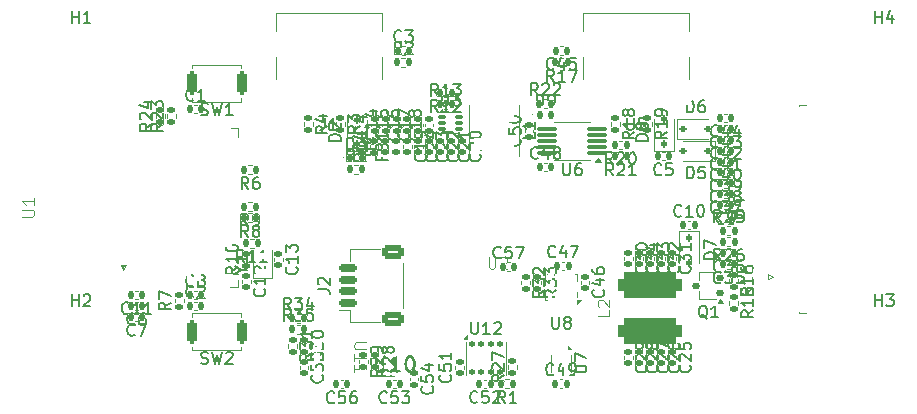
<source format=gto>
G04 #@! TF.GenerationSoftware,KiCad,Pcbnew,8.0.1*
G04 #@! TF.CreationDate,2024-05-22T20:39:37+03:00*
G04 #@! TF.ProjectId,ESP32-C3_6_pico,45535033-322d-4433-935f-365f7069636f,rev?*
G04 #@! TF.SameCoordinates,Original*
G04 #@! TF.FileFunction,Legend,Top*
G04 #@! TF.FilePolarity,Positive*
%FSLAX46Y46*%
G04 Gerber Fmt 4.6, Leading zero omitted, Abs format (unit mm)*
G04 Created by KiCad (PCBNEW 8.0.1) date 2024-05-22 20:39:37*
%MOMM*%
%LPD*%
G01*
G04 APERTURE LIST*
G04 Aperture macros list*
%AMRoundRect*
0 Rectangle with rounded corners*
0 $1 Rounding radius*
0 $2 $3 $4 $5 $6 $7 $8 $9 X,Y pos of 4 corners*
0 Add a 4 corners polygon primitive as box body*
4,1,4,$2,$3,$4,$5,$6,$7,$8,$9,$2,$3,0*
0 Add four circle primitives for the rounded corners*
1,1,$1+$1,$2,$3*
1,1,$1+$1,$4,$5*
1,1,$1+$1,$6,$7*
1,1,$1+$1,$8,$9*
0 Add four rect primitives between the rounded corners*
20,1,$1+$1,$2,$3,$4,$5,0*
20,1,$1+$1,$4,$5,$6,$7,0*
20,1,$1+$1,$6,$7,$8,$9,0*
20,1,$1+$1,$8,$9,$2,$3,0*%
%AMFreePoly0*
4,1,9,1.047500,0.125027,1.047500,-0.724973,-0.402500,-0.724973,-0.402500,0.724973,0.392500,0.724973,0.392500,0.725027,0.402500,0.724973,0.447500,0.725027,1.047500,0.125027,1.047500,0.125027,$1*%
G04 Aperture macros list end*
%ADD10C,0.150000*%
%ADD11C,0.100000*%
%ADD12C,0.254000*%
%ADD13C,0.120000*%
%ADD14C,0.000000*%
%ADD15RoundRect,0.140000X-0.170000X0.140000X-0.170000X-0.140000X0.170000X-0.140000X0.170000X0.140000X0*%
%ADD16RoundRect,0.135000X-0.135000X-0.185000X0.135000X-0.185000X0.135000X0.185000X-0.135000X0.185000X0*%
%ADD17RoundRect,0.135000X0.135000X0.185000X-0.135000X0.185000X-0.135000X-0.185000X0.135000X-0.185000X0*%
%ADD18RoundRect,0.140000X0.140000X0.170000X-0.140000X0.170000X-0.140000X-0.170000X0.140000X-0.170000X0*%
%ADD19RoundRect,0.135000X-0.185000X0.135000X-0.185000X-0.135000X0.185000X-0.135000X0.185000X0.135000X0*%
%ADD20RoundRect,0.200000X0.200000X0.800000X-0.200000X0.800000X-0.200000X-0.800000X0.200000X-0.800000X0*%
%ADD21RoundRect,0.085000X-0.265000X-0.085000X0.265000X-0.085000X0.265000X0.085000X-0.265000X0.085000X0*%
%ADD22RoundRect,0.135000X0.185000X-0.135000X0.185000X0.135000X-0.185000X0.135000X-0.185000X-0.135000X0*%
%ADD23RoundRect,0.112500X0.237500X-0.112500X0.237500X0.112500X-0.237500X0.112500X-0.237500X-0.112500X0*%
%ADD24RoundRect,0.140000X0.170000X-0.140000X0.170000X0.140000X-0.170000X0.140000X-0.170000X-0.140000X0*%
%ADD25RoundRect,0.112500X0.112500X-0.187500X0.112500X0.187500X-0.112500X0.187500X-0.112500X-0.187500X0*%
%ADD26C,3.200000*%
%ADD27RoundRect,0.140000X-0.140000X-0.170000X0.140000X-0.170000X0.140000X0.170000X-0.140000X0.170000X0*%
%ADD28RoundRect,0.112500X0.187500X0.112500X-0.187500X0.112500X-0.187500X-0.112500X0.187500X-0.112500X0*%
%ADD29RoundRect,0.150000X0.625000X-0.150000X0.625000X0.150000X-0.625000X0.150000X-0.625000X-0.150000X0*%
%ADD30RoundRect,0.250000X0.650000X-0.350000X0.650000X0.350000X-0.650000X0.350000X-0.650000X-0.350000X0*%
%ADD31C,0.600000*%
%ADD32R,0.600000X1.160000*%
%ADD33R,0.300000X1.160000*%
%ADD34O,0.900000X2.000000*%
%ADD35O,0.900000X1.700000*%
%ADD36R,3.400000X0.980000*%
%ADD37R,0.300000X0.500000*%
%ADD38R,0.350000X0.500000*%
%ADD39RoundRect,0.147500X0.172500X-0.147500X0.172500X0.147500X-0.172500X0.147500X-0.172500X-0.147500X0*%
%ADD40RoundRect,0.112500X-0.187500X-0.112500X0.187500X-0.112500X0.187500X0.112500X-0.187500X0.112500X0*%
%ADD41RoundRect,0.112500X-0.112500X0.187500X-0.112500X-0.187500X0.112500X-0.187500X0.112500X0.187500X0*%
%ADD42R,0.800000X0.550000*%
%ADD43R,0.550000X0.800000*%
%ADD44R,0.800000X0.800000*%
%ADD45R,0.500000X0.800000*%
%ADD46RoundRect,0.147500X-0.147500X-0.172500X0.147500X-0.172500X0.147500X0.172500X-0.147500X0.172500X0*%
%ADD47R,0.400000X0.800000*%
%ADD48R,0.800000X0.400000*%
%ADD49R,1.450000X1.450000*%
%ADD50FreePoly0,180.000000*%
%ADD51R,0.700000X0.700000*%
%ADD52RoundRect,0.537500X2.212500X-0.537500X2.212500X0.537500X-2.212500X0.537500X-2.212500X-0.537500X0*%
%ADD53RoundRect,0.087500X0.725000X0.087500X-0.725000X0.087500X-0.725000X-0.087500X0.725000X-0.087500X0*%
%ADD54R,1.100000X0.600000*%
%ADD55RoundRect,0.125000X-0.125000X-0.137500X0.125000X-0.137500X0.125000X0.137500X-0.125000X0.137500X0*%
%ADD56R,1.100000X0.300000*%
%ADD57R,3.100000X2.300000*%
%ADD58R,0.325000X0.300000*%
%ADD59R,0.300000X0.325000*%
G04 APERTURE END LIST*
D10*
X167559579Y-104842857D02*
X167607199Y-104890476D01*
X167607199Y-104890476D02*
X167654818Y-105033333D01*
X167654818Y-105033333D02*
X167654818Y-105128571D01*
X167654818Y-105128571D02*
X167607199Y-105271428D01*
X167607199Y-105271428D02*
X167511960Y-105366666D01*
X167511960Y-105366666D02*
X167416722Y-105414285D01*
X167416722Y-105414285D02*
X167226246Y-105461904D01*
X167226246Y-105461904D02*
X167083389Y-105461904D01*
X167083389Y-105461904D02*
X166892913Y-105414285D01*
X166892913Y-105414285D02*
X166797675Y-105366666D01*
X166797675Y-105366666D02*
X166702437Y-105271428D01*
X166702437Y-105271428D02*
X166654818Y-105128571D01*
X166654818Y-105128571D02*
X166654818Y-105033333D01*
X166654818Y-105033333D02*
X166702437Y-104890476D01*
X166702437Y-104890476D02*
X166750056Y-104842857D01*
X166654818Y-104509523D02*
X166654818Y-103890476D01*
X166654818Y-103890476D02*
X167035770Y-104223809D01*
X167035770Y-104223809D02*
X167035770Y-104080952D01*
X167035770Y-104080952D02*
X167083389Y-103985714D01*
X167083389Y-103985714D02*
X167131008Y-103938095D01*
X167131008Y-103938095D02*
X167226246Y-103890476D01*
X167226246Y-103890476D02*
X167464341Y-103890476D01*
X167464341Y-103890476D02*
X167559579Y-103938095D01*
X167559579Y-103938095D02*
X167607199Y-103985714D01*
X167607199Y-103985714D02*
X167654818Y-104080952D01*
X167654818Y-104080952D02*
X167654818Y-104366666D01*
X167654818Y-104366666D02*
X167607199Y-104461904D01*
X167607199Y-104461904D02*
X167559579Y-104509523D01*
X167654818Y-102938095D02*
X167654818Y-103509523D01*
X167654818Y-103223809D02*
X166654818Y-103223809D01*
X166654818Y-103223809D02*
X166797675Y-103319047D01*
X166797675Y-103319047D02*
X166892913Y-103414285D01*
X166892913Y-103414285D02*
X166940532Y-103509523D01*
X139133333Y-95924819D02*
X138800000Y-95448628D01*
X138561905Y-95924819D02*
X138561905Y-94924819D01*
X138561905Y-94924819D02*
X138942857Y-94924819D01*
X138942857Y-94924819D02*
X139038095Y-94972438D01*
X139038095Y-94972438D02*
X139085714Y-95020057D01*
X139085714Y-95020057D02*
X139133333Y-95115295D01*
X139133333Y-95115295D02*
X139133333Y-95258152D01*
X139133333Y-95258152D02*
X139085714Y-95353390D01*
X139085714Y-95353390D02*
X139038095Y-95401009D01*
X139038095Y-95401009D02*
X138942857Y-95448628D01*
X138942857Y-95448628D02*
X138561905Y-95448628D01*
X140038095Y-94924819D02*
X139561905Y-94924819D01*
X139561905Y-94924819D02*
X139514286Y-95401009D01*
X139514286Y-95401009D02*
X139561905Y-95353390D01*
X139561905Y-95353390D02*
X139657143Y-95305771D01*
X139657143Y-95305771D02*
X139895238Y-95305771D01*
X139895238Y-95305771D02*
X139990476Y-95353390D01*
X139990476Y-95353390D02*
X140038095Y-95401009D01*
X140038095Y-95401009D02*
X140085714Y-95496247D01*
X140085714Y-95496247D02*
X140085714Y-95734342D01*
X140085714Y-95734342D02*
X140038095Y-95829580D01*
X140038095Y-95829580D02*
X139990476Y-95877200D01*
X139990476Y-95877200D02*
X139895238Y-95924819D01*
X139895238Y-95924819D02*
X139657143Y-95924819D01*
X139657143Y-95924819D02*
X139561905Y-95877200D01*
X139561905Y-95877200D02*
X139514286Y-95829580D01*
X170207142Y-104424819D02*
X169873809Y-103948628D01*
X169635714Y-104424819D02*
X169635714Y-103424819D01*
X169635714Y-103424819D02*
X170016666Y-103424819D01*
X170016666Y-103424819D02*
X170111904Y-103472438D01*
X170111904Y-103472438D02*
X170159523Y-103520057D01*
X170159523Y-103520057D02*
X170207142Y-103615295D01*
X170207142Y-103615295D02*
X170207142Y-103758152D01*
X170207142Y-103758152D02*
X170159523Y-103853390D01*
X170159523Y-103853390D02*
X170111904Y-103901009D01*
X170111904Y-103901009D02*
X170016666Y-103948628D01*
X170016666Y-103948628D02*
X169635714Y-103948628D01*
X170588095Y-103520057D02*
X170635714Y-103472438D01*
X170635714Y-103472438D02*
X170730952Y-103424819D01*
X170730952Y-103424819D02*
X170969047Y-103424819D01*
X170969047Y-103424819D02*
X171064285Y-103472438D01*
X171064285Y-103472438D02*
X171111904Y-103520057D01*
X171111904Y-103520057D02*
X171159523Y-103615295D01*
X171159523Y-103615295D02*
X171159523Y-103710533D01*
X171159523Y-103710533D02*
X171111904Y-103853390D01*
X171111904Y-103853390D02*
X170540476Y-104424819D01*
X170540476Y-104424819D02*
X171159523Y-104424819D01*
X172016666Y-103424819D02*
X171826190Y-103424819D01*
X171826190Y-103424819D02*
X171730952Y-103472438D01*
X171730952Y-103472438D02*
X171683333Y-103520057D01*
X171683333Y-103520057D02*
X171588095Y-103662914D01*
X171588095Y-103662914D02*
X171540476Y-103853390D01*
X171540476Y-103853390D02*
X171540476Y-104234342D01*
X171540476Y-104234342D02*
X171588095Y-104329580D01*
X171588095Y-104329580D02*
X171635714Y-104377200D01*
X171635714Y-104377200D02*
X171730952Y-104424819D01*
X171730952Y-104424819D02*
X171921428Y-104424819D01*
X171921428Y-104424819D02*
X172016666Y-104377200D01*
X172016666Y-104377200D02*
X172064285Y-104329580D01*
X172064285Y-104329580D02*
X172111904Y-104234342D01*
X172111904Y-104234342D02*
X172111904Y-103996247D01*
X172111904Y-103996247D02*
X172064285Y-103901009D01*
X172064285Y-103901009D02*
X172016666Y-103853390D01*
X172016666Y-103853390D02*
X171921428Y-103805771D01*
X171921428Y-103805771D02*
X171730952Y-103805771D01*
X171730952Y-103805771D02*
X171635714Y-103853390D01*
X171635714Y-103853390D02*
X171588095Y-103901009D01*
X171588095Y-103901009D02*
X171540476Y-103996247D01*
X169957142Y-93829580D02*
X169909523Y-93877200D01*
X169909523Y-93877200D02*
X169766666Y-93924819D01*
X169766666Y-93924819D02*
X169671428Y-93924819D01*
X169671428Y-93924819D02*
X169528571Y-93877200D01*
X169528571Y-93877200D02*
X169433333Y-93781961D01*
X169433333Y-93781961D02*
X169385714Y-93686723D01*
X169385714Y-93686723D02*
X169338095Y-93496247D01*
X169338095Y-93496247D02*
X169338095Y-93353390D01*
X169338095Y-93353390D02*
X169385714Y-93162914D01*
X169385714Y-93162914D02*
X169433333Y-93067676D01*
X169433333Y-93067676D02*
X169528571Y-92972438D01*
X169528571Y-92972438D02*
X169671428Y-92924819D01*
X169671428Y-92924819D02*
X169766666Y-92924819D01*
X169766666Y-92924819D02*
X169909523Y-92972438D01*
X169909523Y-92972438D02*
X169957142Y-93020057D01*
X170814285Y-93258152D02*
X170814285Y-93924819D01*
X170576190Y-92877200D02*
X170338095Y-93591485D01*
X170338095Y-93591485D02*
X170957142Y-93591485D01*
X171766666Y-93258152D02*
X171766666Y-93924819D01*
X171528571Y-92877200D02*
X171290476Y-93591485D01*
X171290476Y-93591485D02*
X171909523Y-93591485D01*
X162874819Y-93462857D02*
X162398628Y-93796190D01*
X162874819Y-94034285D02*
X161874819Y-94034285D01*
X161874819Y-94034285D02*
X161874819Y-93653333D01*
X161874819Y-93653333D02*
X161922438Y-93558095D01*
X161922438Y-93558095D02*
X161970057Y-93510476D01*
X161970057Y-93510476D02*
X162065295Y-93462857D01*
X162065295Y-93462857D02*
X162208152Y-93462857D01*
X162208152Y-93462857D02*
X162303390Y-93510476D01*
X162303390Y-93510476D02*
X162351009Y-93558095D01*
X162351009Y-93558095D02*
X162398628Y-93653333D01*
X162398628Y-93653333D02*
X162398628Y-94034285D01*
X162874819Y-92510476D02*
X162874819Y-93081904D01*
X162874819Y-92796190D02*
X161874819Y-92796190D01*
X161874819Y-92796190D02*
X162017676Y-92891428D01*
X162017676Y-92891428D02*
X162112914Y-92986666D01*
X162112914Y-92986666D02*
X162160533Y-93081904D01*
X162303390Y-91939047D02*
X162255771Y-92034285D01*
X162255771Y-92034285D02*
X162208152Y-92081904D01*
X162208152Y-92081904D02*
X162112914Y-92129523D01*
X162112914Y-92129523D02*
X162065295Y-92129523D01*
X162065295Y-92129523D02*
X161970057Y-92081904D01*
X161970057Y-92081904D02*
X161922438Y-92034285D01*
X161922438Y-92034285D02*
X161874819Y-91939047D01*
X161874819Y-91939047D02*
X161874819Y-91748571D01*
X161874819Y-91748571D02*
X161922438Y-91653333D01*
X161922438Y-91653333D02*
X161970057Y-91605714D01*
X161970057Y-91605714D02*
X162065295Y-91558095D01*
X162065295Y-91558095D02*
X162112914Y-91558095D01*
X162112914Y-91558095D02*
X162208152Y-91605714D01*
X162208152Y-91605714D02*
X162255771Y-91653333D01*
X162255771Y-91653333D02*
X162303390Y-91748571D01*
X162303390Y-91748571D02*
X162303390Y-91939047D01*
X162303390Y-91939047D02*
X162351009Y-92034285D01*
X162351009Y-92034285D02*
X162398628Y-92081904D01*
X162398628Y-92081904D02*
X162493866Y-92129523D01*
X162493866Y-92129523D02*
X162684342Y-92129523D01*
X162684342Y-92129523D02*
X162779580Y-92081904D01*
X162779580Y-92081904D02*
X162827200Y-92034285D01*
X162827200Y-92034285D02*
X162874819Y-91939047D01*
X162874819Y-91939047D02*
X162874819Y-91748571D01*
X162874819Y-91748571D02*
X162827200Y-91653333D01*
X162827200Y-91653333D02*
X162779580Y-91605714D01*
X162779580Y-91605714D02*
X162684342Y-91558095D01*
X162684342Y-91558095D02*
X162493866Y-91558095D01*
X162493866Y-91558095D02*
X162398628Y-91605714D01*
X162398628Y-91605714D02*
X162351009Y-91653333D01*
X162351009Y-91653333D02*
X162303390Y-91748571D01*
X126191667Y-113082200D02*
X126334524Y-113129819D01*
X126334524Y-113129819D02*
X126572619Y-113129819D01*
X126572619Y-113129819D02*
X126667857Y-113082200D01*
X126667857Y-113082200D02*
X126715476Y-113034580D01*
X126715476Y-113034580D02*
X126763095Y-112939342D01*
X126763095Y-112939342D02*
X126763095Y-112844104D01*
X126763095Y-112844104D02*
X126715476Y-112748866D01*
X126715476Y-112748866D02*
X126667857Y-112701247D01*
X126667857Y-112701247D02*
X126572619Y-112653628D01*
X126572619Y-112653628D02*
X126382143Y-112606009D01*
X126382143Y-112606009D02*
X126286905Y-112558390D01*
X126286905Y-112558390D02*
X126239286Y-112510771D01*
X126239286Y-112510771D02*
X126191667Y-112415533D01*
X126191667Y-112415533D02*
X126191667Y-112320295D01*
X126191667Y-112320295D02*
X126239286Y-112225057D01*
X126239286Y-112225057D02*
X126286905Y-112177438D01*
X126286905Y-112177438D02*
X126382143Y-112129819D01*
X126382143Y-112129819D02*
X126620238Y-112129819D01*
X126620238Y-112129819D02*
X126763095Y-112177438D01*
X127096429Y-112129819D02*
X127334524Y-113129819D01*
X127334524Y-113129819D02*
X127525000Y-112415533D01*
X127525000Y-112415533D02*
X127715476Y-113129819D01*
X127715476Y-113129819D02*
X127953572Y-112129819D01*
X128286905Y-112225057D02*
X128334524Y-112177438D01*
X128334524Y-112177438D02*
X128429762Y-112129819D01*
X128429762Y-112129819D02*
X128667857Y-112129819D01*
X128667857Y-112129819D02*
X128763095Y-112177438D01*
X128763095Y-112177438D02*
X128810714Y-112225057D01*
X128810714Y-112225057D02*
X128858333Y-112320295D01*
X128858333Y-112320295D02*
X128858333Y-112415533D01*
X128858333Y-112415533D02*
X128810714Y-112558390D01*
X128810714Y-112558390D02*
X128239286Y-113129819D01*
X128239286Y-113129819D02*
X128858333Y-113129819D01*
X146548095Y-90262320D02*
X146548095Y-91071843D01*
X146548095Y-91071843D02*
X146595714Y-91167081D01*
X146595714Y-91167081D02*
X146643333Y-91214701D01*
X146643333Y-91214701D02*
X146738571Y-91262320D01*
X146738571Y-91262320D02*
X146929047Y-91262320D01*
X146929047Y-91262320D02*
X147024285Y-91214701D01*
X147024285Y-91214701D02*
X147071904Y-91167081D01*
X147071904Y-91167081D02*
X147119523Y-91071843D01*
X147119523Y-91071843D02*
X147119523Y-90262320D01*
X147500476Y-90262320D02*
X148119523Y-90262320D01*
X148119523Y-90262320D02*
X147786190Y-90643272D01*
X147786190Y-90643272D02*
X147929047Y-90643272D01*
X147929047Y-90643272D02*
X148024285Y-90690891D01*
X148024285Y-90690891D02*
X148071904Y-90738510D01*
X148071904Y-90738510D02*
X148119523Y-90833748D01*
X148119523Y-90833748D02*
X148119523Y-91071843D01*
X148119523Y-91071843D02*
X148071904Y-91167081D01*
X148071904Y-91167081D02*
X148024285Y-91214701D01*
X148024285Y-91214701D02*
X147929047Y-91262320D01*
X147929047Y-91262320D02*
X147643333Y-91262320D01*
X147643333Y-91262320D02*
X147548095Y-91214701D01*
X147548095Y-91214701D02*
X147500476Y-91167081D01*
X140109819Y-95387857D02*
X139633628Y-95721190D01*
X140109819Y-95959285D02*
X139109819Y-95959285D01*
X139109819Y-95959285D02*
X139109819Y-95578333D01*
X139109819Y-95578333D02*
X139157438Y-95483095D01*
X139157438Y-95483095D02*
X139205057Y-95435476D01*
X139205057Y-95435476D02*
X139300295Y-95387857D01*
X139300295Y-95387857D02*
X139443152Y-95387857D01*
X139443152Y-95387857D02*
X139538390Y-95435476D01*
X139538390Y-95435476D02*
X139586009Y-95483095D01*
X139586009Y-95483095D02*
X139633628Y-95578333D01*
X139633628Y-95578333D02*
X139633628Y-95959285D01*
X140109819Y-94435476D02*
X140109819Y-95006904D01*
X140109819Y-94721190D02*
X139109819Y-94721190D01*
X139109819Y-94721190D02*
X139252676Y-94816428D01*
X139252676Y-94816428D02*
X139347914Y-94911666D01*
X139347914Y-94911666D02*
X139395533Y-95006904D01*
X139443152Y-93578333D02*
X140109819Y-93578333D01*
X139062200Y-93816428D02*
X139776485Y-94054523D01*
X139776485Y-94054523D02*
X139776485Y-93435476D01*
X169054761Y-109300057D02*
X168959523Y-109252438D01*
X168959523Y-109252438D02*
X168864285Y-109157200D01*
X168864285Y-109157200D02*
X168721428Y-109014342D01*
X168721428Y-109014342D02*
X168626190Y-108966723D01*
X168626190Y-108966723D02*
X168530952Y-108966723D01*
X168578571Y-109204819D02*
X168483333Y-109157200D01*
X168483333Y-109157200D02*
X168388095Y-109061961D01*
X168388095Y-109061961D02*
X168340476Y-108871485D01*
X168340476Y-108871485D02*
X168340476Y-108538152D01*
X168340476Y-108538152D02*
X168388095Y-108347676D01*
X168388095Y-108347676D02*
X168483333Y-108252438D01*
X168483333Y-108252438D02*
X168578571Y-108204819D01*
X168578571Y-108204819D02*
X168769047Y-108204819D01*
X168769047Y-108204819D02*
X168864285Y-108252438D01*
X168864285Y-108252438D02*
X168959523Y-108347676D01*
X168959523Y-108347676D02*
X169007142Y-108538152D01*
X169007142Y-108538152D02*
X169007142Y-108871485D01*
X169007142Y-108871485D02*
X168959523Y-109061961D01*
X168959523Y-109061961D02*
X168864285Y-109157200D01*
X168864285Y-109157200D02*
X168769047Y-109204819D01*
X168769047Y-109204819D02*
X168578571Y-109204819D01*
X169959523Y-109204819D02*
X169388095Y-109204819D01*
X169673809Y-109204819D02*
X169673809Y-108204819D01*
X169673809Y-108204819D02*
X169578571Y-108347676D01*
X169578571Y-108347676D02*
X169483333Y-108442914D01*
X169483333Y-108442914D02*
X169388095Y-108490533D01*
X145179581Y-95362856D02*
X145227201Y-95410475D01*
X145227201Y-95410475D02*
X145274820Y-95553332D01*
X145274820Y-95553332D02*
X145274820Y-95648570D01*
X145274820Y-95648570D02*
X145227201Y-95791427D01*
X145227201Y-95791427D02*
X145131962Y-95886665D01*
X145131962Y-95886665D02*
X145036724Y-95934284D01*
X145036724Y-95934284D02*
X144846248Y-95981903D01*
X144846248Y-95981903D02*
X144703391Y-95981903D01*
X144703391Y-95981903D02*
X144512915Y-95934284D01*
X144512915Y-95934284D02*
X144417677Y-95886665D01*
X144417677Y-95886665D02*
X144322439Y-95791427D01*
X144322439Y-95791427D02*
X144274820Y-95648570D01*
X144274820Y-95648570D02*
X144274820Y-95553332D01*
X144274820Y-95553332D02*
X144322439Y-95410475D01*
X144322439Y-95410475D02*
X144370058Y-95362856D01*
X145274820Y-94410475D02*
X145274820Y-94981903D01*
X145274820Y-94696189D02*
X144274820Y-94696189D01*
X144274820Y-94696189D02*
X144417677Y-94791427D01*
X144417677Y-94791427D02*
X144512915Y-94886665D01*
X144512915Y-94886665D02*
X144560534Y-94981903D01*
X145274820Y-93934284D02*
X145274820Y-93743808D01*
X145274820Y-93743808D02*
X145227201Y-93648570D01*
X145227201Y-93648570D02*
X145179581Y-93600951D01*
X145179581Y-93600951D02*
X145036724Y-93505713D01*
X145036724Y-93505713D02*
X144846248Y-93458094D01*
X144846248Y-93458094D02*
X144465296Y-93458094D01*
X144465296Y-93458094D02*
X144370058Y-93505713D01*
X144370058Y-93505713D02*
X144322439Y-93553332D01*
X144322439Y-93553332D02*
X144274820Y-93648570D01*
X144274820Y-93648570D02*
X144274820Y-93839046D01*
X144274820Y-93839046D02*
X144322439Y-93934284D01*
X144322439Y-93934284D02*
X144370058Y-93981903D01*
X144370058Y-93981903D02*
X144465296Y-94029522D01*
X144465296Y-94029522D02*
X144703391Y-94029522D01*
X144703391Y-94029522D02*
X144798629Y-93981903D01*
X144798629Y-93981903D02*
X144846248Y-93934284D01*
X144846248Y-93934284D02*
X144893867Y-93839046D01*
X144893867Y-93839046D02*
X144893867Y-93648570D01*
X144893867Y-93648570D02*
X144846248Y-93553332D01*
X144846248Y-93553332D02*
X144798629Y-93505713D01*
X144798629Y-93505713D02*
X144703391Y-93458094D01*
X164799580Y-104842857D02*
X164847200Y-104890476D01*
X164847200Y-104890476D02*
X164894819Y-105033333D01*
X164894819Y-105033333D02*
X164894819Y-105128571D01*
X164894819Y-105128571D02*
X164847200Y-105271428D01*
X164847200Y-105271428D02*
X164751961Y-105366666D01*
X164751961Y-105366666D02*
X164656723Y-105414285D01*
X164656723Y-105414285D02*
X164466247Y-105461904D01*
X164466247Y-105461904D02*
X164323390Y-105461904D01*
X164323390Y-105461904D02*
X164132914Y-105414285D01*
X164132914Y-105414285D02*
X164037676Y-105366666D01*
X164037676Y-105366666D02*
X163942438Y-105271428D01*
X163942438Y-105271428D02*
X163894819Y-105128571D01*
X163894819Y-105128571D02*
X163894819Y-105033333D01*
X163894819Y-105033333D02*
X163942438Y-104890476D01*
X163942438Y-104890476D02*
X163990057Y-104842857D01*
X163894819Y-104509523D02*
X163894819Y-103890476D01*
X163894819Y-103890476D02*
X164275771Y-104223809D01*
X164275771Y-104223809D02*
X164275771Y-104080952D01*
X164275771Y-104080952D02*
X164323390Y-103985714D01*
X164323390Y-103985714D02*
X164371009Y-103938095D01*
X164371009Y-103938095D02*
X164466247Y-103890476D01*
X164466247Y-103890476D02*
X164704342Y-103890476D01*
X164704342Y-103890476D02*
X164799580Y-103938095D01*
X164799580Y-103938095D02*
X164847200Y-103985714D01*
X164847200Y-103985714D02*
X164894819Y-104080952D01*
X164894819Y-104080952D02*
X164894819Y-104366666D01*
X164894819Y-104366666D02*
X164847200Y-104461904D01*
X164847200Y-104461904D02*
X164799580Y-104509523D01*
X164228152Y-103033333D02*
X164894819Y-103033333D01*
X163847200Y-103271428D02*
X164561485Y-103509523D01*
X164561485Y-103509523D02*
X164561485Y-102890476D01*
X156057142Y-89224819D02*
X155723809Y-88748628D01*
X155485714Y-89224819D02*
X155485714Y-88224819D01*
X155485714Y-88224819D02*
X155866666Y-88224819D01*
X155866666Y-88224819D02*
X155961904Y-88272438D01*
X155961904Y-88272438D02*
X156009523Y-88320057D01*
X156009523Y-88320057D02*
X156057142Y-88415295D01*
X156057142Y-88415295D02*
X156057142Y-88558152D01*
X156057142Y-88558152D02*
X156009523Y-88653390D01*
X156009523Y-88653390D02*
X155961904Y-88701009D01*
X155961904Y-88701009D02*
X155866666Y-88748628D01*
X155866666Y-88748628D02*
X155485714Y-88748628D01*
X157009523Y-89224819D02*
X156438095Y-89224819D01*
X156723809Y-89224819D02*
X156723809Y-88224819D01*
X156723809Y-88224819D02*
X156628571Y-88367676D01*
X156628571Y-88367676D02*
X156533333Y-88462914D01*
X156533333Y-88462914D02*
X156438095Y-88510533D01*
X157342857Y-88224819D02*
X158009523Y-88224819D01*
X158009523Y-88224819D02*
X157580952Y-89224819D01*
X143779581Y-93542857D02*
X143827201Y-93590476D01*
X143827201Y-93590476D02*
X143874820Y-93733333D01*
X143874820Y-93733333D02*
X143874820Y-93828571D01*
X143874820Y-93828571D02*
X143827201Y-93971428D01*
X143827201Y-93971428D02*
X143731962Y-94066666D01*
X143731962Y-94066666D02*
X143636724Y-94114285D01*
X143636724Y-94114285D02*
X143446248Y-94161904D01*
X143446248Y-94161904D02*
X143303391Y-94161904D01*
X143303391Y-94161904D02*
X143112915Y-94114285D01*
X143112915Y-94114285D02*
X143017677Y-94066666D01*
X143017677Y-94066666D02*
X142922439Y-93971428D01*
X142922439Y-93971428D02*
X142874820Y-93828571D01*
X142874820Y-93828571D02*
X142874820Y-93733333D01*
X142874820Y-93733333D02*
X142922439Y-93590476D01*
X142922439Y-93590476D02*
X142970058Y-93542857D01*
X143874820Y-92590476D02*
X143874820Y-93161904D01*
X143874820Y-92876190D02*
X142874820Y-92876190D01*
X142874820Y-92876190D02*
X143017677Y-92971428D01*
X143017677Y-92971428D02*
X143112915Y-93066666D01*
X143112915Y-93066666D02*
X143160534Y-93161904D01*
X142874820Y-92257142D02*
X142874820Y-91590476D01*
X142874820Y-91590476D02*
X143874820Y-92019047D01*
X164004818Y-94228094D02*
X163004818Y-94228094D01*
X163004818Y-94228094D02*
X163004818Y-93989999D01*
X163004818Y-93989999D02*
X163052437Y-93847142D01*
X163052437Y-93847142D02*
X163147675Y-93751904D01*
X163147675Y-93751904D02*
X163242913Y-93704285D01*
X163242913Y-93704285D02*
X163433389Y-93656666D01*
X163433389Y-93656666D02*
X163576246Y-93656666D01*
X163576246Y-93656666D02*
X163766722Y-93704285D01*
X163766722Y-93704285D02*
X163861960Y-93751904D01*
X163861960Y-93751904D02*
X163957199Y-93847142D01*
X163957199Y-93847142D02*
X164004818Y-93989999D01*
X164004818Y-93989999D02*
X164004818Y-94228094D01*
X163433389Y-93085237D02*
X163385770Y-93180475D01*
X163385770Y-93180475D02*
X163338151Y-93228094D01*
X163338151Y-93228094D02*
X163242913Y-93275713D01*
X163242913Y-93275713D02*
X163195294Y-93275713D01*
X163195294Y-93275713D02*
X163100056Y-93228094D01*
X163100056Y-93228094D02*
X163052437Y-93180475D01*
X163052437Y-93180475D02*
X163004818Y-93085237D01*
X163004818Y-93085237D02*
X163004818Y-92894761D01*
X163004818Y-92894761D02*
X163052437Y-92799523D01*
X163052437Y-92799523D02*
X163100056Y-92751904D01*
X163100056Y-92751904D02*
X163195294Y-92704285D01*
X163195294Y-92704285D02*
X163242913Y-92704285D01*
X163242913Y-92704285D02*
X163338151Y-92751904D01*
X163338151Y-92751904D02*
X163385770Y-92799523D01*
X163385770Y-92799523D02*
X163433389Y-92894761D01*
X163433389Y-92894761D02*
X163433389Y-93085237D01*
X163433389Y-93085237D02*
X163481008Y-93180475D01*
X163481008Y-93180475D02*
X163528627Y-93228094D01*
X163528627Y-93228094D02*
X163623865Y-93275713D01*
X163623865Y-93275713D02*
X163814341Y-93275713D01*
X163814341Y-93275713D02*
X163909579Y-93228094D01*
X163909579Y-93228094D02*
X163957199Y-93180475D01*
X163957199Y-93180475D02*
X164004818Y-93085237D01*
X164004818Y-93085237D02*
X164004818Y-92894761D01*
X164004818Y-92894761D02*
X163957199Y-92799523D01*
X163957199Y-92799523D02*
X163909579Y-92751904D01*
X163909579Y-92751904D02*
X163814341Y-92704285D01*
X163814341Y-92704285D02*
X163623865Y-92704285D01*
X163623865Y-92704285D02*
X163528627Y-92751904D01*
X163528627Y-92751904D02*
X163481008Y-92799523D01*
X163481008Y-92799523D02*
X163433389Y-92894761D01*
X136419580Y-114092857D02*
X136467200Y-114140476D01*
X136467200Y-114140476D02*
X136514819Y-114283333D01*
X136514819Y-114283333D02*
X136514819Y-114378571D01*
X136514819Y-114378571D02*
X136467200Y-114521428D01*
X136467200Y-114521428D02*
X136371961Y-114616666D01*
X136371961Y-114616666D02*
X136276723Y-114664285D01*
X136276723Y-114664285D02*
X136086247Y-114711904D01*
X136086247Y-114711904D02*
X135943390Y-114711904D01*
X135943390Y-114711904D02*
X135752914Y-114664285D01*
X135752914Y-114664285D02*
X135657676Y-114616666D01*
X135657676Y-114616666D02*
X135562438Y-114521428D01*
X135562438Y-114521428D02*
X135514819Y-114378571D01*
X135514819Y-114378571D02*
X135514819Y-114283333D01*
X135514819Y-114283333D02*
X135562438Y-114140476D01*
X135562438Y-114140476D02*
X135610057Y-114092857D01*
X135514819Y-113188095D02*
X135514819Y-113664285D01*
X135514819Y-113664285D02*
X135991009Y-113711904D01*
X135991009Y-113711904D02*
X135943390Y-113664285D01*
X135943390Y-113664285D02*
X135895771Y-113569047D01*
X135895771Y-113569047D02*
X135895771Y-113330952D01*
X135895771Y-113330952D02*
X135943390Y-113235714D01*
X135943390Y-113235714D02*
X135991009Y-113188095D01*
X135991009Y-113188095D02*
X136086247Y-113140476D01*
X136086247Y-113140476D02*
X136324342Y-113140476D01*
X136324342Y-113140476D02*
X136419580Y-113188095D01*
X136419580Y-113188095D02*
X136467200Y-113235714D01*
X136467200Y-113235714D02*
X136514819Y-113330952D01*
X136514819Y-113330952D02*
X136514819Y-113569047D01*
X136514819Y-113569047D02*
X136467200Y-113664285D01*
X136467200Y-113664285D02*
X136419580Y-113711904D01*
X135514819Y-112235714D02*
X135514819Y-112711904D01*
X135514819Y-112711904D02*
X135991009Y-112759523D01*
X135991009Y-112759523D02*
X135943390Y-112711904D01*
X135943390Y-112711904D02*
X135895771Y-112616666D01*
X135895771Y-112616666D02*
X135895771Y-112378571D01*
X135895771Y-112378571D02*
X135943390Y-112283333D01*
X135943390Y-112283333D02*
X135991009Y-112235714D01*
X135991009Y-112235714D02*
X136086247Y-112188095D01*
X136086247Y-112188095D02*
X136324342Y-112188095D01*
X136324342Y-112188095D02*
X136419580Y-112235714D01*
X136419580Y-112235714D02*
X136467200Y-112283333D01*
X136467200Y-112283333D02*
X136514819Y-112378571D01*
X136514819Y-112378571D02*
X136514819Y-112616666D01*
X136514819Y-112616666D02*
X136467200Y-112711904D01*
X136467200Y-112711904D02*
X136419580Y-112759523D01*
X169957142Y-96599580D02*
X169909523Y-96647200D01*
X169909523Y-96647200D02*
X169766666Y-96694819D01*
X169766666Y-96694819D02*
X169671428Y-96694819D01*
X169671428Y-96694819D02*
X169528571Y-96647200D01*
X169528571Y-96647200D02*
X169433333Y-96551961D01*
X169433333Y-96551961D02*
X169385714Y-96456723D01*
X169385714Y-96456723D02*
X169338095Y-96266247D01*
X169338095Y-96266247D02*
X169338095Y-96123390D01*
X169338095Y-96123390D02*
X169385714Y-95932914D01*
X169385714Y-95932914D02*
X169433333Y-95837676D01*
X169433333Y-95837676D02*
X169528571Y-95742438D01*
X169528571Y-95742438D02*
X169671428Y-95694819D01*
X169671428Y-95694819D02*
X169766666Y-95694819D01*
X169766666Y-95694819D02*
X169909523Y-95742438D01*
X169909523Y-95742438D02*
X169957142Y-95790057D01*
X170814285Y-96028152D02*
X170814285Y-96694819D01*
X170576190Y-95647200D02*
X170338095Y-96361485D01*
X170338095Y-96361485D02*
X170957142Y-96361485D01*
X171861904Y-96694819D02*
X171290476Y-96694819D01*
X171576190Y-96694819D02*
X171576190Y-95694819D01*
X171576190Y-95694819D02*
X171480952Y-95837676D01*
X171480952Y-95837676D02*
X171385714Y-95932914D01*
X171385714Y-95932914D02*
X171290476Y-95980533D01*
X130163333Y-101454820D02*
X129830000Y-100978629D01*
X129591905Y-101454820D02*
X129591905Y-100454820D01*
X129591905Y-100454820D02*
X129972857Y-100454820D01*
X129972857Y-100454820D02*
X130068095Y-100502439D01*
X130068095Y-100502439D02*
X130115714Y-100550058D01*
X130115714Y-100550058D02*
X130163333Y-100645296D01*
X130163333Y-100645296D02*
X130163333Y-100788153D01*
X130163333Y-100788153D02*
X130115714Y-100883391D01*
X130115714Y-100883391D02*
X130068095Y-100931010D01*
X130068095Y-100931010D02*
X129972857Y-100978629D01*
X129972857Y-100978629D02*
X129591905Y-100978629D01*
X130639524Y-101454820D02*
X130830000Y-101454820D01*
X130830000Y-101454820D02*
X130925238Y-101407201D01*
X130925238Y-101407201D02*
X130972857Y-101359581D01*
X130972857Y-101359581D02*
X131068095Y-101216724D01*
X131068095Y-101216724D02*
X131115714Y-101026248D01*
X131115714Y-101026248D02*
X131115714Y-100645296D01*
X131115714Y-100645296D02*
X131068095Y-100550058D01*
X131068095Y-100550058D02*
X131020476Y-100502439D01*
X131020476Y-100502439D02*
X130925238Y-100454820D01*
X130925238Y-100454820D02*
X130734762Y-100454820D01*
X130734762Y-100454820D02*
X130639524Y-100502439D01*
X130639524Y-100502439D02*
X130591905Y-100550058D01*
X130591905Y-100550058D02*
X130544286Y-100645296D01*
X130544286Y-100645296D02*
X130544286Y-100883391D01*
X130544286Y-100883391D02*
X130591905Y-100978629D01*
X130591905Y-100978629D02*
X130639524Y-101026248D01*
X130639524Y-101026248D02*
X130734762Y-101073867D01*
X130734762Y-101073867D02*
X130925238Y-101073867D01*
X130925238Y-101073867D02*
X131020476Y-101026248D01*
X131020476Y-101026248D02*
X131068095Y-100978629D01*
X131068095Y-100978629D02*
X131115714Y-100883391D01*
X183238095Y-84254819D02*
X183238095Y-83254819D01*
X183238095Y-83731009D02*
X183809523Y-83731009D01*
X183809523Y-84254819D02*
X183809523Y-83254819D01*
X184714285Y-83588152D02*
X184714285Y-84254819D01*
X184476190Y-83207200D02*
X184238095Y-83921485D01*
X184238095Y-83921485D02*
X184857142Y-83921485D01*
X125533333Y-90749580D02*
X125485714Y-90797200D01*
X125485714Y-90797200D02*
X125342857Y-90844819D01*
X125342857Y-90844819D02*
X125247619Y-90844819D01*
X125247619Y-90844819D02*
X125104762Y-90797200D01*
X125104762Y-90797200D02*
X125009524Y-90701961D01*
X125009524Y-90701961D02*
X124961905Y-90606723D01*
X124961905Y-90606723D02*
X124914286Y-90416247D01*
X124914286Y-90416247D02*
X124914286Y-90273390D01*
X124914286Y-90273390D02*
X124961905Y-90082914D01*
X124961905Y-90082914D02*
X125009524Y-89987676D01*
X125009524Y-89987676D02*
X125104762Y-89892438D01*
X125104762Y-89892438D02*
X125247619Y-89844819D01*
X125247619Y-89844819D02*
X125342857Y-89844819D01*
X125342857Y-89844819D02*
X125485714Y-89892438D01*
X125485714Y-89892438D02*
X125533333Y-89940057D01*
X126485714Y-90844819D02*
X125914286Y-90844819D01*
X126200000Y-90844819D02*
X126200000Y-89844819D01*
X126200000Y-89844819D02*
X126104762Y-89987676D01*
X126104762Y-89987676D02*
X126009524Y-90082914D01*
X126009524Y-90082914D02*
X125914286Y-90130533D01*
X120553333Y-110659580D02*
X120505714Y-110707200D01*
X120505714Y-110707200D02*
X120362857Y-110754819D01*
X120362857Y-110754819D02*
X120267619Y-110754819D01*
X120267619Y-110754819D02*
X120124762Y-110707200D01*
X120124762Y-110707200D02*
X120029524Y-110611961D01*
X120029524Y-110611961D02*
X119981905Y-110516723D01*
X119981905Y-110516723D02*
X119934286Y-110326247D01*
X119934286Y-110326247D02*
X119934286Y-110183390D01*
X119934286Y-110183390D02*
X119981905Y-109992914D01*
X119981905Y-109992914D02*
X120029524Y-109897676D01*
X120029524Y-109897676D02*
X120124762Y-109802438D01*
X120124762Y-109802438D02*
X120267619Y-109754819D01*
X120267619Y-109754819D02*
X120362857Y-109754819D01*
X120362857Y-109754819D02*
X120505714Y-109802438D01*
X120505714Y-109802438D02*
X120553333Y-109850057D01*
X120886667Y-109754819D02*
X121553333Y-109754819D01*
X121553333Y-109754819D02*
X121124762Y-110754819D01*
X167336905Y-97429820D02*
X167336905Y-96429820D01*
X167336905Y-96429820D02*
X167575000Y-96429820D01*
X167575000Y-96429820D02*
X167717857Y-96477439D01*
X167717857Y-96477439D02*
X167813095Y-96572677D01*
X167813095Y-96572677D02*
X167860714Y-96667915D01*
X167860714Y-96667915D02*
X167908333Y-96858391D01*
X167908333Y-96858391D02*
X167908333Y-97001248D01*
X167908333Y-97001248D02*
X167860714Y-97191724D01*
X167860714Y-97191724D02*
X167813095Y-97286962D01*
X167813095Y-97286962D02*
X167717857Y-97382201D01*
X167717857Y-97382201D02*
X167575000Y-97429820D01*
X167575000Y-97429820D02*
X167336905Y-97429820D01*
X168813095Y-96429820D02*
X168336905Y-96429820D01*
X168336905Y-96429820D02*
X168289286Y-96906010D01*
X168289286Y-96906010D02*
X168336905Y-96858391D01*
X168336905Y-96858391D02*
X168432143Y-96810772D01*
X168432143Y-96810772D02*
X168670238Y-96810772D01*
X168670238Y-96810772D02*
X168765476Y-96858391D01*
X168765476Y-96858391D02*
X168813095Y-96906010D01*
X168813095Y-96906010D02*
X168860714Y-97001248D01*
X168860714Y-97001248D02*
X168860714Y-97239343D01*
X168860714Y-97239343D02*
X168813095Y-97334581D01*
X168813095Y-97334581D02*
X168765476Y-97382201D01*
X168765476Y-97382201D02*
X168670238Y-97429820D01*
X168670238Y-97429820D02*
X168432143Y-97429820D01*
X168432143Y-97429820D02*
X168336905Y-97382201D01*
X168336905Y-97382201D02*
X168289286Y-97334581D01*
X147939580Y-95362856D02*
X147987200Y-95410475D01*
X147987200Y-95410475D02*
X148034819Y-95553332D01*
X148034819Y-95553332D02*
X148034819Y-95648570D01*
X148034819Y-95648570D02*
X147987200Y-95791427D01*
X147987200Y-95791427D02*
X147891961Y-95886665D01*
X147891961Y-95886665D02*
X147796723Y-95934284D01*
X147796723Y-95934284D02*
X147606247Y-95981903D01*
X147606247Y-95981903D02*
X147463390Y-95981903D01*
X147463390Y-95981903D02*
X147272914Y-95934284D01*
X147272914Y-95934284D02*
X147177676Y-95886665D01*
X147177676Y-95886665D02*
X147082438Y-95791427D01*
X147082438Y-95791427D02*
X147034819Y-95648570D01*
X147034819Y-95648570D02*
X147034819Y-95553332D01*
X147034819Y-95553332D02*
X147082438Y-95410475D01*
X147082438Y-95410475D02*
X147130057Y-95362856D01*
X147130057Y-94981903D02*
X147082438Y-94934284D01*
X147082438Y-94934284D02*
X147034819Y-94839046D01*
X147034819Y-94839046D02*
X147034819Y-94600951D01*
X147034819Y-94600951D02*
X147082438Y-94505713D01*
X147082438Y-94505713D02*
X147130057Y-94458094D01*
X147130057Y-94458094D02*
X147225295Y-94410475D01*
X147225295Y-94410475D02*
X147320533Y-94410475D01*
X147320533Y-94410475D02*
X147463390Y-94458094D01*
X147463390Y-94458094D02*
X148034819Y-95029522D01*
X148034819Y-95029522D02*
X148034819Y-94410475D01*
X147130057Y-94029522D02*
X147082438Y-93981903D01*
X147082438Y-93981903D02*
X147034819Y-93886665D01*
X147034819Y-93886665D02*
X147034819Y-93648570D01*
X147034819Y-93648570D02*
X147082438Y-93553332D01*
X147082438Y-93553332D02*
X147130057Y-93505713D01*
X147130057Y-93505713D02*
X147225295Y-93458094D01*
X147225295Y-93458094D02*
X147320533Y-93458094D01*
X147320533Y-93458094D02*
X147463390Y-93505713D01*
X147463390Y-93505713D02*
X148034819Y-94077141D01*
X148034819Y-94077141D02*
X148034819Y-93458094D01*
X163879581Y-113242857D02*
X163927201Y-113290476D01*
X163927201Y-113290476D02*
X163974820Y-113433333D01*
X163974820Y-113433333D02*
X163974820Y-113528571D01*
X163974820Y-113528571D02*
X163927201Y-113671428D01*
X163927201Y-113671428D02*
X163831962Y-113766666D01*
X163831962Y-113766666D02*
X163736724Y-113814285D01*
X163736724Y-113814285D02*
X163546248Y-113861904D01*
X163546248Y-113861904D02*
X163403391Y-113861904D01*
X163403391Y-113861904D02*
X163212915Y-113814285D01*
X163212915Y-113814285D02*
X163117677Y-113766666D01*
X163117677Y-113766666D02*
X163022439Y-113671428D01*
X163022439Y-113671428D02*
X162974820Y-113528571D01*
X162974820Y-113528571D02*
X162974820Y-113433333D01*
X162974820Y-113433333D02*
X163022439Y-113290476D01*
X163022439Y-113290476D02*
X163070058Y-113242857D01*
X163070058Y-112861904D02*
X163022439Y-112814285D01*
X163022439Y-112814285D02*
X162974820Y-112719047D01*
X162974820Y-112719047D02*
X162974820Y-112480952D01*
X162974820Y-112480952D02*
X163022439Y-112385714D01*
X163022439Y-112385714D02*
X163070058Y-112338095D01*
X163070058Y-112338095D02*
X163165296Y-112290476D01*
X163165296Y-112290476D02*
X163260534Y-112290476D01*
X163260534Y-112290476D02*
X163403391Y-112338095D01*
X163403391Y-112338095D02*
X163974820Y-112909523D01*
X163974820Y-112909523D02*
X163974820Y-112290476D01*
X163974820Y-111814285D02*
X163974820Y-111623809D01*
X163974820Y-111623809D02*
X163927201Y-111528571D01*
X163927201Y-111528571D02*
X163879581Y-111480952D01*
X163879581Y-111480952D02*
X163736724Y-111385714D01*
X163736724Y-111385714D02*
X163546248Y-111338095D01*
X163546248Y-111338095D02*
X163165296Y-111338095D01*
X163165296Y-111338095D02*
X163070058Y-111385714D01*
X163070058Y-111385714D02*
X163022439Y-111433333D01*
X163022439Y-111433333D02*
X162974820Y-111528571D01*
X162974820Y-111528571D02*
X162974820Y-111719047D01*
X162974820Y-111719047D02*
X163022439Y-111814285D01*
X163022439Y-111814285D02*
X163070058Y-111861904D01*
X163070058Y-111861904D02*
X163165296Y-111909523D01*
X163165296Y-111909523D02*
X163403391Y-111909523D01*
X163403391Y-111909523D02*
X163498629Y-111861904D01*
X163498629Y-111861904D02*
X163546248Y-111814285D01*
X163546248Y-111814285D02*
X163593867Y-111719047D01*
X163593867Y-111719047D02*
X163593867Y-111528571D01*
X163593867Y-111528571D02*
X163546248Y-111433333D01*
X163546248Y-111433333D02*
X163498629Y-111385714D01*
X163498629Y-111385714D02*
X163403391Y-111338095D01*
X166639580Y-113242857D02*
X166687200Y-113290476D01*
X166687200Y-113290476D02*
X166734819Y-113433333D01*
X166734819Y-113433333D02*
X166734819Y-113528571D01*
X166734819Y-113528571D02*
X166687200Y-113671428D01*
X166687200Y-113671428D02*
X166591961Y-113766666D01*
X166591961Y-113766666D02*
X166496723Y-113814285D01*
X166496723Y-113814285D02*
X166306247Y-113861904D01*
X166306247Y-113861904D02*
X166163390Y-113861904D01*
X166163390Y-113861904D02*
X165972914Y-113814285D01*
X165972914Y-113814285D02*
X165877676Y-113766666D01*
X165877676Y-113766666D02*
X165782438Y-113671428D01*
X165782438Y-113671428D02*
X165734819Y-113528571D01*
X165734819Y-113528571D02*
X165734819Y-113433333D01*
X165734819Y-113433333D02*
X165782438Y-113290476D01*
X165782438Y-113290476D02*
X165830057Y-113242857D01*
X165830057Y-112861904D02*
X165782438Y-112814285D01*
X165782438Y-112814285D02*
X165734819Y-112719047D01*
X165734819Y-112719047D02*
X165734819Y-112480952D01*
X165734819Y-112480952D02*
X165782438Y-112385714D01*
X165782438Y-112385714D02*
X165830057Y-112338095D01*
X165830057Y-112338095D02*
X165925295Y-112290476D01*
X165925295Y-112290476D02*
X166020533Y-112290476D01*
X166020533Y-112290476D02*
X166163390Y-112338095D01*
X166163390Y-112338095D02*
X166734819Y-112909523D01*
X166734819Y-112909523D02*
X166734819Y-112290476D01*
X165734819Y-111433333D02*
X165734819Y-111623809D01*
X165734819Y-111623809D02*
X165782438Y-111719047D01*
X165782438Y-111719047D02*
X165830057Y-111766666D01*
X165830057Y-111766666D02*
X165972914Y-111861904D01*
X165972914Y-111861904D02*
X166163390Y-111909523D01*
X166163390Y-111909523D02*
X166544342Y-111909523D01*
X166544342Y-111909523D02*
X166639580Y-111861904D01*
X166639580Y-111861904D02*
X166687200Y-111814285D01*
X166687200Y-111814285D02*
X166734819Y-111719047D01*
X166734819Y-111719047D02*
X166734819Y-111528571D01*
X166734819Y-111528571D02*
X166687200Y-111433333D01*
X166687200Y-111433333D02*
X166639580Y-111385714D01*
X166639580Y-111385714D02*
X166544342Y-111338095D01*
X166544342Y-111338095D02*
X166306247Y-111338095D01*
X166306247Y-111338095D02*
X166211009Y-111385714D01*
X166211009Y-111385714D02*
X166163390Y-111433333D01*
X166163390Y-111433333D02*
X166115771Y-111528571D01*
X166115771Y-111528571D02*
X166115771Y-111719047D01*
X166115771Y-111719047D02*
X166163390Y-111814285D01*
X166163390Y-111814285D02*
X166211009Y-111861904D01*
X166211009Y-111861904D02*
X166306247Y-111909523D01*
X169957142Y-97519580D02*
X169909523Y-97567200D01*
X169909523Y-97567200D02*
X169766666Y-97614819D01*
X169766666Y-97614819D02*
X169671428Y-97614819D01*
X169671428Y-97614819D02*
X169528571Y-97567200D01*
X169528571Y-97567200D02*
X169433333Y-97471961D01*
X169433333Y-97471961D02*
X169385714Y-97376723D01*
X169385714Y-97376723D02*
X169338095Y-97186247D01*
X169338095Y-97186247D02*
X169338095Y-97043390D01*
X169338095Y-97043390D02*
X169385714Y-96852914D01*
X169385714Y-96852914D02*
X169433333Y-96757676D01*
X169433333Y-96757676D02*
X169528571Y-96662438D01*
X169528571Y-96662438D02*
X169671428Y-96614819D01*
X169671428Y-96614819D02*
X169766666Y-96614819D01*
X169766666Y-96614819D02*
X169909523Y-96662438D01*
X169909523Y-96662438D02*
X169957142Y-96710057D01*
X170814285Y-96948152D02*
X170814285Y-97614819D01*
X170576190Y-96567200D02*
X170338095Y-97281485D01*
X170338095Y-97281485D02*
X170957142Y-97281485D01*
X171528571Y-96614819D02*
X171623809Y-96614819D01*
X171623809Y-96614819D02*
X171719047Y-96662438D01*
X171719047Y-96662438D02*
X171766666Y-96710057D01*
X171766666Y-96710057D02*
X171814285Y-96805295D01*
X171814285Y-96805295D02*
X171861904Y-96995771D01*
X171861904Y-96995771D02*
X171861904Y-97233866D01*
X171861904Y-97233866D02*
X171814285Y-97424342D01*
X171814285Y-97424342D02*
X171766666Y-97519580D01*
X171766666Y-97519580D02*
X171719047Y-97567200D01*
X171719047Y-97567200D02*
X171623809Y-97614819D01*
X171623809Y-97614819D02*
X171528571Y-97614819D01*
X171528571Y-97614819D02*
X171433333Y-97567200D01*
X171433333Y-97567200D02*
X171385714Y-97519580D01*
X171385714Y-97519580D02*
X171338095Y-97424342D01*
X171338095Y-97424342D02*
X171290476Y-97233866D01*
X171290476Y-97233866D02*
X171290476Y-96995771D01*
X171290476Y-96995771D02*
X171338095Y-96805295D01*
X171338095Y-96805295D02*
X171385714Y-96710057D01*
X171385714Y-96710057D02*
X171433333Y-96662438D01*
X171433333Y-96662438D02*
X171528571Y-96614819D01*
X146247142Y-90414819D02*
X145913809Y-89938628D01*
X145675714Y-90414819D02*
X145675714Y-89414819D01*
X145675714Y-89414819D02*
X146056666Y-89414819D01*
X146056666Y-89414819D02*
X146151904Y-89462438D01*
X146151904Y-89462438D02*
X146199523Y-89510057D01*
X146199523Y-89510057D02*
X146247142Y-89605295D01*
X146247142Y-89605295D02*
X146247142Y-89748152D01*
X146247142Y-89748152D02*
X146199523Y-89843390D01*
X146199523Y-89843390D02*
X146151904Y-89891009D01*
X146151904Y-89891009D02*
X146056666Y-89938628D01*
X146056666Y-89938628D02*
X145675714Y-89938628D01*
X147199523Y-90414819D02*
X146628095Y-90414819D01*
X146913809Y-90414819D02*
X146913809Y-89414819D01*
X146913809Y-89414819D02*
X146818571Y-89557676D01*
X146818571Y-89557676D02*
X146723333Y-89652914D01*
X146723333Y-89652914D02*
X146628095Y-89700533D01*
X147532857Y-89414819D02*
X148151904Y-89414819D01*
X148151904Y-89414819D02*
X147818571Y-89795771D01*
X147818571Y-89795771D02*
X147961428Y-89795771D01*
X147961428Y-89795771D02*
X148056666Y-89843390D01*
X148056666Y-89843390D02*
X148104285Y-89891009D01*
X148104285Y-89891009D02*
X148151904Y-89986247D01*
X148151904Y-89986247D02*
X148151904Y-90224342D01*
X148151904Y-90224342D02*
X148104285Y-90319580D01*
X148104285Y-90319580D02*
X148056666Y-90367200D01*
X148056666Y-90367200D02*
X147961428Y-90414819D01*
X147961428Y-90414819D02*
X147675714Y-90414819D01*
X147675714Y-90414819D02*
X147580476Y-90367200D01*
X147580476Y-90367200D02*
X147532857Y-90319580D01*
X129284819Y-104942857D02*
X128808628Y-105276190D01*
X129284819Y-105514285D02*
X128284819Y-105514285D01*
X128284819Y-105514285D02*
X128284819Y-105133333D01*
X128284819Y-105133333D02*
X128332438Y-105038095D01*
X128332438Y-105038095D02*
X128380057Y-104990476D01*
X128380057Y-104990476D02*
X128475295Y-104942857D01*
X128475295Y-104942857D02*
X128618152Y-104942857D01*
X128618152Y-104942857D02*
X128713390Y-104990476D01*
X128713390Y-104990476D02*
X128761009Y-105038095D01*
X128761009Y-105038095D02*
X128808628Y-105133333D01*
X128808628Y-105133333D02*
X128808628Y-105514285D01*
X129284819Y-103990476D02*
X129284819Y-104561904D01*
X129284819Y-104276190D02*
X128284819Y-104276190D01*
X128284819Y-104276190D02*
X128427676Y-104371428D01*
X128427676Y-104371428D02*
X128522914Y-104466666D01*
X128522914Y-104466666D02*
X128570533Y-104561904D01*
X128284819Y-103371428D02*
X128284819Y-103276190D01*
X128284819Y-103276190D02*
X128332438Y-103180952D01*
X128332438Y-103180952D02*
X128380057Y-103133333D01*
X128380057Y-103133333D02*
X128475295Y-103085714D01*
X128475295Y-103085714D02*
X128665771Y-103038095D01*
X128665771Y-103038095D02*
X128903866Y-103038095D01*
X128903866Y-103038095D02*
X129094342Y-103085714D01*
X129094342Y-103085714D02*
X129189580Y-103133333D01*
X129189580Y-103133333D02*
X129237200Y-103180952D01*
X129237200Y-103180952D02*
X129284819Y-103276190D01*
X129284819Y-103276190D02*
X129284819Y-103371428D01*
X129284819Y-103371428D02*
X129237200Y-103466666D01*
X129237200Y-103466666D02*
X129189580Y-103514285D01*
X129189580Y-103514285D02*
X129094342Y-103561904D01*
X129094342Y-103561904D02*
X128903866Y-103609523D01*
X128903866Y-103609523D02*
X128665771Y-103609523D01*
X128665771Y-103609523D02*
X128475295Y-103561904D01*
X128475295Y-103561904D02*
X128380057Y-103514285D01*
X128380057Y-103514285D02*
X128332438Y-103466666D01*
X128332438Y-103466666D02*
X128284819Y-103371428D01*
X136074819Y-106833333D02*
X136789104Y-106833333D01*
X136789104Y-106833333D02*
X136931961Y-106880952D01*
X136931961Y-106880952D02*
X137027200Y-106976190D01*
X137027200Y-106976190D02*
X137074819Y-107119047D01*
X137074819Y-107119047D02*
X137074819Y-107214285D01*
X136170057Y-106404761D02*
X136122438Y-106357142D01*
X136122438Y-106357142D02*
X136074819Y-106261904D01*
X136074819Y-106261904D02*
X136074819Y-106023809D01*
X136074819Y-106023809D02*
X136122438Y-105928571D01*
X136122438Y-105928571D02*
X136170057Y-105880952D01*
X136170057Y-105880952D02*
X136265295Y-105833333D01*
X136265295Y-105833333D02*
X136360533Y-105833333D01*
X136360533Y-105833333D02*
X136503390Y-105880952D01*
X136503390Y-105880952D02*
X137074819Y-106452380D01*
X137074819Y-106452380D02*
X137074819Y-105833333D01*
X162238096Y-92334819D02*
X162238096Y-93144342D01*
X162238096Y-93144342D02*
X162285715Y-93239580D01*
X162285715Y-93239580D02*
X162333334Y-93287200D01*
X162333334Y-93287200D02*
X162428572Y-93334819D01*
X162428572Y-93334819D02*
X162619048Y-93334819D01*
X162619048Y-93334819D02*
X162714286Y-93287200D01*
X162714286Y-93287200D02*
X162761905Y-93239580D01*
X162761905Y-93239580D02*
X162809524Y-93144342D01*
X162809524Y-93144342D02*
X162809524Y-92334819D01*
X163761905Y-92334819D02*
X163285715Y-92334819D01*
X163285715Y-92334819D02*
X163238096Y-92811009D01*
X163238096Y-92811009D02*
X163285715Y-92763390D01*
X163285715Y-92763390D02*
X163380953Y-92715771D01*
X163380953Y-92715771D02*
X163619048Y-92715771D01*
X163619048Y-92715771D02*
X163714286Y-92763390D01*
X163714286Y-92763390D02*
X163761905Y-92811009D01*
X163761905Y-92811009D02*
X163809524Y-92906247D01*
X163809524Y-92906247D02*
X163809524Y-93144342D01*
X163809524Y-93144342D02*
X163761905Y-93239580D01*
X163761905Y-93239580D02*
X163714286Y-93287200D01*
X163714286Y-93287200D02*
X163619048Y-93334819D01*
X163619048Y-93334819D02*
X163380953Y-93334819D01*
X163380953Y-93334819D02*
X163285715Y-93287200D01*
X163285715Y-93287200D02*
X163238096Y-93239580D01*
X169957142Y-94759581D02*
X169909523Y-94807201D01*
X169909523Y-94807201D02*
X169766666Y-94854820D01*
X169766666Y-94854820D02*
X169671428Y-94854820D01*
X169671428Y-94854820D02*
X169528571Y-94807201D01*
X169528571Y-94807201D02*
X169433333Y-94711962D01*
X169433333Y-94711962D02*
X169385714Y-94616724D01*
X169385714Y-94616724D02*
X169338095Y-94426248D01*
X169338095Y-94426248D02*
X169338095Y-94283391D01*
X169338095Y-94283391D02*
X169385714Y-94092915D01*
X169385714Y-94092915D02*
X169433333Y-93997677D01*
X169433333Y-93997677D02*
X169528571Y-93902439D01*
X169528571Y-93902439D02*
X169671428Y-93854820D01*
X169671428Y-93854820D02*
X169766666Y-93854820D01*
X169766666Y-93854820D02*
X169909523Y-93902439D01*
X169909523Y-93902439D02*
X169957142Y-93950058D01*
X170814285Y-94188153D02*
X170814285Y-94854820D01*
X170576190Y-93807201D02*
X170338095Y-94521486D01*
X170338095Y-94521486D02*
X170957142Y-94521486D01*
X171242857Y-93854820D02*
X171861904Y-93854820D01*
X171861904Y-93854820D02*
X171528571Y-94235772D01*
X171528571Y-94235772D02*
X171671428Y-94235772D01*
X171671428Y-94235772D02*
X171766666Y-94283391D01*
X171766666Y-94283391D02*
X171814285Y-94331010D01*
X171814285Y-94331010D02*
X171861904Y-94426248D01*
X171861904Y-94426248D02*
X171861904Y-94664343D01*
X171861904Y-94664343D02*
X171814285Y-94759581D01*
X171814285Y-94759581D02*
X171766666Y-94807201D01*
X171766666Y-94807201D02*
X171671428Y-94854820D01*
X171671428Y-94854820D02*
X171385714Y-94854820D01*
X171385714Y-94854820D02*
X171290476Y-94807201D01*
X171290476Y-94807201D02*
X171242857Y-94759581D01*
X115238095Y-84254819D02*
X115238095Y-83254819D01*
X115238095Y-83731009D02*
X115809523Y-83731009D01*
X115809523Y-84254819D02*
X115809523Y-83254819D01*
X116809523Y-84254819D02*
X116238095Y-84254819D01*
X116523809Y-84254819D02*
X116523809Y-83254819D01*
X116523809Y-83254819D02*
X116428571Y-83397676D01*
X116428571Y-83397676D02*
X116333333Y-83492914D01*
X116333333Y-83492914D02*
X116238095Y-83540533D01*
X149779580Y-95362857D02*
X149827200Y-95410476D01*
X149827200Y-95410476D02*
X149874819Y-95553333D01*
X149874819Y-95553333D02*
X149874819Y-95648571D01*
X149874819Y-95648571D02*
X149827200Y-95791428D01*
X149827200Y-95791428D02*
X149731961Y-95886666D01*
X149731961Y-95886666D02*
X149636723Y-95934285D01*
X149636723Y-95934285D02*
X149446247Y-95981904D01*
X149446247Y-95981904D02*
X149303390Y-95981904D01*
X149303390Y-95981904D02*
X149112914Y-95934285D01*
X149112914Y-95934285D02*
X149017676Y-95886666D01*
X149017676Y-95886666D02*
X148922438Y-95791428D01*
X148922438Y-95791428D02*
X148874819Y-95648571D01*
X148874819Y-95648571D02*
X148874819Y-95553333D01*
X148874819Y-95553333D02*
X148922438Y-95410476D01*
X148922438Y-95410476D02*
X148970057Y-95362857D01*
X148970057Y-94981904D02*
X148922438Y-94934285D01*
X148922438Y-94934285D02*
X148874819Y-94839047D01*
X148874819Y-94839047D02*
X148874819Y-94600952D01*
X148874819Y-94600952D02*
X148922438Y-94505714D01*
X148922438Y-94505714D02*
X148970057Y-94458095D01*
X148970057Y-94458095D02*
X149065295Y-94410476D01*
X149065295Y-94410476D02*
X149160533Y-94410476D01*
X149160533Y-94410476D02*
X149303390Y-94458095D01*
X149303390Y-94458095D02*
X149874819Y-95029523D01*
X149874819Y-95029523D02*
X149874819Y-94410476D01*
X148874819Y-93791428D02*
X148874819Y-93696190D01*
X148874819Y-93696190D02*
X148922438Y-93600952D01*
X148922438Y-93600952D02*
X148970057Y-93553333D01*
X148970057Y-93553333D02*
X149065295Y-93505714D01*
X149065295Y-93505714D02*
X149255771Y-93458095D01*
X149255771Y-93458095D02*
X149493866Y-93458095D01*
X149493866Y-93458095D02*
X149684342Y-93505714D01*
X149684342Y-93505714D02*
X149779580Y-93553333D01*
X149779580Y-93553333D02*
X149827200Y-93600952D01*
X149827200Y-93600952D02*
X149874819Y-93696190D01*
X149874819Y-93696190D02*
X149874819Y-93791428D01*
X149874819Y-93791428D02*
X149827200Y-93886666D01*
X149827200Y-93886666D02*
X149779580Y-93934285D01*
X149779580Y-93934285D02*
X149684342Y-93981904D01*
X149684342Y-93981904D02*
X149493866Y-94029523D01*
X149493866Y-94029523D02*
X149255771Y-94029523D01*
X149255771Y-94029523D02*
X149065295Y-93981904D01*
X149065295Y-93981904D02*
X148970057Y-93934285D01*
X148970057Y-93934285D02*
X148922438Y-93886666D01*
X148922438Y-93886666D02*
X148874819Y-93791428D01*
X154434819Y-93536666D02*
X154434819Y-94012856D01*
X154434819Y-94012856D02*
X153434819Y-94012856D01*
X154434819Y-92679523D02*
X154434819Y-93250951D01*
X154434819Y-92965237D02*
X153434819Y-92965237D01*
X153434819Y-92965237D02*
X153577676Y-93060475D01*
X153577676Y-93060475D02*
X153672914Y-93155713D01*
X153672914Y-93155713D02*
X153720533Y-93250951D01*
X141549819Y-113567857D02*
X141073628Y-113901190D01*
X141549819Y-114139285D02*
X140549819Y-114139285D01*
X140549819Y-114139285D02*
X140549819Y-113758333D01*
X140549819Y-113758333D02*
X140597438Y-113663095D01*
X140597438Y-113663095D02*
X140645057Y-113615476D01*
X140645057Y-113615476D02*
X140740295Y-113567857D01*
X140740295Y-113567857D02*
X140883152Y-113567857D01*
X140883152Y-113567857D02*
X140978390Y-113615476D01*
X140978390Y-113615476D02*
X141026009Y-113663095D01*
X141026009Y-113663095D02*
X141073628Y-113758333D01*
X141073628Y-113758333D02*
X141073628Y-114139285D01*
X140645057Y-113186904D02*
X140597438Y-113139285D01*
X140597438Y-113139285D02*
X140549819Y-113044047D01*
X140549819Y-113044047D02*
X140549819Y-112805952D01*
X140549819Y-112805952D02*
X140597438Y-112710714D01*
X140597438Y-112710714D02*
X140645057Y-112663095D01*
X140645057Y-112663095D02*
X140740295Y-112615476D01*
X140740295Y-112615476D02*
X140835533Y-112615476D01*
X140835533Y-112615476D02*
X140978390Y-112663095D01*
X140978390Y-112663095D02*
X141549819Y-113234523D01*
X141549819Y-113234523D02*
X141549819Y-112615476D01*
X141549819Y-112139285D02*
X141549819Y-111948809D01*
X141549819Y-111948809D02*
X141502200Y-111853571D01*
X141502200Y-111853571D02*
X141454580Y-111805952D01*
X141454580Y-111805952D02*
X141311723Y-111710714D01*
X141311723Y-111710714D02*
X141121247Y-111663095D01*
X141121247Y-111663095D02*
X140740295Y-111663095D01*
X140740295Y-111663095D02*
X140645057Y-111710714D01*
X140645057Y-111710714D02*
X140597438Y-111758333D01*
X140597438Y-111758333D02*
X140549819Y-111853571D01*
X140549819Y-111853571D02*
X140549819Y-112044047D01*
X140549819Y-112044047D02*
X140597438Y-112139285D01*
X140597438Y-112139285D02*
X140645057Y-112186904D01*
X140645057Y-112186904D02*
X140740295Y-112234523D01*
X140740295Y-112234523D02*
X140978390Y-112234523D01*
X140978390Y-112234523D02*
X141073628Y-112186904D01*
X141073628Y-112186904D02*
X141121247Y-112139285D01*
X141121247Y-112139285D02*
X141168866Y-112044047D01*
X141168866Y-112044047D02*
X141168866Y-111853571D01*
X141168866Y-111853571D02*
X141121247Y-111758333D01*
X141121247Y-111758333D02*
X141073628Y-111710714D01*
X141073628Y-111710714D02*
X140978390Y-111663095D01*
X151557142Y-104099580D02*
X151509523Y-104147200D01*
X151509523Y-104147200D02*
X151366666Y-104194819D01*
X151366666Y-104194819D02*
X151271428Y-104194819D01*
X151271428Y-104194819D02*
X151128571Y-104147200D01*
X151128571Y-104147200D02*
X151033333Y-104051961D01*
X151033333Y-104051961D02*
X150985714Y-103956723D01*
X150985714Y-103956723D02*
X150938095Y-103766247D01*
X150938095Y-103766247D02*
X150938095Y-103623390D01*
X150938095Y-103623390D02*
X150985714Y-103432914D01*
X150985714Y-103432914D02*
X151033333Y-103337676D01*
X151033333Y-103337676D02*
X151128571Y-103242438D01*
X151128571Y-103242438D02*
X151271428Y-103194819D01*
X151271428Y-103194819D02*
X151366666Y-103194819D01*
X151366666Y-103194819D02*
X151509523Y-103242438D01*
X151509523Y-103242438D02*
X151557142Y-103290057D01*
X152461904Y-103194819D02*
X151985714Y-103194819D01*
X151985714Y-103194819D02*
X151938095Y-103671009D01*
X151938095Y-103671009D02*
X151985714Y-103623390D01*
X151985714Y-103623390D02*
X152080952Y-103575771D01*
X152080952Y-103575771D02*
X152319047Y-103575771D01*
X152319047Y-103575771D02*
X152414285Y-103623390D01*
X152414285Y-103623390D02*
X152461904Y-103671009D01*
X152461904Y-103671009D02*
X152509523Y-103766247D01*
X152509523Y-103766247D02*
X152509523Y-104004342D01*
X152509523Y-104004342D02*
X152461904Y-104099580D01*
X152461904Y-104099580D02*
X152414285Y-104147200D01*
X152414285Y-104147200D02*
X152319047Y-104194819D01*
X152319047Y-104194819D02*
X152080952Y-104194819D01*
X152080952Y-104194819D02*
X151985714Y-104147200D01*
X151985714Y-104147200D02*
X151938095Y-104099580D01*
X152842857Y-103194819D02*
X153509523Y-103194819D01*
X153509523Y-103194819D02*
X153080952Y-104194819D01*
X135574819Y-112242857D02*
X135098628Y-112576190D01*
X135574819Y-112814285D02*
X134574819Y-112814285D01*
X134574819Y-112814285D02*
X134574819Y-112433333D01*
X134574819Y-112433333D02*
X134622438Y-112338095D01*
X134622438Y-112338095D02*
X134670057Y-112290476D01*
X134670057Y-112290476D02*
X134765295Y-112242857D01*
X134765295Y-112242857D02*
X134908152Y-112242857D01*
X134908152Y-112242857D02*
X135003390Y-112290476D01*
X135003390Y-112290476D02*
X135051009Y-112338095D01*
X135051009Y-112338095D02*
X135098628Y-112433333D01*
X135098628Y-112433333D02*
X135098628Y-112814285D01*
X134574819Y-111909523D02*
X134574819Y-111290476D01*
X134574819Y-111290476D02*
X134955771Y-111623809D01*
X134955771Y-111623809D02*
X134955771Y-111480952D01*
X134955771Y-111480952D02*
X135003390Y-111385714D01*
X135003390Y-111385714D02*
X135051009Y-111338095D01*
X135051009Y-111338095D02*
X135146247Y-111290476D01*
X135146247Y-111290476D02*
X135384342Y-111290476D01*
X135384342Y-111290476D02*
X135479580Y-111338095D01*
X135479580Y-111338095D02*
X135527200Y-111385714D01*
X135527200Y-111385714D02*
X135574819Y-111480952D01*
X135574819Y-111480952D02*
X135574819Y-111766666D01*
X135574819Y-111766666D02*
X135527200Y-111861904D01*
X135527200Y-111861904D02*
X135479580Y-111909523D01*
X135574819Y-110338095D02*
X135574819Y-110909523D01*
X135574819Y-110623809D02*
X134574819Y-110623809D01*
X134574819Y-110623809D02*
X134717676Y-110719047D01*
X134717676Y-110719047D02*
X134812914Y-110814285D01*
X134812914Y-110814285D02*
X134860533Y-110909523D01*
X145744580Y-115042857D02*
X145792200Y-115090476D01*
X145792200Y-115090476D02*
X145839819Y-115233333D01*
X145839819Y-115233333D02*
X145839819Y-115328571D01*
X145839819Y-115328571D02*
X145792200Y-115471428D01*
X145792200Y-115471428D02*
X145696961Y-115566666D01*
X145696961Y-115566666D02*
X145601723Y-115614285D01*
X145601723Y-115614285D02*
X145411247Y-115661904D01*
X145411247Y-115661904D02*
X145268390Y-115661904D01*
X145268390Y-115661904D02*
X145077914Y-115614285D01*
X145077914Y-115614285D02*
X144982676Y-115566666D01*
X144982676Y-115566666D02*
X144887438Y-115471428D01*
X144887438Y-115471428D02*
X144839819Y-115328571D01*
X144839819Y-115328571D02*
X144839819Y-115233333D01*
X144839819Y-115233333D02*
X144887438Y-115090476D01*
X144887438Y-115090476D02*
X144935057Y-115042857D01*
X144839819Y-114138095D02*
X144839819Y-114614285D01*
X144839819Y-114614285D02*
X145316009Y-114661904D01*
X145316009Y-114661904D02*
X145268390Y-114614285D01*
X145268390Y-114614285D02*
X145220771Y-114519047D01*
X145220771Y-114519047D02*
X145220771Y-114280952D01*
X145220771Y-114280952D02*
X145268390Y-114185714D01*
X145268390Y-114185714D02*
X145316009Y-114138095D01*
X145316009Y-114138095D02*
X145411247Y-114090476D01*
X145411247Y-114090476D02*
X145649342Y-114090476D01*
X145649342Y-114090476D02*
X145744580Y-114138095D01*
X145744580Y-114138095D02*
X145792200Y-114185714D01*
X145792200Y-114185714D02*
X145839819Y-114280952D01*
X145839819Y-114280952D02*
X145839819Y-114519047D01*
X145839819Y-114519047D02*
X145792200Y-114614285D01*
X145792200Y-114614285D02*
X145744580Y-114661904D01*
X145173152Y-113233333D02*
X145839819Y-113233333D01*
X144792200Y-113471428D02*
X145506485Y-113709523D01*
X145506485Y-113709523D02*
X145506485Y-113090476D01*
X140099580Y-93066666D02*
X140147200Y-93114285D01*
X140147200Y-93114285D02*
X140194819Y-93257142D01*
X140194819Y-93257142D02*
X140194819Y-93352380D01*
X140194819Y-93352380D02*
X140147200Y-93495237D01*
X140147200Y-93495237D02*
X140051961Y-93590475D01*
X140051961Y-93590475D02*
X139956723Y-93638094D01*
X139956723Y-93638094D02*
X139766247Y-93685713D01*
X139766247Y-93685713D02*
X139623390Y-93685713D01*
X139623390Y-93685713D02*
X139432914Y-93638094D01*
X139432914Y-93638094D02*
X139337676Y-93590475D01*
X139337676Y-93590475D02*
X139242438Y-93495237D01*
X139242438Y-93495237D02*
X139194819Y-93352380D01*
X139194819Y-93352380D02*
X139194819Y-93257142D01*
X139194819Y-93257142D02*
X139242438Y-93114285D01*
X139242438Y-93114285D02*
X139290057Y-93066666D01*
X139528152Y-92209523D02*
X140194819Y-92209523D01*
X139147200Y-92447618D02*
X139861485Y-92685713D01*
X139861485Y-92685713D02*
X139861485Y-92066666D01*
X165153333Y-97069580D02*
X165105714Y-97117200D01*
X165105714Y-97117200D02*
X164962857Y-97164819D01*
X164962857Y-97164819D02*
X164867619Y-97164819D01*
X164867619Y-97164819D02*
X164724762Y-97117200D01*
X164724762Y-97117200D02*
X164629524Y-97021961D01*
X164629524Y-97021961D02*
X164581905Y-96926723D01*
X164581905Y-96926723D02*
X164534286Y-96736247D01*
X164534286Y-96736247D02*
X164534286Y-96593390D01*
X164534286Y-96593390D02*
X164581905Y-96402914D01*
X164581905Y-96402914D02*
X164629524Y-96307676D01*
X164629524Y-96307676D02*
X164724762Y-96212438D01*
X164724762Y-96212438D02*
X164867619Y-96164819D01*
X164867619Y-96164819D02*
X164962857Y-96164819D01*
X164962857Y-96164819D02*
X165105714Y-96212438D01*
X165105714Y-96212438D02*
X165153333Y-96260057D01*
X166058095Y-96164819D02*
X165581905Y-96164819D01*
X165581905Y-96164819D02*
X165534286Y-96641009D01*
X165534286Y-96641009D02*
X165581905Y-96593390D01*
X165581905Y-96593390D02*
X165677143Y-96545771D01*
X165677143Y-96545771D02*
X165915238Y-96545771D01*
X165915238Y-96545771D02*
X166010476Y-96593390D01*
X166010476Y-96593390D02*
X166058095Y-96641009D01*
X166058095Y-96641009D02*
X166105714Y-96736247D01*
X166105714Y-96736247D02*
X166105714Y-96974342D01*
X166105714Y-96974342D02*
X166058095Y-97069580D01*
X166058095Y-97069580D02*
X166010476Y-97117200D01*
X166010476Y-97117200D02*
X165915238Y-97164819D01*
X165915238Y-97164819D02*
X165677143Y-97164819D01*
X165677143Y-97164819D02*
X165581905Y-97117200D01*
X165581905Y-97117200D02*
X165534286Y-97069580D01*
X164799580Y-113242857D02*
X164847200Y-113290476D01*
X164847200Y-113290476D02*
X164894819Y-113433333D01*
X164894819Y-113433333D02*
X164894819Y-113528571D01*
X164894819Y-113528571D02*
X164847200Y-113671428D01*
X164847200Y-113671428D02*
X164751961Y-113766666D01*
X164751961Y-113766666D02*
X164656723Y-113814285D01*
X164656723Y-113814285D02*
X164466247Y-113861904D01*
X164466247Y-113861904D02*
X164323390Y-113861904D01*
X164323390Y-113861904D02*
X164132914Y-113814285D01*
X164132914Y-113814285D02*
X164037676Y-113766666D01*
X164037676Y-113766666D02*
X163942438Y-113671428D01*
X163942438Y-113671428D02*
X163894819Y-113528571D01*
X163894819Y-113528571D02*
X163894819Y-113433333D01*
X163894819Y-113433333D02*
X163942438Y-113290476D01*
X163942438Y-113290476D02*
X163990057Y-113242857D01*
X163990057Y-112861904D02*
X163942438Y-112814285D01*
X163942438Y-112814285D02*
X163894819Y-112719047D01*
X163894819Y-112719047D02*
X163894819Y-112480952D01*
X163894819Y-112480952D02*
X163942438Y-112385714D01*
X163942438Y-112385714D02*
X163990057Y-112338095D01*
X163990057Y-112338095D02*
X164085295Y-112290476D01*
X164085295Y-112290476D02*
X164180533Y-112290476D01*
X164180533Y-112290476D02*
X164323390Y-112338095D01*
X164323390Y-112338095D02*
X164894819Y-112909523D01*
X164894819Y-112909523D02*
X164894819Y-112290476D01*
X164323390Y-111719047D02*
X164275771Y-111814285D01*
X164275771Y-111814285D02*
X164228152Y-111861904D01*
X164228152Y-111861904D02*
X164132914Y-111909523D01*
X164132914Y-111909523D02*
X164085295Y-111909523D01*
X164085295Y-111909523D02*
X163990057Y-111861904D01*
X163990057Y-111861904D02*
X163942438Y-111814285D01*
X163942438Y-111814285D02*
X163894819Y-111719047D01*
X163894819Y-111719047D02*
X163894819Y-111528571D01*
X163894819Y-111528571D02*
X163942438Y-111433333D01*
X163942438Y-111433333D02*
X163990057Y-111385714D01*
X163990057Y-111385714D02*
X164085295Y-111338095D01*
X164085295Y-111338095D02*
X164132914Y-111338095D01*
X164132914Y-111338095D02*
X164228152Y-111385714D01*
X164228152Y-111385714D02*
X164275771Y-111433333D01*
X164275771Y-111433333D02*
X164323390Y-111528571D01*
X164323390Y-111528571D02*
X164323390Y-111719047D01*
X164323390Y-111719047D02*
X164371009Y-111814285D01*
X164371009Y-111814285D02*
X164418628Y-111861904D01*
X164418628Y-111861904D02*
X164513866Y-111909523D01*
X164513866Y-111909523D02*
X164704342Y-111909523D01*
X164704342Y-111909523D02*
X164799580Y-111861904D01*
X164799580Y-111861904D02*
X164847200Y-111814285D01*
X164847200Y-111814285D02*
X164894819Y-111719047D01*
X164894819Y-111719047D02*
X164894819Y-111528571D01*
X164894819Y-111528571D02*
X164847200Y-111433333D01*
X164847200Y-111433333D02*
X164799580Y-111385714D01*
X164799580Y-111385714D02*
X164704342Y-111338095D01*
X164704342Y-111338095D02*
X164513866Y-111338095D01*
X164513866Y-111338095D02*
X164418628Y-111385714D01*
X164418628Y-111385714D02*
X164371009Y-111433333D01*
X164371009Y-111433333D02*
X164323390Y-111528571D01*
X170207142Y-106219580D02*
X170159523Y-106267200D01*
X170159523Y-106267200D02*
X170016666Y-106314819D01*
X170016666Y-106314819D02*
X169921428Y-106314819D01*
X169921428Y-106314819D02*
X169778571Y-106267200D01*
X169778571Y-106267200D02*
X169683333Y-106171961D01*
X169683333Y-106171961D02*
X169635714Y-106076723D01*
X169635714Y-106076723D02*
X169588095Y-105886247D01*
X169588095Y-105886247D02*
X169588095Y-105743390D01*
X169588095Y-105743390D02*
X169635714Y-105552914D01*
X169635714Y-105552914D02*
X169683333Y-105457676D01*
X169683333Y-105457676D02*
X169778571Y-105362438D01*
X169778571Y-105362438D02*
X169921428Y-105314819D01*
X169921428Y-105314819D02*
X170016666Y-105314819D01*
X170016666Y-105314819D02*
X170159523Y-105362438D01*
X170159523Y-105362438D02*
X170207142Y-105410057D01*
X170540476Y-105314819D02*
X171159523Y-105314819D01*
X171159523Y-105314819D02*
X170826190Y-105695771D01*
X170826190Y-105695771D02*
X170969047Y-105695771D01*
X170969047Y-105695771D02*
X171064285Y-105743390D01*
X171064285Y-105743390D02*
X171111904Y-105791009D01*
X171111904Y-105791009D02*
X171159523Y-105886247D01*
X171159523Y-105886247D02*
X171159523Y-106124342D01*
X171159523Y-106124342D02*
X171111904Y-106219580D01*
X171111904Y-106219580D02*
X171064285Y-106267200D01*
X171064285Y-106267200D02*
X170969047Y-106314819D01*
X170969047Y-106314819D02*
X170683333Y-106314819D01*
X170683333Y-106314819D02*
X170588095Y-106267200D01*
X170588095Y-106267200D02*
X170540476Y-106219580D01*
X172064285Y-105314819D02*
X171588095Y-105314819D01*
X171588095Y-105314819D02*
X171540476Y-105791009D01*
X171540476Y-105791009D02*
X171588095Y-105743390D01*
X171588095Y-105743390D02*
X171683333Y-105695771D01*
X171683333Y-105695771D02*
X171921428Y-105695771D01*
X171921428Y-105695771D02*
X172016666Y-105743390D01*
X172016666Y-105743390D02*
X172064285Y-105791009D01*
X172064285Y-105791009D02*
X172111904Y-105886247D01*
X172111904Y-105886247D02*
X172111904Y-106124342D01*
X172111904Y-106124342D02*
X172064285Y-106219580D01*
X172064285Y-106219580D02*
X172016666Y-106267200D01*
X172016666Y-106267200D02*
X171921428Y-106314819D01*
X171921428Y-106314819D02*
X171683333Y-106314819D01*
X171683333Y-106314819D02*
X171588095Y-106267200D01*
X171588095Y-106267200D02*
X171540476Y-106219580D01*
X157804820Y-113861904D02*
X158614343Y-113861904D01*
X158614343Y-113861904D02*
X158709581Y-113814285D01*
X158709581Y-113814285D02*
X158757201Y-113766666D01*
X158757201Y-113766666D02*
X158804820Y-113671428D01*
X158804820Y-113671428D02*
X158804820Y-113480952D01*
X158804820Y-113480952D02*
X158757201Y-113385714D01*
X158757201Y-113385714D02*
X158709581Y-113338095D01*
X158709581Y-113338095D02*
X158614343Y-113290476D01*
X158614343Y-113290476D02*
X157804820Y-113290476D01*
X157804820Y-112909523D02*
X157804820Y-112242857D01*
X157804820Y-112242857D02*
X158804820Y-112671428D01*
X130183333Y-98324819D02*
X129850000Y-97848628D01*
X129611905Y-98324819D02*
X129611905Y-97324819D01*
X129611905Y-97324819D02*
X129992857Y-97324819D01*
X129992857Y-97324819D02*
X130088095Y-97372438D01*
X130088095Y-97372438D02*
X130135714Y-97420057D01*
X130135714Y-97420057D02*
X130183333Y-97515295D01*
X130183333Y-97515295D02*
X130183333Y-97658152D01*
X130183333Y-97658152D02*
X130135714Y-97753390D01*
X130135714Y-97753390D02*
X130088095Y-97801009D01*
X130088095Y-97801009D02*
X129992857Y-97848628D01*
X129992857Y-97848628D02*
X129611905Y-97848628D01*
X131040476Y-97324819D02*
X130850000Y-97324819D01*
X130850000Y-97324819D02*
X130754762Y-97372438D01*
X130754762Y-97372438D02*
X130707143Y-97420057D01*
X130707143Y-97420057D02*
X130611905Y-97562914D01*
X130611905Y-97562914D02*
X130564286Y-97753390D01*
X130564286Y-97753390D02*
X130564286Y-98134342D01*
X130564286Y-98134342D02*
X130611905Y-98229580D01*
X130611905Y-98229580D02*
X130659524Y-98277200D01*
X130659524Y-98277200D02*
X130754762Y-98324819D01*
X130754762Y-98324819D02*
X130945238Y-98324819D01*
X130945238Y-98324819D02*
X131040476Y-98277200D01*
X131040476Y-98277200D02*
X131088095Y-98229580D01*
X131088095Y-98229580D02*
X131135714Y-98134342D01*
X131135714Y-98134342D02*
X131135714Y-97896247D01*
X131135714Y-97896247D02*
X131088095Y-97801009D01*
X131088095Y-97801009D02*
X131040476Y-97753390D01*
X131040476Y-97753390D02*
X130945238Y-97705771D01*
X130945238Y-97705771D02*
X130754762Y-97705771D01*
X130754762Y-97705771D02*
X130659524Y-97753390D01*
X130659524Y-97753390D02*
X130611905Y-97801009D01*
X130611905Y-97801009D02*
X130564286Y-97896247D01*
X155913095Y-109154819D02*
X155913095Y-109964342D01*
X155913095Y-109964342D02*
X155960714Y-110059580D01*
X155960714Y-110059580D02*
X156008333Y-110107200D01*
X156008333Y-110107200D02*
X156103571Y-110154819D01*
X156103571Y-110154819D02*
X156294047Y-110154819D01*
X156294047Y-110154819D02*
X156389285Y-110107200D01*
X156389285Y-110107200D02*
X156436904Y-110059580D01*
X156436904Y-110059580D02*
X156484523Y-109964342D01*
X156484523Y-109964342D02*
X156484523Y-109154819D01*
X157103571Y-109583390D02*
X157008333Y-109535771D01*
X157008333Y-109535771D02*
X156960714Y-109488152D01*
X156960714Y-109488152D02*
X156913095Y-109392914D01*
X156913095Y-109392914D02*
X156913095Y-109345295D01*
X156913095Y-109345295D02*
X156960714Y-109250057D01*
X156960714Y-109250057D02*
X157008333Y-109202438D01*
X157008333Y-109202438D02*
X157103571Y-109154819D01*
X157103571Y-109154819D02*
X157294047Y-109154819D01*
X157294047Y-109154819D02*
X157389285Y-109202438D01*
X157389285Y-109202438D02*
X157436904Y-109250057D01*
X157436904Y-109250057D02*
X157484523Y-109345295D01*
X157484523Y-109345295D02*
X157484523Y-109392914D01*
X157484523Y-109392914D02*
X157436904Y-109488152D01*
X157436904Y-109488152D02*
X157389285Y-109535771D01*
X157389285Y-109535771D02*
X157294047Y-109583390D01*
X157294047Y-109583390D02*
X157103571Y-109583390D01*
X157103571Y-109583390D02*
X157008333Y-109631009D01*
X157008333Y-109631009D02*
X156960714Y-109678628D01*
X156960714Y-109678628D02*
X156913095Y-109773866D01*
X156913095Y-109773866D02*
X156913095Y-109964342D01*
X156913095Y-109964342D02*
X156960714Y-110059580D01*
X156960714Y-110059580D02*
X157008333Y-110107200D01*
X157008333Y-110107200D02*
X157103571Y-110154819D01*
X157103571Y-110154819D02*
X157294047Y-110154819D01*
X157294047Y-110154819D02*
X157389285Y-110107200D01*
X157389285Y-110107200D02*
X157436904Y-110059580D01*
X157436904Y-110059580D02*
X157484523Y-109964342D01*
X157484523Y-109964342D02*
X157484523Y-109773866D01*
X157484523Y-109773866D02*
X157436904Y-109678628D01*
X157436904Y-109678628D02*
X157389285Y-109631009D01*
X157389285Y-109631009D02*
X157294047Y-109583390D01*
X141486009Y-95578333D02*
X141486009Y-95911666D01*
X142009819Y-95911666D02*
X141009819Y-95911666D01*
X141009819Y-95911666D02*
X141009819Y-95435476D01*
X141486009Y-94721190D02*
X141533628Y-94578333D01*
X141533628Y-94578333D02*
X141581247Y-94530714D01*
X141581247Y-94530714D02*
X141676485Y-94483095D01*
X141676485Y-94483095D02*
X141819342Y-94483095D01*
X141819342Y-94483095D02*
X141914580Y-94530714D01*
X141914580Y-94530714D02*
X141962200Y-94578333D01*
X141962200Y-94578333D02*
X142009819Y-94673571D01*
X142009819Y-94673571D02*
X142009819Y-95054523D01*
X142009819Y-95054523D02*
X141009819Y-95054523D01*
X141009819Y-95054523D02*
X141009819Y-94721190D01*
X141009819Y-94721190D02*
X141057438Y-94625952D01*
X141057438Y-94625952D02*
X141105057Y-94578333D01*
X141105057Y-94578333D02*
X141200295Y-94530714D01*
X141200295Y-94530714D02*
X141295533Y-94530714D01*
X141295533Y-94530714D02*
X141390771Y-94578333D01*
X141390771Y-94578333D02*
X141438390Y-94625952D01*
X141438390Y-94625952D02*
X141486009Y-94721190D01*
X141486009Y-94721190D02*
X141486009Y-95054523D01*
X142009819Y-93530714D02*
X142009819Y-94102142D01*
X142009819Y-93816428D02*
X141009819Y-93816428D01*
X141009819Y-93816428D02*
X141152676Y-93911666D01*
X141152676Y-93911666D02*
X141247914Y-94006904D01*
X141247914Y-94006904D02*
X141295533Y-94102142D01*
X169957142Y-100279580D02*
X169909523Y-100327200D01*
X169909523Y-100327200D02*
X169766666Y-100374819D01*
X169766666Y-100374819D02*
X169671428Y-100374819D01*
X169671428Y-100374819D02*
X169528571Y-100327200D01*
X169528571Y-100327200D02*
X169433333Y-100231961D01*
X169433333Y-100231961D02*
X169385714Y-100136723D01*
X169385714Y-100136723D02*
X169338095Y-99946247D01*
X169338095Y-99946247D02*
X169338095Y-99803390D01*
X169338095Y-99803390D02*
X169385714Y-99612914D01*
X169385714Y-99612914D02*
X169433333Y-99517676D01*
X169433333Y-99517676D02*
X169528571Y-99422438D01*
X169528571Y-99422438D02*
X169671428Y-99374819D01*
X169671428Y-99374819D02*
X169766666Y-99374819D01*
X169766666Y-99374819D02*
X169909523Y-99422438D01*
X169909523Y-99422438D02*
X169957142Y-99470057D01*
X170290476Y-99374819D02*
X170909523Y-99374819D01*
X170909523Y-99374819D02*
X170576190Y-99755771D01*
X170576190Y-99755771D02*
X170719047Y-99755771D01*
X170719047Y-99755771D02*
X170814285Y-99803390D01*
X170814285Y-99803390D02*
X170861904Y-99851009D01*
X170861904Y-99851009D02*
X170909523Y-99946247D01*
X170909523Y-99946247D02*
X170909523Y-100184342D01*
X170909523Y-100184342D02*
X170861904Y-100279580D01*
X170861904Y-100279580D02*
X170814285Y-100327200D01*
X170814285Y-100327200D02*
X170719047Y-100374819D01*
X170719047Y-100374819D02*
X170433333Y-100374819D01*
X170433333Y-100374819D02*
X170338095Y-100327200D01*
X170338095Y-100327200D02*
X170290476Y-100279580D01*
X171242857Y-99374819D02*
X171909523Y-99374819D01*
X171909523Y-99374819D02*
X171480952Y-100374819D01*
X144699580Y-93542857D02*
X144747200Y-93590476D01*
X144747200Y-93590476D02*
X144794819Y-93733333D01*
X144794819Y-93733333D02*
X144794819Y-93828571D01*
X144794819Y-93828571D02*
X144747200Y-93971428D01*
X144747200Y-93971428D02*
X144651961Y-94066666D01*
X144651961Y-94066666D02*
X144556723Y-94114285D01*
X144556723Y-94114285D02*
X144366247Y-94161904D01*
X144366247Y-94161904D02*
X144223390Y-94161904D01*
X144223390Y-94161904D02*
X144032914Y-94114285D01*
X144032914Y-94114285D02*
X143937676Y-94066666D01*
X143937676Y-94066666D02*
X143842438Y-93971428D01*
X143842438Y-93971428D02*
X143794819Y-93828571D01*
X143794819Y-93828571D02*
X143794819Y-93733333D01*
X143794819Y-93733333D02*
X143842438Y-93590476D01*
X143842438Y-93590476D02*
X143890057Y-93542857D01*
X144794819Y-92590476D02*
X144794819Y-93161904D01*
X144794819Y-92876190D02*
X143794819Y-92876190D01*
X143794819Y-92876190D02*
X143937676Y-92971428D01*
X143937676Y-92971428D02*
X144032914Y-93066666D01*
X144032914Y-93066666D02*
X144080533Y-93161904D01*
X144223390Y-92019047D02*
X144175771Y-92114285D01*
X144175771Y-92114285D02*
X144128152Y-92161904D01*
X144128152Y-92161904D02*
X144032914Y-92209523D01*
X144032914Y-92209523D02*
X143985295Y-92209523D01*
X143985295Y-92209523D02*
X143890057Y-92161904D01*
X143890057Y-92161904D02*
X143842438Y-92114285D01*
X143842438Y-92114285D02*
X143794819Y-92019047D01*
X143794819Y-92019047D02*
X143794819Y-91828571D01*
X143794819Y-91828571D02*
X143842438Y-91733333D01*
X143842438Y-91733333D02*
X143890057Y-91685714D01*
X143890057Y-91685714D02*
X143985295Y-91638095D01*
X143985295Y-91638095D02*
X144032914Y-91638095D01*
X144032914Y-91638095D02*
X144128152Y-91685714D01*
X144128152Y-91685714D02*
X144175771Y-91733333D01*
X144175771Y-91733333D02*
X144223390Y-91828571D01*
X144223390Y-91828571D02*
X144223390Y-92019047D01*
X144223390Y-92019047D02*
X144271009Y-92114285D01*
X144271009Y-92114285D02*
X144318628Y-92161904D01*
X144318628Y-92161904D02*
X144413866Y-92209523D01*
X144413866Y-92209523D02*
X144604342Y-92209523D01*
X144604342Y-92209523D02*
X144699580Y-92161904D01*
X144699580Y-92161904D02*
X144747200Y-92114285D01*
X144747200Y-92114285D02*
X144794819Y-92019047D01*
X144794819Y-92019047D02*
X144794819Y-91828571D01*
X144794819Y-91828571D02*
X144747200Y-91733333D01*
X144747200Y-91733333D02*
X144699580Y-91685714D01*
X144699580Y-91685714D02*
X144604342Y-91638095D01*
X144604342Y-91638095D02*
X144413866Y-91638095D01*
X144413866Y-91638095D02*
X144318628Y-91685714D01*
X144318628Y-91685714D02*
X144271009Y-91733333D01*
X144271009Y-91733333D02*
X144223390Y-91828571D01*
X167336905Y-91829818D02*
X167336905Y-90829818D01*
X167336905Y-90829818D02*
X167575000Y-90829818D01*
X167575000Y-90829818D02*
X167717857Y-90877437D01*
X167717857Y-90877437D02*
X167813095Y-90972675D01*
X167813095Y-90972675D02*
X167860714Y-91067913D01*
X167860714Y-91067913D02*
X167908333Y-91258389D01*
X167908333Y-91258389D02*
X167908333Y-91401246D01*
X167908333Y-91401246D02*
X167860714Y-91591722D01*
X167860714Y-91591722D02*
X167813095Y-91686960D01*
X167813095Y-91686960D02*
X167717857Y-91782199D01*
X167717857Y-91782199D02*
X167575000Y-91829818D01*
X167575000Y-91829818D02*
X167336905Y-91829818D01*
X168765476Y-90829818D02*
X168575000Y-90829818D01*
X168575000Y-90829818D02*
X168479762Y-90877437D01*
X168479762Y-90877437D02*
X168432143Y-90925056D01*
X168432143Y-90925056D02*
X168336905Y-91067913D01*
X168336905Y-91067913D02*
X168289286Y-91258389D01*
X168289286Y-91258389D02*
X168289286Y-91639341D01*
X168289286Y-91639341D02*
X168336905Y-91734579D01*
X168336905Y-91734579D02*
X168384524Y-91782199D01*
X168384524Y-91782199D02*
X168479762Y-91829818D01*
X168479762Y-91829818D02*
X168670238Y-91829818D01*
X168670238Y-91829818D02*
X168765476Y-91782199D01*
X168765476Y-91782199D02*
X168813095Y-91734579D01*
X168813095Y-91734579D02*
X168860714Y-91639341D01*
X168860714Y-91639341D02*
X168860714Y-91401246D01*
X168860714Y-91401246D02*
X168813095Y-91306008D01*
X168813095Y-91306008D02*
X168765476Y-91258389D01*
X168765476Y-91258389D02*
X168670238Y-91210770D01*
X168670238Y-91210770D02*
X168479762Y-91210770D01*
X168479762Y-91210770D02*
X168384524Y-91258389D01*
X168384524Y-91258389D02*
X168336905Y-91306008D01*
X168336905Y-91306008D02*
X168289286Y-91401246D01*
X133782142Y-109484819D02*
X133448809Y-109008628D01*
X133210714Y-109484819D02*
X133210714Y-108484819D01*
X133210714Y-108484819D02*
X133591666Y-108484819D01*
X133591666Y-108484819D02*
X133686904Y-108532438D01*
X133686904Y-108532438D02*
X133734523Y-108580057D01*
X133734523Y-108580057D02*
X133782142Y-108675295D01*
X133782142Y-108675295D02*
X133782142Y-108818152D01*
X133782142Y-108818152D02*
X133734523Y-108913390D01*
X133734523Y-108913390D02*
X133686904Y-108961009D01*
X133686904Y-108961009D02*
X133591666Y-109008628D01*
X133591666Y-109008628D02*
X133210714Y-109008628D01*
X134115476Y-108484819D02*
X134734523Y-108484819D01*
X134734523Y-108484819D02*
X134401190Y-108865771D01*
X134401190Y-108865771D02*
X134544047Y-108865771D01*
X134544047Y-108865771D02*
X134639285Y-108913390D01*
X134639285Y-108913390D02*
X134686904Y-108961009D01*
X134686904Y-108961009D02*
X134734523Y-109056247D01*
X134734523Y-109056247D02*
X134734523Y-109294342D01*
X134734523Y-109294342D02*
X134686904Y-109389580D01*
X134686904Y-109389580D02*
X134639285Y-109437200D01*
X134639285Y-109437200D02*
X134544047Y-109484819D01*
X134544047Y-109484819D02*
X134258333Y-109484819D01*
X134258333Y-109484819D02*
X134163095Y-109437200D01*
X134163095Y-109437200D02*
X134115476Y-109389580D01*
X135639285Y-108484819D02*
X135163095Y-108484819D01*
X135163095Y-108484819D02*
X135115476Y-108961009D01*
X135115476Y-108961009D02*
X135163095Y-108913390D01*
X135163095Y-108913390D02*
X135258333Y-108865771D01*
X135258333Y-108865771D02*
X135496428Y-108865771D01*
X135496428Y-108865771D02*
X135591666Y-108913390D01*
X135591666Y-108913390D02*
X135639285Y-108961009D01*
X135639285Y-108961009D02*
X135686904Y-109056247D01*
X135686904Y-109056247D02*
X135686904Y-109294342D01*
X135686904Y-109294342D02*
X135639285Y-109389580D01*
X135639285Y-109389580D02*
X135591666Y-109437200D01*
X135591666Y-109437200D02*
X135496428Y-109484819D01*
X135496428Y-109484819D02*
X135258333Y-109484819D01*
X135258333Y-109484819D02*
X135163095Y-109437200D01*
X135163095Y-109437200D02*
X135115476Y-109389580D01*
X156007142Y-113999581D02*
X155959523Y-114047201D01*
X155959523Y-114047201D02*
X155816666Y-114094820D01*
X155816666Y-114094820D02*
X155721428Y-114094820D01*
X155721428Y-114094820D02*
X155578571Y-114047201D01*
X155578571Y-114047201D02*
X155483333Y-113951962D01*
X155483333Y-113951962D02*
X155435714Y-113856724D01*
X155435714Y-113856724D02*
X155388095Y-113666248D01*
X155388095Y-113666248D02*
X155388095Y-113523391D01*
X155388095Y-113523391D02*
X155435714Y-113332915D01*
X155435714Y-113332915D02*
X155483333Y-113237677D01*
X155483333Y-113237677D02*
X155578571Y-113142439D01*
X155578571Y-113142439D02*
X155721428Y-113094820D01*
X155721428Y-113094820D02*
X155816666Y-113094820D01*
X155816666Y-113094820D02*
X155959523Y-113142439D01*
X155959523Y-113142439D02*
X156007142Y-113190058D01*
X156864285Y-113428153D02*
X156864285Y-114094820D01*
X156626190Y-113047201D02*
X156388095Y-113761486D01*
X156388095Y-113761486D02*
X157007142Y-113761486D01*
X157435714Y-114094820D02*
X157626190Y-114094820D01*
X157626190Y-114094820D02*
X157721428Y-114047201D01*
X157721428Y-114047201D02*
X157769047Y-113999581D01*
X157769047Y-113999581D02*
X157864285Y-113856724D01*
X157864285Y-113856724D02*
X157911904Y-113666248D01*
X157911904Y-113666248D02*
X157911904Y-113285296D01*
X157911904Y-113285296D02*
X157864285Y-113190058D01*
X157864285Y-113190058D02*
X157816666Y-113142439D01*
X157816666Y-113142439D02*
X157721428Y-113094820D01*
X157721428Y-113094820D02*
X157530952Y-113094820D01*
X157530952Y-113094820D02*
X157435714Y-113142439D01*
X157435714Y-113142439D02*
X157388095Y-113190058D01*
X157388095Y-113190058D02*
X157340476Y-113285296D01*
X157340476Y-113285296D02*
X157340476Y-113523391D01*
X157340476Y-113523391D02*
X157388095Y-113618629D01*
X157388095Y-113618629D02*
X157435714Y-113666248D01*
X157435714Y-113666248D02*
X157530952Y-113713867D01*
X157530952Y-113713867D02*
X157721428Y-113713867D01*
X157721428Y-113713867D02*
X157816666Y-113666248D01*
X157816666Y-113666248D02*
X157864285Y-113618629D01*
X157864285Y-113618629D02*
X157911904Y-113523391D01*
X156249819Y-106892857D02*
X155773628Y-107226190D01*
X156249819Y-107464285D02*
X155249819Y-107464285D01*
X155249819Y-107464285D02*
X155249819Y-107083333D01*
X155249819Y-107083333D02*
X155297438Y-106988095D01*
X155297438Y-106988095D02*
X155345057Y-106940476D01*
X155345057Y-106940476D02*
X155440295Y-106892857D01*
X155440295Y-106892857D02*
X155583152Y-106892857D01*
X155583152Y-106892857D02*
X155678390Y-106940476D01*
X155678390Y-106940476D02*
X155726009Y-106988095D01*
X155726009Y-106988095D02*
X155773628Y-107083333D01*
X155773628Y-107083333D02*
X155773628Y-107464285D01*
X155249819Y-106559523D02*
X155249819Y-105940476D01*
X155249819Y-105940476D02*
X155630771Y-106273809D01*
X155630771Y-106273809D02*
X155630771Y-106130952D01*
X155630771Y-106130952D02*
X155678390Y-106035714D01*
X155678390Y-106035714D02*
X155726009Y-105988095D01*
X155726009Y-105988095D02*
X155821247Y-105940476D01*
X155821247Y-105940476D02*
X156059342Y-105940476D01*
X156059342Y-105940476D02*
X156154580Y-105988095D01*
X156154580Y-105988095D02*
X156202200Y-106035714D01*
X156202200Y-106035714D02*
X156249819Y-106130952D01*
X156249819Y-106130952D02*
X156249819Y-106416666D01*
X156249819Y-106416666D02*
X156202200Y-106511904D01*
X156202200Y-106511904D02*
X156154580Y-106559523D01*
X155249819Y-105607142D02*
X155249819Y-104988095D01*
X155249819Y-104988095D02*
X155630771Y-105321428D01*
X155630771Y-105321428D02*
X155630771Y-105178571D01*
X155630771Y-105178571D02*
X155678390Y-105083333D01*
X155678390Y-105083333D02*
X155726009Y-105035714D01*
X155726009Y-105035714D02*
X155821247Y-104988095D01*
X155821247Y-104988095D02*
X156059342Y-104988095D01*
X156059342Y-104988095D02*
X156154580Y-105035714D01*
X156154580Y-105035714D02*
X156202200Y-105083333D01*
X156202200Y-105083333D02*
X156249819Y-105178571D01*
X156249819Y-105178571D02*
X156249819Y-105464285D01*
X156249819Y-105464285D02*
X156202200Y-105559523D01*
X156202200Y-105559523D02*
X156154580Y-105607142D01*
X120553333Y-109739580D02*
X120505714Y-109787200D01*
X120505714Y-109787200D02*
X120362857Y-109834819D01*
X120362857Y-109834819D02*
X120267619Y-109834819D01*
X120267619Y-109834819D02*
X120124762Y-109787200D01*
X120124762Y-109787200D02*
X120029524Y-109691961D01*
X120029524Y-109691961D02*
X119981905Y-109596723D01*
X119981905Y-109596723D02*
X119934286Y-109406247D01*
X119934286Y-109406247D02*
X119934286Y-109263390D01*
X119934286Y-109263390D02*
X119981905Y-109072914D01*
X119981905Y-109072914D02*
X120029524Y-108977676D01*
X120029524Y-108977676D02*
X120124762Y-108882438D01*
X120124762Y-108882438D02*
X120267619Y-108834819D01*
X120267619Y-108834819D02*
X120362857Y-108834819D01*
X120362857Y-108834819D02*
X120505714Y-108882438D01*
X120505714Y-108882438D02*
X120553333Y-108930057D01*
X121410476Y-108834819D02*
X121220000Y-108834819D01*
X121220000Y-108834819D02*
X121124762Y-108882438D01*
X121124762Y-108882438D02*
X121077143Y-108930057D01*
X121077143Y-108930057D02*
X120981905Y-109072914D01*
X120981905Y-109072914D02*
X120934286Y-109263390D01*
X120934286Y-109263390D02*
X120934286Y-109644342D01*
X120934286Y-109644342D02*
X120981905Y-109739580D01*
X120981905Y-109739580D02*
X121029524Y-109787200D01*
X121029524Y-109787200D02*
X121124762Y-109834819D01*
X121124762Y-109834819D02*
X121315238Y-109834819D01*
X121315238Y-109834819D02*
X121410476Y-109787200D01*
X121410476Y-109787200D02*
X121458095Y-109739580D01*
X121458095Y-109739580D02*
X121505714Y-109644342D01*
X121505714Y-109644342D02*
X121505714Y-109406247D01*
X121505714Y-109406247D02*
X121458095Y-109311009D01*
X121458095Y-109311009D02*
X121410476Y-109263390D01*
X121410476Y-109263390D02*
X121315238Y-109215771D01*
X121315238Y-109215771D02*
X121124762Y-109215771D01*
X121124762Y-109215771D02*
X121029524Y-109263390D01*
X121029524Y-109263390D02*
X120981905Y-109311009D01*
X120981905Y-109311009D02*
X120934286Y-109406247D01*
X134254580Y-104932857D02*
X134302200Y-104980476D01*
X134302200Y-104980476D02*
X134349819Y-105123333D01*
X134349819Y-105123333D02*
X134349819Y-105218571D01*
X134349819Y-105218571D02*
X134302200Y-105361428D01*
X134302200Y-105361428D02*
X134206961Y-105456666D01*
X134206961Y-105456666D02*
X134111723Y-105504285D01*
X134111723Y-105504285D02*
X133921247Y-105551904D01*
X133921247Y-105551904D02*
X133778390Y-105551904D01*
X133778390Y-105551904D02*
X133587914Y-105504285D01*
X133587914Y-105504285D02*
X133492676Y-105456666D01*
X133492676Y-105456666D02*
X133397438Y-105361428D01*
X133397438Y-105361428D02*
X133349819Y-105218571D01*
X133349819Y-105218571D02*
X133349819Y-105123333D01*
X133349819Y-105123333D02*
X133397438Y-104980476D01*
X133397438Y-104980476D02*
X133445057Y-104932857D01*
X134349819Y-103980476D02*
X134349819Y-104551904D01*
X134349819Y-104266190D02*
X133349819Y-104266190D01*
X133349819Y-104266190D02*
X133492676Y-104361428D01*
X133492676Y-104361428D02*
X133587914Y-104456666D01*
X133587914Y-104456666D02*
X133635533Y-104551904D01*
X133349819Y-103647142D02*
X133349819Y-103028095D01*
X133349819Y-103028095D02*
X133730771Y-103361428D01*
X133730771Y-103361428D02*
X133730771Y-103218571D01*
X133730771Y-103218571D02*
X133778390Y-103123333D01*
X133778390Y-103123333D02*
X133826009Y-103075714D01*
X133826009Y-103075714D02*
X133921247Y-103028095D01*
X133921247Y-103028095D02*
X134159342Y-103028095D01*
X134159342Y-103028095D02*
X134254580Y-103075714D01*
X134254580Y-103075714D02*
X134302200Y-103123333D01*
X134302200Y-103123333D02*
X134349819Y-103218571D01*
X134349819Y-103218571D02*
X134349819Y-103504285D01*
X134349819Y-103504285D02*
X134302200Y-103599523D01*
X134302200Y-103599523D02*
X134254580Y-103647142D01*
X136524819Y-112242857D02*
X136048628Y-112576190D01*
X136524819Y-112814285D02*
X135524819Y-112814285D01*
X135524819Y-112814285D02*
X135524819Y-112433333D01*
X135524819Y-112433333D02*
X135572438Y-112338095D01*
X135572438Y-112338095D02*
X135620057Y-112290476D01*
X135620057Y-112290476D02*
X135715295Y-112242857D01*
X135715295Y-112242857D02*
X135858152Y-112242857D01*
X135858152Y-112242857D02*
X135953390Y-112290476D01*
X135953390Y-112290476D02*
X136001009Y-112338095D01*
X136001009Y-112338095D02*
X136048628Y-112433333D01*
X136048628Y-112433333D02*
X136048628Y-112814285D01*
X135524819Y-111909523D02*
X135524819Y-111290476D01*
X135524819Y-111290476D02*
X135905771Y-111623809D01*
X135905771Y-111623809D02*
X135905771Y-111480952D01*
X135905771Y-111480952D02*
X135953390Y-111385714D01*
X135953390Y-111385714D02*
X136001009Y-111338095D01*
X136001009Y-111338095D02*
X136096247Y-111290476D01*
X136096247Y-111290476D02*
X136334342Y-111290476D01*
X136334342Y-111290476D02*
X136429580Y-111338095D01*
X136429580Y-111338095D02*
X136477200Y-111385714D01*
X136477200Y-111385714D02*
X136524819Y-111480952D01*
X136524819Y-111480952D02*
X136524819Y-111766666D01*
X136524819Y-111766666D02*
X136477200Y-111861904D01*
X136477200Y-111861904D02*
X136429580Y-111909523D01*
X135524819Y-110671428D02*
X135524819Y-110576190D01*
X135524819Y-110576190D02*
X135572438Y-110480952D01*
X135572438Y-110480952D02*
X135620057Y-110433333D01*
X135620057Y-110433333D02*
X135715295Y-110385714D01*
X135715295Y-110385714D02*
X135905771Y-110338095D01*
X135905771Y-110338095D02*
X136143866Y-110338095D01*
X136143866Y-110338095D02*
X136334342Y-110385714D01*
X136334342Y-110385714D02*
X136429580Y-110433333D01*
X136429580Y-110433333D02*
X136477200Y-110480952D01*
X136477200Y-110480952D02*
X136524819Y-110576190D01*
X136524819Y-110576190D02*
X136524819Y-110671428D01*
X136524819Y-110671428D02*
X136477200Y-110766666D01*
X136477200Y-110766666D02*
X136429580Y-110814285D01*
X136429580Y-110814285D02*
X136334342Y-110861904D01*
X136334342Y-110861904D02*
X136143866Y-110909523D01*
X136143866Y-110909523D02*
X135905771Y-110909523D01*
X135905771Y-110909523D02*
X135715295Y-110861904D01*
X135715295Y-110861904D02*
X135620057Y-110814285D01*
X135620057Y-110814285D02*
X135572438Y-110766666D01*
X135572438Y-110766666D02*
X135524819Y-110671428D01*
X172924819Y-108602857D02*
X172448628Y-108936190D01*
X172924819Y-109174285D02*
X171924819Y-109174285D01*
X171924819Y-109174285D02*
X171924819Y-108793333D01*
X171924819Y-108793333D02*
X171972438Y-108698095D01*
X171972438Y-108698095D02*
X172020057Y-108650476D01*
X172020057Y-108650476D02*
X172115295Y-108602857D01*
X172115295Y-108602857D02*
X172258152Y-108602857D01*
X172258152Y-108602857D02*
X172353390Y-108650476D01*
X172353390Y-108650476D02*
X172401009Y-108698095D01*
X172401009Y-108698095D02*
X172448628Y-108793333D01*
X172448628Y-108793333D02*
X172448628Y-109174285D01*
X172924819Y-107650476D02*
X172924819Y-108221904D01*
X172924819Y-107936190D02*
X171924819Y-107936190D01*
X171924819Y-107936190D02*
X172067676Y-108031428D01*
X172067676Y-108031428D02*
X172162914Y-108126666D01*
X172162914Y-108126666D02*
X172210533Y-108221904D01*
X171924819Y-106745714D02*
X171924819Y-107221904D01*
X171924819Y-107221904D02*
X172401009Y-107269523D01*
X172401009Y-107269523D02*
X172353390Y-107221904D01*
X172353390Y-107221904D02*
X172305771Y-107126666D01*
X172305771Y-107126666D02*
X172305771Y-106888571D01*
X172305771Y-106888571D02*
X172353390Y-106793333D01*
X172353390Y-106793333D02*
X172401009Y-106745714D01*
X172401009Y-106745714D02*
X172496247Y-106698095D01*
X172496247Y-106698095D02*
X172734342Y-106698095D01*
X172734342Y-106698095D02*
X172829580Y-106745714D01*
X172829580Y-106745714D02*
X172877200Y-106793333D01*
X172877200Y-106793333D02*
X172924819Y-106888571D01*
X172924819Y-106888571D02*
X172924819Y-107126666D01*
X172924819Y-107126666D02*
X172877200Y-107221904D01*
X172877200Y-107221904D02*
X172829580Y-107269523D01*
X169804820Y-104238094D02*
X168804820Y-104238094D01*
X168804820Y-104238094D02*
X168804820Y-103999999D01*
X168804820Y-103999999D02*
X168852439Y-103857142D01*
X168852439Y-103857142D02*
X168947677Y-103761904D01*
X168947677Y-103761904D02*
X169042915Y-103714285D01*
X169042915Y-103714285D02*
X169233391Y-103666666D01*
X169233391Y-103666666D02*
X169376248Y-103666666D01*
X169376248Y-103666666D02*
X169566724Y-103714285D01*
X169566724Y-103714285D02*
X169661962Y-103761904D01*
X169661962Y-103761904D02*
X169757201Y-103857142D01*
X169757201Y-103857142D02*
X169804820Y-103999999D01*
X169804820Y-103999999D02*
X169804820Y-104238094D01*
X168804820Y-103333332D02*
X168804820Y-102666666D01*
X168804820Y-102666666D02*
X169804820Y-103095237D01*
X166639580Y-104842857D02*
X166687200Y-104890476D01*
X166687200Y-104890476D02*
X166734819Y-105033333D01*
X166734819Y-105033333D02*
X166734819Y-105128571D01*
X166734819Y-105128571D02*
X166687200Y-105271428D01*
X166687200Y-105271428D02*
X166591961Y-105366666D01*
X166591961Y-105366666D02*
X166496723Y-105414285D01*
X166496723Y-105414285D02*
X166306247Y-105461904D01*
X166306247Y-105461904D02*
X166163390Y-105461904D01*
X166163390Y-105461904D02*
X165972914Y-105414285D01*
X165972914Y-105414285D02*
X165877676Y-105366666D01*
X165877676Y-105366666D02*
X165782438Y-105271428D01*
X165782438Y-105271428D02*
X165734819Y-105128571D01*
X165734819Y-105128571D02*
X165734819Y-105033333D01*
X165734819Y-105033333D02*
X165782438Y-104890476D01*
X165782438Y-104890476D02*
X165830057Y-104842857D01*
X165734819Y-104509523D02*
X165734819Y-103890476D01*
X165734819Y-103890476D02*
X166115771Y-104223809D01*
X166115771Y-104223809D02*
X166115771Y-104080952D01*
X166115771Y-104080952D02*
X166163390Y-103985714D01*
X166163390Y-103985714D02*
X166211009Y-103938095D01*
X166211009Y-103938095D02*
X166306247Y-103890476D01*
X166306247Y-103890476D02*
X166544342Y-103890476D01*
X166544342Y-103890476D02*
X166639580Y-103938095D01*
X166639580Y-103938095D02*
X166687200Y-103985714D01*
X166687200Y-103985714D02*
X166734819Y-104080952D01*
X166734819Y-104080952D02*
X166734819Y-104366666D01*
X166734819Y-104366666D02*
X166687200Y-104461904D01*
X166687200Y-104461904D02*
X166639580Y-104509523D01*
X165830057Y-103509523D02*
X165782438Y-103461904D01*
X165782438Y-103461904D02*
X165734819Y-103366666D01*
X165734819Y-103366666D02*
X165734819Y-103128571D01*
X165734819Y-103128571D02*
X165782438Y-103033333D01*
X165782438Y-103033333D02*
X165830057Y-102985714D01*
X165830057Y-102985714D02*
X165925295Y-102938095D01*
X165925295Y-102938095D02*
X166020533Y-102938095D01*
X166020533Y-102938095D02*
X166163390Y-102985714D01*
X166163390Y-102985714D02*
X166734819Y-103557142D01*
X166734819Y-103557142D02*
X166734819Y-102938095D01*
X141907142Y-116369580D02*
X141859523Y-116417200D01*
X141859523Y-116417200D02*
X141716666Y-116464819D01*
X141716666Y-116464819D02*
X141621428Y-116464819D01*
X141621428Y-116464819D02*
X141478571Y-116417200D01*
X141478571Y-116417200D02*
X141383333Y-116321961D01*
X141383333Y-116321961D02*
X141335714Y-116226723D01*
X141335714Y-116226723D02*
X141288095Y-116036247D01*
X141288095Y-116036247D02*
X141288095Y-115893390D01*
X141288095Y-115893390D02*
X141335714Y-115702914D01*
X141335714Y-115702914D02*
X141383333Y-115607676D01*
X141383333Y-115607676D02*
X141478571Y-115512438D01*
X141478571Y-115512438D02*
X141621428Y-115464819D01*
X141621428Y-115464819D02*
X141716666Y-115464819D01*
X141716666Y-115464819D02*
X141859523Y-115512438D01*
X141859523Y-115512438D02*
X141907142Y-115560057D01*
X142811904Y-115464819D02*
X142335714Y-115464819D01*
X142335714Y-115464819D02*
X142288095Y-115941009D01*
X142288095Y-115941009D02*
X142335714Y-115893390D01*
X142335714Y-115893390D02*
X142430952Y-115845771D01*
X142430952Y-115845771D02*
X142669047Y-115845771D01*
X142669047Y-115845771D02*
X142764285Y-115893390D01*
X142764285Y-115893390D02*
X142811904Y-115941009D01*
X142811904Y-115941009D02*
X142859523Y-116036247D01*
X142859523Y-116036247D02*
X142859523Y-116274342D01*
X142859523Y-116274342D02*
X142811904Y-116369580D01*
X142811904Y-116369580D02*
X142764285Y-116417200D01*
X142764285Y-116417200D02*
X142669047Y-116464819D01*
X142669047Y-116464819D02*
X142430952Y-116464819D01*
X142430952Y-116464819D02*
X142335714Y-116417200D01*
X142335714Y-116417200D02*
X142288095Y-116369580D01*
X143192857Y-115464819D02*
X143811904Y-115464819D01*
X143811904Y-115464819D02*
X143478571Y-115845771D01*
X143478571Y-115845771D02*
X143621428Y-115845771D01*
X143621428Y-115845771D02*
X143716666Y-115893390D01*
X143716666Y-115893390D02*
X143764285Y-115941009D01*
X143764285Y-115941009D02*
X143811904Y-116036247D01*
X143811904Y-116036247D02*
X143811904Y-116274342D01*
X143811904Y-116274342D02*
X143764285Y-116369580D01*
X143764285Y-116369580D02*
X143716666Y-116417200D01*
X143716666Y-116417200D02*
X143621428Y-116464819D01*
X143621428Y-116464819D02*
X143335714Y-116464819D01*
X143335714Y-116464819D02*
X143240476Y-116417200D01*
X143240476Y-116417200D02*
X143192857Y-116369580D01*
D11*
X140142580Y-111311905D02*
X139333057Y-111311905D01*
X139333057Y-111311905D02*
X139237819Y-111359524D01*
X139237819Y-111359524D02*
X139190200Y-111407143D01*
X139190200Y-111407143D02*
X139142580Y-111502381D01*
X139142580Y-111502381D02*
X139142580Y-111692857D01*
X139142580Y-111692857D02*
X139190200Y-111788095D01*
X139190200Y-111788095D02*
X139237819Y-111835714D01*
X139237819Y-111835714D02*
X139333057Y-111883333D01*
X139333057Y-111883333D02*
X140142580Y-111883333D01*
X139142580Y-112883333D02*
X139142580Y-112311905D01*
X139142580Y-112597619D02*
X140142580Y-112597619D01*
X140142580Y-112597619D02*
X139999723Y-112502381D01*
X139999723Y-112502381D02*
X139904485Y-112407143D01*
X139904485Y-112407143D02*
X139856866Y-112311905D01*
X139142580Y-113835714D02*
X139142580Y-113264286D01*
X139142580Y-113550000D02*
X140142580Y-113550000D01*
X140142580Y-113550000D02*
X139999723Y-113454762D01*
X139999723Y-113454762D02*
X139904485Y-113359524D01*
X139904485Y-113359524D02*
X139856866Y-113264286D01*
D10*
X125533333Y-106499580D02*
X125485714Y-106547200D01*
X125485714Y-106547200D02*
X125342857Y-106594819D01*
X125342857Y-106594819D02*
X125247619Y-106594819D01*
X125247619Y-106594819D02*
X125104762Y-106547200D01*
X125104762Y-106547200D02*
X125009524Y-106451961D01*
X125009524Y-106451961D02*
X124961905Y-106356723D01*
X124961905Y-106356723D02*
X124914286Y-106166247D01*
X124914286Y-106166247D02*
X124914286Y-106023390D01*
X124914286Y-106023390D02*
X124961905Y-105832914D01*
X124961905Y-105832914D02*
X125009524Y-105737676D01*
X125009524Y-105737676D02*
X125104762Y-105642438D01*
X125104762Y-105642438D02*
X125247619Y-105594819D01*
X125247619Y-105594819D02*
X125342857Y-105594819D01*
X125342857Y-105594819D02*
X125485714Y-105642438D01*
X125485714Y-105642438D02*
X125533333Y-105690057D01*
X126104762Y-106023390D02*
X126009524Y-105975771D01*
X126009524Y-105975771D02*
X125961905Y-105928152D01*
X125961905Y-105928152D02*
X125914286Y-105832914D01*
X125914286Y-105832914D02*
X125914286Y-105785295D01*
X125914286Y-105785295D02*
X125961905Y-105690057D01*
X125961905Y-105690057D02*
X126009524Y-105642438D01*
X126009524Y-105642438D02*
X126104762Y-105594819D01*
X126104762Y-105594819D02*
X126295238Y-105594819D01*
X126295238Y-105594819D02*
X126390476Y-105642438D01*
X126390476Y-105642438D02*
X126438095Y-105690057D01*
X126438095Y-105690057D02*
X126485714Y-105785295D01*
X126485714Y-105785295D02*
X126485714Y-105832914D01*
X126485714Y-105832914D02*
X126438095Y-105928152D01*
X126438095Y-105928152D02*
X126390476Y-105975771D01*
X126390476Y-105975771D02*
X126295238Y-106023390D01*
X126295238Y-106023390D02*
X126104762Y-106023390D01*
X126104762Y-106023390D02*
X126009524Y-106071009D01*
X126009524Y-106071009D02*
X125961905Y-106118628D01*
X125961905Y-106118628D02*
X125914286Y-106213866D01*
X125914286Y-106213866D02*
X125914286Y-106404342D01*
X125914286Y-106404342D02*
X125961905Y-106499580D01*
X125961905Y-106499580D02*
X126009524Y-106547200D01*
X126009524Y-106547200D02*
X126104762Y-106594819D01*
X126104762Y-106594819D02*
X126295238Y-106594819D01*
X126295238Y-106594819D02*
X126390476Y-106547200D01*
X126390476Y-106547200D02*
X126438095Y-106499580D01*
X126438095Y-106499580D02*
X126485714Y-106404342D01*
X126485714Y-106404342D02*
X126485714Y-106213866D01*
X126485714Y-106213866D02*
X126438095Y-106118628D01*
X126438095Y-106118628D02*
X126390476Y-106071009D01*
X126390476Y-106071009D02*
X126295238Y-106023390D01*
X141019580Y-93542857D02*
X141067200Y-93590476D01*
X141067200Y-93590476D02*
X141114819Y-93733333D01*
X141114819Y-93733333D02*
X141114819Y-93828571D01*
X141114819Y-93828571D02*
X141067200Y-93971428D01*
X141067200Y-93971428D02*
X140971961Y-94066666D01*
X140971961Y-94066666D02*
X140876723Y-94114285D01*
X140876723Y-94114285D02*
X140686247Y-94161904D01*
X140686247Y-94161904D02*
X140543390Y-94161904D01*
X140543390Y-94161904D02*
X140352914Y-94114285D01*
X140352914Y-94114285D02*
X140257676Y-94066666D01*
X140257676Y-94066666D02*
X140162438Y-93971428D01*
X140162438Y-93971428D02*
X140114819Y-93828571D01*
X140114819Y-93828571D02*
X140114819Y-93733333D01*
X140114819Y-93733333D02*
X140162438Y-93590476D01*
X140162438Y-93590476D02*
X140210057Y-93542857D01*
X141114819Y-92590476D02*
X141114819Y-93161904D01*
X141114819Y-92876190D02*
X140114819Y-92876190D01*
X140114819Y-92876190D02*
X140257676Y-92971428D01*
X140257676Y-92971428D02*
X140352914Y-93066666D01*
X140352914Y-93066666D02*
X140400533Y-93161904D01*
X140448152Y-91733333D02*
X141114819Y-91733333D01*
X140067200Y-91971428D02*
X140781485Y-92209523D01*
X140781485Y-92209523D02*
X140781485Y-91590476D01*
X139599819Y-92991666D02*
X139123628Y-93324999D01*
X139599819Y-93563094D02*
X138599819Y-93563094D01*
X138599819Y-93563094D02*
X138599819Y-93182142D01*
X138599819Y-93182142D02*
X138647438Y-93086904D01*
X138647438Y-93086904D02*
X138695057Y-93039285D01*
X138695057Y-93039285D02*
X138790295Y-92991666D01*
X138790295Y-92991666D02*
X138933152Y-92991666D01*
X138933152Y-92991666D02*
X139028390Y-93039285D01*
X139028390Y-93039285D02*
X139076009Y-93086904D01*
X139076009Y-93086904D02*
X139123628Y-93182142D01*
X139123628Y-93182142D02*
X139123628Y-93563094D01*
X138599819Y-92658332D02*
X138599819Y-92039285D01*
X138599819Y-92039285D02*
X138980771Y-92372618D01*
X138980771Y-92372618D02*
X138980771Y-92229761D01*
X138980771Y-92229761D02*
X139028390Y-92134523D01*
X139028390Y-92134523D02*
X139076009Y-92086904D01*
X139076009Y-92086904D02*
X139171247Y-92039285D01*
X139171247Y-92039285D02*
X139409342Y-92039285D01*
X139409342Y-92039285D02*
X139504580Y-92086904D01*
X139504580Y-92086904D02*
X139552200Y-92134523D01*
X139552200Y-92134523D02*
X139599819Y-92229761D01*
X139599819Y-92229761D02*
X139599819Y-92515475D01*
X139599819Y-92515475D02*
X139552200Y-92610713D01*
X139552200Y-92610713D02*
X139504580Y-92658332D01*
X120077142Y-108819580D02*
X120029523Y-108867200D01*
X120029523Y-108867200D02*
X119886666Y-108914819D01*
X119886666Y-108914819D02*
X119791428Y-108914819D01*
X119791428Y-108914819D02*
X119648571Y-108867200D01*
X119648571Y-108867200D02*
X119553333Y-108771961D01*
X119553333Y-108771961D02*
X119505714Y-108676723D01*
X119505714Y-108676723D02*
X119458095Y-108486247D01*
X119458095Y-108486247D02*
X119458095Y-108343390D01*
X119458095Y-108343390D02*
X119505714Y-108152914D01*
X119505714Y-108152914D02*
X119553333Y-108057676D01*
X119553333Y-108057676D02*
X119648571Y-107962438D01*
X119648571Y-107962438D02*
X119791428Y-107914819D01*
X119791428Y-107914819D02*
X119886666Y-107914819D01*
X119886666Y-107914819D02*
X120029523Y-107962438D01*
X120029523Y-107962438D02*
X120077142Y-108010057D01*
X121029523Y-108914819D02*
X120458095Y-108914819D01*
X120743809Y-108914819D02*
X120743809Y-107914819D01*
X120743809Y-107914819D02*
X120648571Y-108057676D01*
X120648571Y-108057676D02*
X120553333Y-108152914D01*
X120553333Y-108152914D02*
X120458095Y-108200533D01*
X121981904Y-108914819D02*
X121410476Y-108914819D01*
X121696190Y-108914819D02*
X121696190Y-107914819D01*
X121696190Y-107914819D02*
X121600952Y-108057676D01*
X121600952Y-108057676D02*
X121505714Y-108152914D01*
X121505714Y-108152914D02*
X121410476Y-108200533D01*
D11*
X150538095Y-104057418D02*
X150538095Y-104866941D01*
X150538095Y-104866941D02*
X150585714Y-104962179D01*
X150585714Y-104962179D02*
X150633333Y-105009799D01*
X150633333Y-105009799D02*
X150728571Y-105057418D01*
X150728571Y-105057418D02*
X150919047Y-105057418D01*
X150919047Y-105057418D02*
X151014285Y-105009799D01*
X151014285Y-105009799D02*
X151061904Y-104962179D01*
X151061904Y-104962179D02*
X151109523Y-104866941D01*
X151109523Y-104866941D02*
X151109523Y-104057418D01*
X151538095Y-104152656D02*
X151585714Y-104105037D01*
X151585714Y-104105037D02*
X151680952Y-104057418D01*
X151680952Y-104057418D02*
X151919047Y-104057418D01*
X151919047Y-104057418D02*
X152014285Y-104105037D01*
X152014285Y-104105037D02*
X152061904Y-104152656D01*
X152061904Y-104152656D02*
X152109523Y-104247894D01*
X152109523Y-104247894D02*
X152109523Y-104343132D01*
X152109523Y-104343132D02*
X152061904Y-104485989D01*
X152061904Y-104485989D02*
X151490476Y-105057418D01*
X151490476Y-105057418D02*
X152109523Y-105057418D01*
D10*
X169957142Y-98439580D02*
X169909523Y-98487200D01*
X169909523Y-98487200D02*
X169766666Y-98534819D01*
X169766666Y-98534819D02*
X169671428Y-98534819D01*
X169671428Y-98534819D02*
X169528571Y-98487200D01*
X169528571Y-98487200D02*
X169433333Y-98391961D01*
X169433333Y-98391961D02*
X169385714Y-98296723D01*
X169385714Y-98296723D02*
X169338095Y-98106247D01*
X169338095Y-98106247D02*
X169338095Y-97963390D01*
X169338095Y-97963390D02*
X169385714Y-97772914D01*
X169385714Y-97772914D02*
X169433333Y-97677676D01*
X169433333Y-97677676D02*
X169528571Y-97582438D01*
X169528571Y-97582438D02*
X169671428Y-97534819D01*
X169671428Y-97534819D02*
X169766666Y-97534819D01*
X169766666Y-97534819D02*
X169909523Y-97582438D01*
X169909523Y-97582438D02*
X169957142Y-97630057D01*
X170290476Y-97534819D02*
X170909523Y-97534819D01*
X170909523Y-97534819D02*
X170576190Y-97915771D01*
X170576190Y-97915771D02*
X170719047Y-97915771D01*
X170719047Y-97915771D02*
X170814285Y-97963390D01*
X170814285Y-97963390D02*
X170861904Y-98011009D01*
X170861904Y-98011009D02*
X170909523Y-98106247D01*
X170909523Y-98106247D02*
X170909523Y-98344342D01*
X170909523Y-98344342D02*
X170861904Y-98439580D01*
X170861904Y-98439580D02*
X170814285Y-98487200D01*
X170814285Y-98487200D02*
X170719047Y-98534819D01*
X170719047Y-98534819D02*
X170433333Y-98534819D01*
X170433333Y-98534819D02*
X170338095Y-98487200D01*
X170338095Y-98487200D02*
X170290476Y-98439580D01*
X171385714Y-98534819D02*
X171576190Y-98534819D01*
X171576190Y-98534819D02*
X171671428Y-98487200D01*
X171671428Y-98487200D02*
X171719047Y-98439580D01*
X171719047Y-98439580D02*
X171814285Y-98296723D01*
X171814285Y-98296723D02*
X171861904Y-98106247D01*
X171861904Y-98106247D02*
X171861904Y-97725295D01*
X171861904Y-97725295D02*
X171814285Y-97630057D01*
X171814285Y-97630057D02*
X171766666Y-97582438D01*
X171766666Y-97582438D02*
X171671428Y-97534819D01*
X171671428Y-97534819D02*
X171480952Y-97534819D01*
X171480952Y-97534819D02*
X171385714Y-97582438D01*
X171385714Y-97582438D02*
X171338095Y-97630057D01*
X171338095Y-97630057D02*
X171290476Y-97725295D01*
X171290476Y-97725295D02*
X171290476Y-97963390D01*
X171290476Y-97963390D02*
X171338095Y-98058628D01*
X171338095Y-98058628D02*
X171385714Y-98106247D01*
X171385714Y-98106247D02*
X171480952Y-98153866D01*
X171480952Y-98153866D02*
X171671428Y-98153866D01*
X171671428Y-98153866D02*
X171766666Y-98106247D01*
X171766666Y-98106247D02*
X171814285Y-98058628D01*
X171814285Y-98058628D02*
X171861904Y-97963390D01*
X165719580Y-113242857D02*
X165767200Y-113290476D01*
X165767200Y-113290476D02*
X165814819Y-113433333D01*
X165814819Y-113433333D02*
X165814819Y-113528571D01*
X165814819Y-113528571D02*
X165767200Y-113671428D01*
X165767200Y-113671428D02*
X165671961Y-113766666D01*
X165671961Y-113766666D02*
X165576723Y-113814285D01*
X165576723Y-113814285D02*
X165386247Y-113861904D01*
X165386247Y-113861904D02*
X165243390Y-113861904D01*
X165243390Y-113861904D02*
X165052914Y-113814285D01*
X165052914Y-113814285D02*
X164957676Y-113766666D01*
X164957676Y-113766666D02*
X164862438Y-113671428D01*
X164862438Y-113671428D02*
X164814819Y-113528571D01*
X164814819Y-113528571D02*
X164814819Y-113433333D01*
X164814819Y-113433333D02*
X164862438Y-113290476D01*
X164862438Y-113290476D02*
X164910057Y-113242857D01*
X164910057Y-112861904D02*
X164862438Y-112814285D01*
X164862438Y-112814285D02*
X164814819Y-112719047D01*
X164814819Y-112719047D02*
X164814819Y-112480952D01*
X164814819Y-112480952D02*
X164862438Y-112385714D01*
X164862438Y-112385714D02*
X164910057Y-112338095D01*
X164910057Y-112338095D02*
X165005295Y-112290476D01*
X165005295Y-112290476D02*
X165100533Y-112290476D01*
X165100533Y-112290476D02*
X165243390Y-112338095D01*
X165243390Y-112338095D02*
X165814819Y-112909523D01*
X165814819Y-112909523D02*
X165814819Y-112290476D01*
X164814819Y-111957142D02*
X164814819Y-111290476D01*
X164814819Y-111290476D02*
X165814819Y-111719047D01*
X146099580Y-95362857D02*
X146147200Y-95410476D01*
X146147200Y-95410476D02*
X146194819Y-95553333D01*
X146194819Y-95553333D02*
X146194819Y-95648571D01*
X146194819Y-95648571D02*
X146147200Y-95791428D01*
X146147200Y-95791428D02*
X146051961Y-95886666D01*
X146051961Y-95886666D02*
X145956723Y-95934285D01*
X145956723Y-95934285D02*
X145766247Y-95981904D01*
X145766247Y-95981904D02*
X145623390Y-95981904D01*
X145623390Y-95981904D02*
X145432914Y-95934285D01*
X145432914Y-95934285D02*
X145337676Y-95886666D01*
X145337676Y-95886666D02*
X145242438Y-95791428D01*
X145242438Y-95791428D02*
X145194819Y-95648571D01*
X145194819Y-95648571D02*
X145194819Y-95553333D01*
X145194819Y-95553333D02*
X145242438Y-95410476D01*
X145242438Y-95410476D02*
X145290057Y-95362857D01*
X145290057Y-94981904D02*
X145242438Y-94934285D01*
X145242438Y-94934285D02*
X145194819Y-94839047D01*
X145194819Y-94839047D02*
X145194819Y-94600952D01*
X145194819Y-94600952D02*
X145242438Y-94505714D01*
X145242438Y-94505714D02*
X145290057Y-94458095D01*
X145290057Y-94458095D02*
X145385295Y-94410476D01*
X145385295Y-94410476D02*
X145480533Y-94410476D01*
X145480533Y-94410476D02*
X145623390Y-94458095D01*
X145623390Y-94458095D02*
X146194819Y-95029523D01*
X146194819Y-95029523D02*
X146194819Y-94410476D01*
X145528152Y-93553333D02*
X146194819Y-93553333D01*
X145147200Y-93791428D02*
X145861485Y-94029523D01*
X145861485Y-94029523D02*
X145861485Y-93410476D01*
X138004818Y-94238094D02*
X137004818Y-94238094D01*
X137004818Y-94238094D02*
X137004818Y-93999999D01*
X137004818Y-93999999D02*
X137052437Y-93857142D01*
X137052437Y-93857142D02*
X137147675Y-93761904D01*
X137147675Y-93761904D02*
X137242913Y-93714285D01*
X137242913Y-93714285D02*
X137433389Y-93666666D01*
X137433389Y-93666666D02*
X137576246Y-93666666D01*
X137576246Y-93666666D02*
X137766722Y-93714285D01*
X137766722Y-93714285D02*
X137861960Y-93761904D01*
X137861960Y-93761904D02*
X137957199Y-93857142D01*
X137957199Y-93857142D02*
X138004818Y-93999999D01*
X138004818Y-93999999D02*
X138004818Y-94238094D01*
X137100056Y-93285713D02*
X137052437Y-93238094D01*
X137052437Y-93238094D02*
X137004818Y-93142856D01*
X137004818Y-93142856D02*
X137004818Y-92904761D01*
X137004818Y-92904761D02*
X137052437Y-92809523D01*
X137052437Y-92809523D02*
X137100056Y-92761904D01*
X137100056Y-92761904D02*
X137195294Y-92714285D01*
X137195294Y-92714285D02*
X137290532Y-92714285D01*
X137290532Y-92714285D02*
X137433389Y-92761904D01*
X137433389Y-92761904D02*
X138004818Y-93333332D01*
X138004818Y-93333332D02*
X138004818Y-92714285D01*
X137457142Y-116369580D02*
X137409523Y-116417200D01*
X137409523Y-116417200D02*
X137266666Y-116464819D01*
X137266666Y-116464819D02*
X137171428Y-116464819D01*
X137171428Y-116464819D02*
X137028571Y-116417200D01*
X137028571Y-116417200D02*
X136933333Y-116321961D01*
X136933333Y-116321961D02*
X136885714Y-116226723D01*
X136885714Y-116226723D02*
X136838095Y-116036247D01*
X136838095Y-116036247D02*
X136838095Y-115893390D01*
X136838095Y-115893390D02*
X136885714Y-115702914D01*
X136885714Y-115702914D02*
X136933333Y-115607676D01*
X136933333Y-115607676D02*
X137028571Y-115512438D01*
X137028571Y-115512438D02*
X137171428Y-115464819D01*
X137171428Y-115464819D02*
X137266666Y-115464819D01*
X137266666Y-115464819D02*
X137409523Y-115512438D01*
X137409523Y-115512438D02*
X137457142Y-115560057D01*
X138361904Y-115464819D02*
X137885714Y-115464819D01*
X137885714Y-115464819D02*
X137838095Y-115941009D01*
X137838095Y-115941009D02*
X137885714Y-115893390D01*
X137885714Y-115893390D02*
X137980952Y-115845771D01*
X137980952Y-115845771D02*
X138219047Y-115845771D01*
X138219047Y-115845771D02*
X138314285Y-115893390D01*
X138314285Y-115893390D02*
X138361904Y-115941009D01*
X138361904Y-115941009D02*
X138409523Y-116036247D01*
X138409523Y-116036247D02*
X138409523Y-116274342D01*
X138409523Y-116274342D02*
X138361904Y-116369580D01*
X138361904Y-116369580D02*
X138314285Y-116417200D01*
X138314285Y-116417200D02*
X138219047Y-116464819D01*
X138219047Y-116464819D02*
X137980952Y-116464819D01*
X137980952Y-116464819D02*
X137885714Y-116417200D01*
X137885714Y-116417200D02*
X137838095Y-116369580D01*
X139266666Y-115464819D02*
X139076190Y-115464819D01*
X139076190Y-115464819D02*
X138980952Y-115512438D01*
X138980952Y-115512438D02*
X138933333Y-115560057D01*
X138933333Y-115560057D02*
X138838095Y-115702914D01*
X138838095Y-115702914D02*
X138790476Y-115893390D01*
X138790476Y-115893390D02*
X138790476Y-116274342D01*
X138790476Y-116274342D02*
X138838095Y-116369580D01*
X138838095Y-116369580D02*
X138885714Y-116417200D01*
X138885714Y-116417200D02*
X138980952Y-116464819D01*
X138980952Y-116464819D02*
X139171428Y-116464819D01*
X139171428Y-116464819D02*
X139266666Y-116417200D01*
X139266666Y-116417200D02*
X139314285Y-116369580D01*
X139314285Y-116369580D02*
X139361904Y-116274342D01*
X139361904Y-116274342D02*
X139361904Y-116036247D01*
X139361904Y-116036247D02*
X139314285Y-115941009D01*
X139314285Y-115941009D02*
X139266666Y-115893390D01*
X139266666Y-115893390D02*
X139171428Y-115845771D01*
X139171428Y-115845771D02*
X138980952Y-115845771D01*
X138980952Y-115845771D02*
X138885714Y-115893390D01*
X138885714Y-115893390D02*
X138838095Y-115941009D01*
X138838095Y-115941009D02*
X138790476Y-116036247D01*
X165604819Y-93462857D02*
X165128628Y-93796190D01*
X165604819Y-94034285D02*
X164604819Y-94034285D01*
X164604819Y-94034285D02*
X164604819Y-93653333D01*
X164604819Y-93653333D02*
X164652438Y-93558095D01*
X164652438Y-93558095D02*
X164700057Y-93510476D01*
X164700057Y-93510476D02*
X164795295Y-93462857D01*
X164795295Y-93462857D02*
X164938152Y-93462857D01*
X164938152Y-93462857D02*
X165033390Y-93510476D01*
X165033390Y-93510476D02*
X165081009Y-93558095D01*
X165081009Y-93558095D02*
X165128628Y-93653333D01*
X165128628Y-93653333D02*
X165128628Y-94034285D01*
X165604819Y-92510476D02*
X165604819Y-93081904D01*
X165604819Y-92796190D02*
X164604819Y-92796190D01*
X164604819Y-92796190D02*
X164747676Y-92891428D01*
X164747676Y-92891428D02*
X164842914Y-92986666D01*
X164842914Y-92986666D02*
X164890533Y-93081904D01*
X165604819Y-92034285D02*
X165604819Y-91843809D01*
X165604819Y-91843809D02*
X165557200Y-91748571D01*
X165557200Y-91748571D02*
X165509580Y-91700952D01*
X165509580Y-91700952D02*
X165366723Y-91605714D01*
X165366723Y-91605714D02*
X165176247Y-91558095D01*
X165176247Y-91558095D02*
X164795295Y-91558095D01*
X164795295Y-91558095D02*
X164700057Y-91605714D01*
X164700057Y-91605714D02*
X164652438Y-91653333D01*
X164652438Y-91653333D02*
X164604819Y-91748571D01*
X164604819Y-91748571D02*
X164604819Y-91939047D01*
X164604819Y-91939047D02*
X164652438Y-92034285D01*
X164652438Y-92034285D02*
X164700057Y-92081904D01*
X164700057Y-92081904D02*
X164795295Y-92129523D01*
X164795295Y-92129523D02*
X165033390Y-92129523D01*
X165033390Y-92129523D02*
X165128628Y-92081904D01*
X165128628Y-92081904D02*
X165176247Y-92034285D01*
X165176247Y-92034285D02*
X165223866Y-91939047D01*
X165223866Y-91939047D02*
X165223866Y-91748571D01*
X165223866Y-91748571D02*
X165176247Y-91653333D01*
X165176247Y-91653333D02*
X165128628Y-91605714D01*
X165128628Y-91605714D02*
X165033390Y-91558095D01*
X138561905Y-94984819D02*
X138561905Y-93984819D01*
X138561905Y-93984819D02*
X138800000Y-93984819D01*
X138800000Y-93984819D02*
X138942857Y-94032438D01*
X138942857Y-94032438D02*
X139038095Y-94127676D01*
X139038095Y-94127676D02*
X139085714Y-94222914D01*
X139085714Y-94222914D02*
X139133333Y-94413390D01*
X139133333Y-94413390D02*
X139133333Y-94556247D01*
X139133333Y-94556247D02*
X139085714Y-94746723D01*
X139085714Y-94746723D02*
X139038095Y-94841961D01*
X139038095Y-94841961D02*
X138942857Y-94937200D01*
X138942857Y-94937200D02*
X138800000Y-94984819D01*
X138800000Y-94984819D02*
X138561905Y-94984819D01*
X139466667Y-93984819D02*
X140085714Y-93984819D01*
X140085714Y-93984819D02*
X139752381Y-94365771D01*
X139752381Y-94365771D02*
X139895238Y-94365771D01*
X139895238Y-94365771D02*
X139990476Y-94413390D01*
X139990476Y-94413390D02*
X140038095Y-94461009D01*
X140038095Y-94461009D02*
X140085714Y-94556247D01*
X140085714Y-94556247D02*
X140085714Y-94794342D01*
X140085714Y-94794342D02*
X140038095Y-94889580D01*
X140038095Y-94889580D02*
X139990476Y-94937200D01*
X139990476Y-94937200D02*
X139895238Y-94984819D01*
X139895238Y-94984819D02*
X139609524Y-94984819D01*
X139609524Y-94984819D02*
X139514286Y-94937200D01*
X139514286Y-94937200D02*
X139466667Y-94889580D01*
X142859580Y-93542857D02*
X142907200Y-93590476D01*
X142907200Y-93590476D02*
X142954819Y-93733333D01*
X142954819Y-93733333D02*
X142954819Y-93828571D01*
X142954819Y-93828571D02*
X142907200Y-93971428D01*
X142907200Y-93971428D02*
X142811961Y-94066666D01*
X142811961Y-94066666D02*
X142716723Y-94114285D01*
X142716723Y-94114285D02*
X142526247Y-94161904D01*
X142526247Y-94161904D02*
X142383390Y-94161904D01*
X142383390Y-94161904D02*
X142192914Y-94114285D01*
X142192914Y-94114285D02*
X142097676Y-94066666D01*
X142097676Y-94066666D02*
X142002438Y-93971428D01*
X142002438Y-93971428D02*
X141954819Y-93828571D01*
X141954819Y-93828571D02*
X141954819Y-93733333D01*
X141954819Y-93733333D02*
X142002438Y-93590476D01*
X142002438Y-93590476D02*
X142050057Y-93542857D01*
X142954819Y-92590476D02*
X142954819Y-93161904D01*
X142954819Y-92876190D02*
X141954819Y-92876190D01*
X141954819Y-92876190D02*
X142097676Y-92971428D01*
X142097676Y-92971428D02*
X142192914Y-93066666D01*
X142192914Y-93066666D02*
X142240533Y-93161904D01*
X141954819Y-91733333D02*
X141954819Y-91923809D01*
X141954819Y-91923809D02*
X142002438Y-92019047D01*
X142002438Y-92019047D02*
X142050057Y-92066666D01*
X142050057Y-92066666D02*
X142192914Y-92161904D01*
X142192914Y-92161904D02*
X142383390Y-92209523D01*
X142383390Y-92209523D02*
X142764342Y-92209523D01*
X142764342Y-92209523D02*
X142859580Y-92161904D01*
X142859580Y-92161904D02*
X142907200Y-92114285D01*
X142907200Y-92114285D02*
X142954819Y-92019047D01*
X142954819Y-92019047D02*
X142954819Y-91828571D01*
X142954819Y-91828571D02*
X142907200Y-91733333D01*
X142907200Y-91733333D02*
X142859580Y-91685714D01*
X142859580Y-91685714D02*
X142764342Y-91638095D01*
X142764342Y-91638095D02*
X142526247Y-91638095D01*
X142526247Y-91638095D02*
X142431009Y-91685714D01*
X142431009Y-91685714D02*
X142383390Y-91733333D01*
X142383390Y-91733333D02*
X142335771Y-91828571D01*
X142335771Y-91828571D02*
X142335771Y-92019047D01*
X142335771Y-92019047D02*
X142383390Y-92114285D01*
X142383390Y-92114285D02*
X142431009Y-92161904D01*
X142431009Y-92161904D02*
X142526247Y-92209523D01*
X130163333Y-102394819D02*
X129830000Y-101918628D01*
X129591905Y-102394819D02*
X129591905Y-101394819D01*
X129591905Y-101394819D02*
X129972857Y-101394819D01*
X129972857Y-101394819D02*
X130068095Y-101442438D01*
X130068095Y-101442438D02*
X130115714Y-101490057D01*
X130115714Y-101490057D02*
X130163333Y-101585295D01*
X130163333Y-101585295D02*
X130163333Y-101728152D01*
X130163333Y-101728152D02*
X130115714Y-101823390D01*
X130115714Y-101823390D02*
X130068095Y-101871009D01*
X130068095Y-101871009D02*
X129972857Y-101918628D01*
X129972857Y-101918628D02*
X129591905Y-101918628D01*
X130734762Y-101823390D02*
X130639524Y-101775771D01*
X130639524Y-101775771D02*
X130591905Y-101728152D01*
X130591905Y-101728152D02*
X130544286Y-101632914D01*
X130544286Y-101632914D02*
X130544286Y-101585295D01*
X130544286Y-101585295D02*
X130591905Y-101490057D01*
X130591905Y-101490057D02*
X130639524Y-101442438D01*
X130639524Y-101442438D02*
X130734762Y-101394819D01*
X130734762Y-101394819D02*
X130925238Y-101394819D01*
X130925238Y-101394819D02*
X131020476Y-101442438D01*
X131020476Y-101442438D02*
X131068095Y-101490057D01*
X131068095Y-101490057D02*
X131115714Y-101585295D01*
X131115714Y-101585295D02*
X131115714Y-101632914D01*
X131115714Y-101632914D02*
X131068095Y-101728152D01*
X131068095Y-101728152D02*
X131020476Y-101775771D01*
X131020476Y-101775771D02*
X130925238Y-101823390D01*
X130925238Y-101823390D02*
X130734762Y-101823390D01*
X130734762Y-101823390D02*
X130639524Y-101871009D01*
X130639524Y-101871009D02*
X130591905Y-101918628D01*
X130591905Y-101918628D02*
X130544286Y-102013866D01*
X130544286Y-102013866D02*
X130544286Y-102204342D01*
X130544286Y-102204342D02*
X130591905Y-102299580D01*
X130591905Y-102299580D02*
X130639524Y-102347200D01*
X130639524Y-102347200D02*
X130734762Y-102394819D01*
X130734762Y-102394819D02*
X130925238Y-102394819D01*
X130925238Y-102394819D02*
X131020476Y-102347200D01*
X131020476Y-102347200D02*
X131068095Y-102299580D01*
X131068095Y-102299580D02*
X131115714Y-102204342D01*
X131115714Y-102204342D02*
X131115714Y-102013866D01*
X131115714Y-102013866D02*
X131068095Y-101918628D01*
X131068095Y-101918628D02*
X131020476Y-101871009D01*
X131020476Y-101871009D02*
X130925238Y-101823390D01*
X154697142Y-90384819D02*
X154363809Y-89908628D01*
X154125714Y-90384819D02*
X154125714Y-89384819D01*
X154125714Y-89384819D02*
X154506666Y-89384819D01*
X154506666Y-89384819D02*
X154601904Y-89432438D01*
X154601904Y-89432438D02*
X154649523Y-89480057D01*
X154649523Y-89480057D02*
X154697142Y-89575295D01*
X154697142Y-89575295D02*
X154697142Y-89718152D01*
X154697142Y-89718152D02*
X154649523Y-89813390D01*
X154649523Y-89813390D02*
X154601904Y-89861009D01*
X154601904Y-89861009D02*
X154506666Y-89908628D01*
X154506666Y-89908628D02*
X154125714Y-89908628D01*
X155078095Y-89480057D02*
X155125714Y-89432438D01*
X155125714Y-89432438D02*
X155220952Y-89384819D01*
X155220952Y-89384819D02*
X155459047Y-89384819D01*
X155459047Y-89384819D02*
X155554285Y-89432438D01*
X155554285Y-89432438D02*
X155601904Y-89480057D01*
X155601904Y-89480057D02*
X155649523Y-89575295D01*
X155649523Y-89575295D02*
X155649523Y-89670533D01*
X155649523Y-89670533D02*
X155601904Y-89813390D01*
X155601904Y-89813390D02*
X155030476Y-90384819D01*
X155030476Y-90384819D02*
X155649523Y-90384819D01*
X156030476Y-89480057D02*
X156078095Y-89432438D01*
X156078095Y-89432438D02*
X156173333Y-89384819D01*
X156173333Y-89384819D02*
X156411428Y-89384819D01*
X156411428Y-89384819D02*
X156506666Y-89432438D01*
X156506666Y-89432438D02*
X156554285Y-89480057D01*
X156554285Y-89480057D02*
X156601904Y-89575295D01*
X156601904Y-89575295D02*
X156601904Y-89670533D01*
X156601904Y-89670533D02*
X156554285Y-89813390D01*
X156554285Y-89813390D02*
X155982857Y-90384819D01*
X155982857Y-90384819D02*
X156601904Y-90384819D01*
X156182142Y-104024580D02*
X156134523Y-104072200D01*
X156134523Y-104072200D02*
X155991666Y-104119819D01*
X155991666Y-104119819D02*
X155896428Y-104119819D01*
X155896428Y-104119819D02*
X155753571Y-104072200D01*
X155753571Y-104072200D02*
X155658333Y-103976961D01*
X155658333Y-103976961D02*
X155610714Y-103881723D01*
X155610714Y-103881723D02*
X155563095Y-103691247D01*
X155563095Y-103691247D02*
X155563095Y-103548390D01*
X155563095Y-103548390D02*
X155610714Y-103357914D01*
X155610714Y-103357914D02*
X155658333Y-103262676D01*
X155658333Y-103262676D02*
X155753571Y-103167438D01*
X155753571Y-103167438D02*
X155896428Y-103119819D01*
X155896428Y-103119819D02*
X155991666Y-103119819D01*
X155991666Y-103119819D02*
X156134523Y-103167438D01*
X156134523Y-103167438D02*
X156182142Y-103215057D01*
X157039285Y-103453152D02*
X157039285Y-104119819D01*
X156801190Y-103072200D02*
X156563095Y-103786485D01*
X156563095Y-103786485D02*
X157182142Y-103786485D01*
X157467857Y-103119819D02*
X158134523Y-103119819D01*
X158134523Y-103119819D02*
X157705952Y-104119819D01*
X151920833Y-116452319D02*
X151587500Y-115976128D01*
X151349405Y-116452319D02*
X151349405Y-115452319D01*
X151349405Y-115452319D02*
X151730357Y-115452319D01*
X151730357Y-115452319D02*
X151825595Y-115499938D01*
X151825595Y-115499938D02*
X151873214Y-115547557D01*
X151873214Y-115547557D02*
X151920833Y-115642795D01*
X151920833Y-115642795D02*
X151920833Y-115785652D01*
X151920833Y-115785652D02*
X151873214Y-115880890D01*
X151873214Y-115880890D02*
X151825595Y-115928509D01*
X151825595Y-115928509D02*
X151730357Y-115976128D01*
X151730357Y-115976128D02*
X151349405Y-115976128D01*
X152873214Y-116452319D02*
X152301786Y-116452319D01*
X152587500Y-116452319D02*
X152587500Y-115452319D01*
X152587500Y-115452319D02*
X152492262Y-115595176D01*
X152492262Y-115595176D02*
X152397024Y-115690414D01*
X152397024Y-115690414D02*
X152301786Y-115738033D01*
X149574642Y-116337080D02*
X149527023Y-116384700D01*
X149527023Y-116384700D02*
X149384166Y-116432319D01*
X149384166Y-116432319D02*
X149288928Y-116432319D01*
X149288928Y-116432319D02*
X149146071Y-116384700D01*
X149146071Y-116384700D02*
X149050833Y-116289461D01*
X149050833Y-116289461D02*
X149003214Y-116194223D01*
X149003214Y-116194223D02*
X148955595Y-116003747D01*
X148955595Y-116003747D02*
X148955595Y-115860890D01*
X148955595Y-115860890D02*
X149003214Y-115670414D01*
X149003214Y-115670414D02*
X149050833Y-115575176D01*
X149050833Y-115575176D02*
X149146071Y-115479938D01*
X149146071Y-115479938D02*
X149288928Y-115432319D01*
X149288928Y-115432319D02*
X149384166Y-115432319D01*
X149384166Y-115432319D02*
X149527023Y-115479938D01*
X149527023Y-115479938D02*
X149574642Y-115527557D01*
X150479404Y-115432319D02*
X150003214Y-115432319D01*
X150003214Y-115432319D02*
X149955595Y-115908509D01*
X149955595Y-115908509D02*
X150003214Y-115860890D01*
X150003214Y-115860890D02*
X150098452Y-115813271D01*
X150098452Y-115813271D02*
X150336547Y-115813271D01*
X150336547Y-115813271D02*
X150431785Y-115860890D01*
X150431785Y-115860890D02*
X150479404Y-115908509D01*
X150479404Y-115908509D02*
X150527023Y-116003747D01*
X150527023Y-116003747D02*
X150527023Y-116241842D01*
X150527023Y-116241842D02*
X150479404Y-116337080D01*
X150479404Y-116337080D02*
X150431785Y-116384700D01*
X150431785Y-116384700D02*
X150336547Y-116432319D01*
X150336547Y-116432319D02*
X150098452Y-116432319D01*
X150098452Y-116432319D02*
X150003214Y-116384700D01*
X150003214Y-116384700D02*
X149955595Y-116337080D01*
X150907976Y-115527557D02*
X150955595Y-115479938D01*
X150955595Y-115479938D02*
X151050833Y-115432319D01*
X151050833Y-115432319D02*
X151288928Y-115432319D01*
X151288928Y-115432319D02*
X151384166Y-115479938D01*
X151384166Y-115479938D02*
X151431785Y-115527557D01*
X151431785Y-115527557D02*
X151479404Y-115622795D01*
X151479404Y-115622795D02*
X151479404Y-115718033D01*
X151479404Y-115718033D02*
X151431785Y-115860890D01*
X151431785Y-115860890D02*
X150860357Y-116432319D01*
X150860357Y-116432319D02*
X151479404Y-116432319D01*
X136874819Y-92991666D02*
X136398628Y-93324999D01*
X136874819Y-93563094D02*
X135874819Y-93563094D01*
X135874819Y-93563094D02*
X135874819Y-93182142D01*
X135874819Y-93182142D02*
X135922438Y-93086904D01*
X135922438Y-93086904D02*
X135970057Y-93039285D01*
X135970057Y-93039285D02*
X136065295Y-92991666D01*
X136065295Y-92991666D02*
X136208152Y-92991666D01*
X136208152Y-92991666D02*
X136303390Y-93039285D01*
X136303390Y-93039285D02*
X136351009Y-93086904D01*
X136351009Y-93086904D02*
X136398628Y-93182142D01*
X136398628Y-93182142D02*
X136398628Y-93563094D01*
X136208152Y-92134523D02*
X136874819Y-92134523D01*
X135827200Y-92372618D02*
X136541485Y-92610713D01*
X136541485Y-92610713D02*
X136541485Y-91991666D01*
D11*
X111057420Y-100661904D02*
X111866943Y-100661904D01*
X111866943Y-100661904D02*
X111962181Y-100614285D01*
X111962181Y-100614285D02*
X112009801Y-100566666D01*
X112009801Y-100566666D02*
X112057420Y-100471428D01*
X112057420Y-100471428D02*
X112057420Y-100280952D01*
X112057420Y-100280952D02*
X112009801Y-100185714D01*
X112009801Y-100185714D02*
X111962181Y-100138095D01*
X111962181Y-100138095D02*
X111866943Y-100090476D01*
X111866943Y-100090476D02*
X111057420Y-100090476D01*
X112057420Y-99090476D02*
X112057420Y-99661904D01*
X112057420Y-99376190D02*
X111057420Y-99376190D01*
X111057420Y-99376190D02*
X111200277Y-99471428D01*
X111200277Y-99471428D02*
X111295515Y-99566666D01*
X111295515Y-99566666D02*
X111343134Y-99661904D01*
X160757420Y-108566666D02*
X160757420Y-109042856D01*
X160757420Y-109042856D02*
X159757420Y-109042856D01*
X159852658Y-108280951D02*
X159805039Y-108233332D01*
X159805039Y-108233332D02*
X159757420Y-108138094D01*
X159757420Y-108138094D02*
X159757420Y-107899999D01*
X159757420Y-107899999D02*
X159805039Y-107804761D01*
X159805039Y-107804761D02*
X159852658Y-107757142D01*
X159852658Y-107757142D02*
X159947896Y-107709523D01*
X159947896Y-107709523D02*
X160043134Y-107709523D01*
X160043134Y-107709523D02*
X160185991Y-107757142D01*
X160185991Y-107757142D02*
X160757420Y-108328570D01*
X160757420Y-108328570D02*
X160757420Y-107709523D01*
D10*
X156838095Y-96164819D02*
X156838095Y-96974342D01*
X156838095Y-96974342D02*
X156885714Y-97069580D01*
X156885714Y-97069580D02*
X156933333Y-97117200D01*
X156933333Y-97117200D02*
X157028571Y-97164819D01*
X157028571Y-97164819D02*
X157219047Y-97164819D01*
X157219047Y-97164819D02*
X157314285Y-97117200D01*
X157314285Y-97117200D02*
X157361904Y-97069580D01*
X157361904Y-97069580D02*
X157409523Y-96974342D01*
X157409523Y-96974342D02*
X157409523Y-96164819D01*
X158314285Y-96164819D02*
X158123809Y-96164819D01*
X158123809Y-96164819D02*
X158028571Y-96212438D01*
X158028571Y-96212438D02*
X157980952Y-96260057D01*
X157980952Y-96260057D02*
X157885714Y-96402914D01*
X157885714Y-96402914D02*
X157838095Y-96593390D01*
X157838095Y-96593390D02*
X157838095Y-96974342D01*
X157838095Y-96974342D02*
X157885714Y-97069580D01*
X157885714Y-97069580D02*
X157933333Y-97117200D01*
X157933333Y-97117200D02*
X158028571Y-97164819D01*
X158028571Y-97164819D02*
X158219047Y-97164819D01*
X158219047Y-97164819D02*
X158314285Y-97117200D01*
X158314285Y-97117200D02*
X158361904Y-97069580D01*
X158361904Y-97069580D02*
X158409523Y-96974342D01*
X158409523Y-96974342D02*
X158409523Y-96736247D01*
X158409523Y-96736247D02*
X158361904Y-96641009D01*
X158361904Y-96641009D02*
X158314285Y-96593390D01*
X158314285Y-96593390D02*
X158219047Y-96545771D01*
X158219047Y-96545771D02*
X158028571Y-96545771D01*
X158028571Y-96545771D02*
X157933333Y-96593390D01*
X157933333Y-96593390D02*
X157885714Y-96641009D01*
X157885714Y-96641009D02*
X157838095Y-96736247D01*
X129553628Y-105151190D02*
X130029819Y-105151190D01*
X129029819Y-105484523D02*
X129553628Y-105151190D01*
X129553628Y-105151190D02*
X129029819Y-104817857D01*
X130029819Y-103960714D02*
X130029819Y-104532142D01*
X130029819Y-104246428D02*
X129029819Y-104246428D01*
X129029819Y-104246428D02*
X129172676Y-104341666D01*
X129172676Y-104341666D02*
X129267914Y-104436904D01*
X129267914Y-104436904D02*
X129315533Y-104532142D01*
X154707142Y-95674580D02*
X154659523Y-95722200D01*
X154659523Y-95722200D02*
X154516666Y-95769819D01*
X154516666Y-95769819D02*
X154421428Y-95769819D01*
X154421428Y-95769819D02*
X154278571Y-95722200D01*
X154278571Y-95722200D02*
X154183333Y-95626961D01*
X154183333Y-95626961D02*
X154135714Y-95531723D01*
X154135714Y-95531723D02*
X154088095Y-95341247D01*
X154088095Y-95341247D02*
X154088095Y-95198390D01*
X154088095Y-95198390D02*
X154135714Y-95007914D01*
X154135714Y-95007914D02*
X154183333Y-94912676D01*
X154183333Y-94912676D02*
X154278571Y-94817438D01*
X154278571Y-94817438D02*
X154421428Y-94769819D01*
X154421428Y-94769819D02*
X154516666Y-94769819D01*
X154516666Y-94769819D02*
X154659523Y-94817438D01*
X154659523Y-94817438D02*
X154707142Y-94865057D01*
X155564285Y-95103152D02*
X155564285Y-95769819D01*
X155326190Y-94722200D02*
X155088095Y-95436485D01*
X155088095Y-95436485D02*
X155707142Y-95436485D01*
X156230952Y-95198390D02*
X156135714Y-95150771D01*
X156135714Y-95150771D02*
X156088095Y-95103152D01*
X156088095Y-95103152D02*
X156040476Y-95007914D01*
X156040476Y-95007914D02*
X156040476Y-94960295D01*
X156040476Y-94960295D02*
X156088095Y-94865057D01*
X156088095Y-94865057D02*
X156135714Y-94817438D01*
X156135714Y-94817438D02*
X156230952Y-94769819D01*
X156230952Y-94769819D02*
X156421428Y-94769819D01*
X156421428Y-94769819D02*
X156516666Y-94817438D01*
X156516666Y-94817438D02*
X156564285Y-94865057D01*
X156564285Y-94865057D02*
X156611904Y-94960295D01*
X156611904Y-94960295D02*
X156611904Y-95007914D01*
X156611904Y-95007914D02*
X156564285Y-95103152D01*
X156564285Y-95103152D02*
X156516666Y-95150771D01*
X156516666Y-95150771D02*
X156421428Y-95198390D01*
X156421428Y-95198390D02*
X156230952Y-95198390D01*
X156230952Y-95198390D02*
X156135714Y-95246009D01*
X156135714Y-95246009D02*
X156088095Y-95293628D01*
X156088095Y-95293628D02*
X156040476Y-95388866D01*
X156040476Y-95388866D02*
X156040476Y-95579342D01*
X156040476Y-95579342D02*
X156088095Y-95674580D01*
X156088095Y-95674580D02*
X156135714Y-95722200D01*
X156135714Y-95722200D02*
X156230952Y-95769819D01*
X156230952Y-95769819D02*
X156421428Y-95769819D01*
X156421428Y-95769819D02*
X156516666Y-95722200D01*
X156516666Y-95722200D02*
X156564285Y-95674580D01*
X156564285Y-95674580D02*
X156611904Y-95579342D01*
X156611904Y-95579342D02*
X156611904Y-95388866D01*
X156611904Y-95388866D02*
X156564285Y-95293628D01*
X156564285Y-95293628D02*
X156516666Y-95246009D01*
X156516666Y-95246009D02*
X156421428Y-95198390D01*
X146247142Y-91814819D02*
X145913809Y-91338628D01*
X145675714Y-91814819D02*
X145675714Y-90814819D01*
X145675714Y-90814819D02*
X146056666Y-90814819D01*
X146056666Y-90814819D02*
X146151904Y-90862438D01*
X146151904Y-90862438D02*
X146199523Y-90910057D01*
X146199523Y-90910057D02*
X146247142Y-91005295D01*
X146247142Y-91005295D02*
X146247142Y-91148152D01*
X146247142Y-91148152D02*
X146199523Y-91243390D01*
X146199523Y-91243390D02*
X146151904Y-91291009D01*
X146151904Y-91291009D02*
X146056666Y-91338628D01*
X146056666Y-91338628D02*
X145675714Y-91338628D01*
X147199523Y-91814819D02*
X146628095Y-91814819D01*
X146913809Y-91814819D02*
X146913809Y-90814819D01*
X146913809Y-90814819D02*
X146818571Y-90957676D01*
X146818571Y-90957676D02*
X146723333Y-91052914D01*
X146723333Y-91052914D02*
X146628095Y-91100533D01*
X147580476Y-90910057D02*
X147628095Y-90862438D01*
X147628095Y-90862438D02*
X147723333Y-90814819D01*
X147723333Y-90814819D02*
X147961428Y-90814819D01*
X147961428Y-90814819D02*
X148056666Y-90862438D01*
X148056666Y-90862438D02*
X148104285Y-90910057D01*
X148104285Y-90910057D02*
X148151904Y-91005295D01*
X148151904Y-91005295D02*
X148151904Y-91100533D01*
X148151904Y-91100533D02*
X148104285Y-91243390D01*
X148104285Y-91243390D02*
X147532857Y-91814819D01*
X147532857Y-91814819D02*
X148151904Y-91814819D01*
X122944819Y-92802857D02*
X122468628Y-93136190D01*
X122944819Y-93374285D02*
X121944819Y-93374285D01*
X121944819Y-93374285D02*
X121944819Y-92993333D01*
X121944819Y-92993333D02*
X121992438Y-92898095D01*
X121992438Y-92898095D02*
X122040057Y-92850476D01*
X122040057Y-92850476D02*
X122135295Y-92802857D01*
X122135295Y-92802857D02*
X122278152Y-92802857D01*
X122278152Y-92802857D02*
X122373390Y-92850476D01*
X122373390Y-92850476D02*
X122421009Y-92898095D01*
X122421009Y-92898095D02*
X122468628Y-92993333D01*
X122468628Y-92993333D02*
X122468628Y-93374285D01*
X122040057Y-92421904D02*
X121992438Y-92374285D01*
X121992438Y-92374285D02*
X121944819Y-92279047D01*
X121944819Y-92279047D02*
X121944819Y-92040952D01*
X121944819Y-92040952D02*
X121992438Y-91945714D01*
X121992438Y-91945714D02*
X122040057Y-91898095D01*
X122040057Y-91898095D02*
X122135295Y-91850476D01*
X122135295Y-91850476D02*
X122230533Y-91850476D01*
X122230533Y-91850476D02*
X122373390Y-91898095D01*
X122373390Y-91898095D02*
X122944819Y-92469523D01*
X122944819Y-92469523D02*
X122944819Y-91850476D01*
X121944819Y-91517142D02*
X121944819Y-90898095D01*
X121944819Y-90898095D02*
X122325771Y-91231428D01*
X122325771Y-91231428D02*
X122325771Y-91088571D01*
X122325771Y-91088571D02*
X122373390Y-90993333D01*
X122373390Y-90993333D02*
X122421009Y-90945714D01*
X122421009Y-90945714D02*
X122516247Y-90898095D01*
X122516247Y-90898095D02*
X122754342Y-90898095D01*
X122754342Y-90898095D02*
X122849580Y-90945714D01*
X122849580Y-90945714D02*
X122897200Y-90993333D01*
X122897200Y-90993333D02*
X122944819Y-91088571D01*
X122944819Y-91088571D02*
X122944819Y-91374285D01*
X122944819Y-91374285D02*
X122897200Y-91469523D01*
X122897200Y-91469523D02*
X122849580Y-91517142D01*
X141939580Y-93542857D02*
X141987200Y-93590476D01*
X141987200Y-93590476D02*
X142034819Y-93733333D01*
X142034819Y-93733333D02*
X142034819Y-93828571D01*
X142034819Y-93828571D02*
X141987200Y-93971428D01*
X141987200Y-93971428D02*
X141891961Y-94066666D01*
X141891961Y-94066666D02*
X141796723Y-94114285D01*
X141796723Y-94114285D02*
X141606247Y-94161904D01*
X141606247Y-94161904D02*
X141463390Y-94161904D01*
X141463390Y-94161904D02*
X141272914Y-94114285D01*
X141272914Y-94114285D02*
X141177676Y-94066666D01*
X141177676Y-94066666D02*
X141082438Y-93971428D01*
X141082438Y-93971428D02*
X141034819Y-93828571D01*
X141034819Y-93828571D02*
X141034819Y-93733333D01*
X141034819Y-93733333D02*
X141082438Y-93590476D01*
X141082438Y-93590476D02*
X141130057Y-93542857D01*
X142034819Y-92590476D02*
X142034819Y-93161904D01*
X142034819Y-92876190D02*
X141034819Y-92876190D01*
X141034819Y-92876190D02*
X141177676Y-92971428D01*
X141177676Y-92971428D02*
X141272914Y-93066666D01*
X141272914Y-93066666D02*
X141320533Y-93161904D01*
X141034819Y-91685714D02*
X141034819Y-92161904D01*
X141034819Y-92161904D02*
X141511009Y-92209523D01*
X141511009Y-92209523D02*
X141463390Y-92161904D01*
X141463390Y-92161904D02*
X141415771Y-92066666D01*
X141415771Y-92066666D02*
X141415771Y-91828571D01*
X141415771Y-91828571D02*
X141463390Y-91733333D01*
X141463390Y-91733333D02*
X141511009Y-91685714D01*
X141511009Y-91685714D02*
X141606247Y-91638095D01*
X141606247Y-91638095D02*
X141844342Y-91638095D01*
X141844342Y-91638095D02*
X141939580Y-91685714D01*
X141939580Y-91685714D02*
X141987200Y-91733333D01*
X141987200Y-91733333D02*
X142034819Y-91828571D01*
X142034819Y-91828571D02*
X142034819Y-92066666D01*
X142034819Y-92066666D02*
X141987200Y-92161904D01*
X141987200Y-92161904D02*
X141939580Y-92209523D01*
X149061905Y-109604819D02*
X149061905Y-110414342D01*
X149061905Y-110414342D02*
X149109524Y-110509580D01*
X149109524Y-110509580D02*
X149157143Y-110557200D01*
X149157143Y-110557200D02*
X149252381Y-110604819D01*
X149252381Y-110604819D02*
X149442857Y-110604819D01*
X149442857Y-110604819D02*
X149538095Y-110557200D01*
X149538095Y-110557200D02*
X149585714Y-110509580D01*
X149585714Y-110509580D02*
X149633333Y-110414342D01*
X149633333Y-110414342D02*
X149633333Y-109604819D01*
X150633333Y-110604819D02*
X150061905Y-110604819D01*
X150347619Y-110604819D02*
X150347619Y-109604819D01*
X150347619Y-109604819D02*
X150252381Y-109747676D01*
X150252381Y-109747676D02*
X150157143Y-109842914D01*
X150157143Y-109842914D02*
X150061905Y-109890533D01*
X151014286Y-109700057D02*
X151061905Y-109652438D01*
X151061905Y-109652438D02*
X151157143Y-109604819D01*
X151157143Y-109604819D02*
X151395238Y-109604819D01*
X151395238Y-109604819D02*
X151490476Y-109652438D01*
X151490476Y-109652438D02*
X151538095Y-109700057D01*
X151538095Y-109700057D02*
X151585714Y-109795295D01*
X151585714Y-109795295D02*
X151585714Y-109890533D01*
X151585714Y-109890533D02*
X151538095Y-110033390D01*
X151538095Y-110033390D02*
X150966667Y-110604819D01*
X150966667Y-110604819D02*
X151585714Y-110604819D01*
X151832319Y-114050357D02*
X151356128Y-114383690D01*
X151832319Y-114621785D02*
X150832319Y-114621785D01*
X150832319Y-114621785D02*
X150832319Y-114240833D01*
X150832319Y-114240833D02*
X150879938Y-114145595D01*
X150879938Y-114145595D02*
X150927557Y-114097976D01*
X150927557Y-114097976D02*
X151022795Y-114050357D01*
X151022795Y-114050357D02*
X151165652Y-114050357D01*
X151165652Y-114050357D02*
X151260890Y-114097976D01*
X151260890Y-114097976D02*
X151308509Y-114145595D01*
X151308509Y-114145595D02*
X151356128Y-114240833D01*
X151356128Y-114240833D02*
X151356128Y-114621785D01*
X150927557Y-113669404D02*
X150879938Y-113621785D01*
X150879938Y-113621785D02*
X150832319Y-113526547D01*
X150832319Y-113526547D02*
X150832319Y-113288452D01*
X150832319Y-113288452D02*
X150879938Y-113193214D01*
X150879938Y-113193214D02*
X150927557Y-113145595D01*
X150927557Y-113145595D02*
X151022795Y-113097976D01*
X151022795Y-113097976D02*
X151118033Y-113097976D01*
X151118033Y-113097976D02*
X151260890Y-113145595D01*
X151260890Y-113145595D02*
X151832319Y-113717023D01*
X151832319Y-113717023D02*
X151832319Y-113097976D01*
X150832319Y-112764642D02*
X150832319Y-112097976D01*
X150832319Y-112097976D02*
X151832319Y-112526547D01*
X148859579Y-95362857D02*
X148907199Y-95410476D01*
X148907199Y-95410476D02*
X148954818Y-95553333D01*
X148954818Y-95553333D02*
X148954818Y-95648571D01*
X148954818Y-95648571D02*
X148907199Y-95791428D01*
X148907199Y-95791428D02*
X148811960Y-95886666D01*
X148811960Y-95886666D02*
X148716722Y-95934285D01*
X148716722Y-95934285D02*
X148526246Y-95981904D01*
X148526246Y-95981904D02*
X148383389Y-95981904D01*
X148383389Y-95981904D02*
X148192913Y-95934285D01*
X148192913Y-95934285D02*
X148097675Y-95886666D01*
X148097675Y-95886666D02*
X148002437Y-95791428D01*
X148002437Y-95791428D02*
X147954818Y-95648571D01*
X147954818Y-95648571D02*
X147954818Y-95553333D01*
X147954818Y-95553333D02*
X148002437Y-95410476D01*
X148002437Y-95410476D02*
X148050056Y-95362857D01*
X148050056Y-94981904D02*
X148002437Y-94934285D01*
X148002437Y-94934285D02*
X147954818Y-94839047D01*
X147954818Y-94839047D02*
X147954818Y-94600952D01*
X147954818Y-94600952D02*
X148002437Y-94505714D01*
X148002437Y-94505714D02*
X148050056Y-94458095D01*
X148050056Y-94458095D02*
X148145294Y-94410476D01*
X148145294Y-94410476D02*
X148240532Y-94410476D01*
X148240532Y-94410476D02*
X148383389Y-94458095D01*
X148383389Y-94458095D02*
X148954818Y-95029523D01*
X148954818Y-95029523D02*
X148954818Y-94410476D01*
X148954818Y-93458095D02*
X148954818Y-94029523D01*
X148954818Y-93743809D02*
X147954818Y-93743809D01*
X147954818Y-93743809D02*
X148097675Y-93839047D01*
X148097675Y-93839047D02*
X148192913Y-93934285D01*
X148192913Y-93934285D02*
X148240532Y-94029523D01*
X141059819Y-95483094D02*
X140059819Y-95483094D01*
X140059819Y-95483094D02*
X140059819Y-95244999D01*
X140059819Y-95244999D02*
X140107438Y-95102142D01*
X140107438Y-95102142D02*
X140202676Y-95006904D01*
X140202676Y-95006904D02*
X140297914Y-94959285D01*
X140297914Y-94959285D02*
X140488390Y-94911666D01*
X140488390Y-94911666D02*
X140631247Y-94911666D01*
X140631247Y-94911666D02*
X140821723Y-94959285D01*
X140821723Y-94959285D02*
X140916961Y-95006904D01*
X140916961Y-95006904D02*
X141012200Y-95102142D01*
X141012200Y-95102142D02*
X141059819Y-95244999D01*
X141059819Y-95244999D02*
X141059819Y-95483094D01*
X140393152Y-94054523D02*
X141059819Y-94054523D01*
X140012200Y-94292618D02*
X140726485Y-94530713D01*
X140726485Y-94530713D02*
X140726485Y-93911666D01*
X170207142Y-105269580D02*
X170159523Y-105317200D01*
X170159523Y-105317200D02*
X170016666Y-105364819D01*
X170016666Y-105364819D02*
X169921428Y-105364819D01*
X169921428Y-105364819D02*
X169778571Y-105317200D01*
X169778571Y-105317200D02*
X169683333Y-105221961D01*
X169683333Y-105221961D02*
X169635714Y-105126723D01*
X169635714Y-105126723D02*
X169588095Y-104936247D01*
X169588095Y-104936247D02*
X169588095Y-104793390D01*
X169588095Y-104793390D02*
X169635714Y-104602914D01*
X169635714Y-104602914D02*
X169683333Y-104507676D01*
X169683333Y-104507676D02*
X169778571Y-104412438D01*
X169778571Y-104412438D02*
X169921428Y-104364819D01*
X169921428Y-104364819D02*
X170016666Y-104364819D01*
X170016666Y-104364819D02*
X170159523Y-104412438D01*
X170159523Y-104412438D02*
X170207142Y-104460057D01*
X170540476Y-104364819D02*
X171159523Y-104364819D01*
X171159523Y-104364819D02*
X170826190Y-104745771D01*
X170826190Y-104745771D02*
X170969047Y-104745771D01*
X170969047Y-104745771D02*
X171064285Y-104793390D01*
X171064285Y-104793390D02*
X171111904Y-104841009D01*
X171111904Y-104841009D02*
X171159523Y-104936247D01*
X171159523Y-104936247D02*
X171159523Y-105174342D01*
X171159523Y-105174342D02*
X171111904Y-105269580D01*
X171111904Y-105269580D02*
X171064285Y-105317200D01*
X171064285Y-105317200D02*
X170969047Y-105364819D01*
X170969047Y-105364819D02*
X170683333Y-105364819D01*
X170683333Y-105364819D02*
X170588095Y-105317200D01*
X170588095Y-105317200D02*
X170540476Y-105269580D01*
X172016666Y-104364819D02*
X171826190Y-104364819D01*
X171826190Y-104364819D02*
X171730952Y-104412438D01*
X171730952Y-104412438D02*
X171683333Y-104460057D01*
X171683333Y-104460057D02*
X171588095Y-104602914D01*
X171588095Y-104602914D02*
X171540476Y-104793390D01*
X171540476Y-104793390D02*
X171540476Y-105174342D01*
X171540476Y-105174342D02*
X171588095Y-105269580D01*
X171588095Y-105269580D02*
X171635714Y-105317200D01*
X171635714Y-105317200D02*
X171730952Y-105364819D01*
X171730952Y-105364819D02*
X171921428Y-105364819D01*
X171921428Y-105364819D02*
X172016666Y-105317200D01*
X172016666Y-105317200D02*
X172064285Y-105269580D01*
X172064285Y-105269580D02*
X172111904Y-105174342D01*
X172111904Y-105174342D02*
X172111904Y-104936247D01*
X172111904Y-104936247D02*
X172064285Y-104841009D01*
X172064285Y-104841009D02*
X172016666Y-104793390D01*
X172016666Y-104793390D02*
X171921428Y-104745771D01*
X171921428Y-104745771D02*
X171730952Y-104745771D01*
X171730952Y-104745771D02*
X171635714Y-104793390D01*
X171635714Y-104793390D02*
X171588095Y-104841009D01*
X171588095Y-104841009D02*
X171540476Y-104936247D01*
X171129819Y-100761904D02*
X171939342Y-100761904D01*
X171939342Y-100761904D02*
X172034580Y-100714285D01*
X172034580Y-100714285D02*
X172082200Y-100666666D01*
X172082200Y-100666666D02*
X172129819Y-100571428D01*
X172129819Y-100571428D02*
X172129819Y-100380952D01*
X172129819Y-100380952D02*
X172082200Y-100285714D01*
X172082200Y-100285714D02*
X172034580Y-100238095D01*
X172034580Y-100238095D02*
X171939342Y-100190476D01*
X171939342Y-100190476D02*
X171129819Y-100190476D01*
X171463152Y-99285714D02*
X172129819Y-99285714D01*
X171082200Y-99523809D02*
X171796485Y-99761904D01*
X171796485Y-99761904D02*
X171796485Y-99142857D01*
X133782142Y-108534819D02*
X133448809Y-108058628D01*
X133210714Y-108534819D02*
X133210714Y-107534819D01*
X133210714Y-107534819D02*
X133591666Y-107534819D01*
X133591666Y-107534819D02*
X133686904Y-107582438D01*
X133686904Y-107582438D02*
X133734523Y-107630057D01*
X133734523Y-107630057D02*
X133782142Y-107725295D01*
X133782142Y-107725295D02*
X133782142Y-107868152D01*
X133782142Y-107868152D02*
X133734523Y-107963390D01*
X133734523Y-107963390D02*
X133686904Y-108011009D01*
X133686904Y-108011009D02*
X133591666Y-108058628D01*
X133591666Y-108058628D02*
X133210714Y-108058628D01*
X134115476Y-107534819D02*
X134734523Y-107534819D01*
X134734523Y-107534819D02*
X134401190Y-107915771D01*
X134401190Y-107915771D02*
X134544047Y-107915771D01*
X134544047Y-107915771D02*
X134639285Y-107963390D01*
X134639285Y-107963390D02*
X134686904Y-108011009D01*
X134686904Y-108011009D02*
X134734523Y-108106247D01*
X134734523Y-108106247D02*
X134734523Y-108344342D01*
X134734523Y-108344342D02*
X134686904Y-108439580D01*
X134686904Y-108439580D02*
X134639285Y-108487200D01*
X134639285Y-108487200D02*
X134544047Y-108534819D01*
X134544047Y-108534819D02*
X134258333Y-108534819D01*
X134258333Y-108534819D02*
X134163095Y-108487200D01*
X134163095Y-108487200D02*
X134115476Y-108439580D01*
X135591666Y-107868152D02*
X135591666Y-108534819D01*
X135353571Y-107487200D02*
X135115476Y-108201485D01*
X135115476Y-108201485D02*
X135734523Y-108201485D01*
X154601905Y-91324819D02*
X154601905Y-90324819D01*
X154601905Y-90324819D02*
X154840000Y-90324819D01*
X154840000Y-90324819D02*
X154982857Y-90372438D01*
X154982857Y-90372438D02*
X155078095Y-90467676D01*
X155078095Y-90467676D02*
X155125714Y-90562914D01*
X155125714Y-90562914D02*
X155173333Y-90753390D01*
X155173333Y-90753390D02*
X155173333Y-90896247D01*
X155173333Y-90896247D02*
X155125714Y-91086723D01*
X155125714Y-91086723D02*
X155078095Y-91181961D01*
X155078095Y-91181961D02*
X154982857Y-91277200D01*
X154982857Y-91277200D02*
X154840000Y-91324819D01*
X154840000Y-91324819D02*
X154601905Y-91324819D01*
X155649524Y-91324819D02*
X155840000Y-91324819D01*
X155840000Y-91324819D02*
X155935238Y-91277200D01*
X155935238Y-91277200D02*
X155982857Y-91229580D01*
X155982857Y-91229580D02*
X156078095Y-91086723D01*
X156078095Y-91086723D02*
X156125714Y-90896247D01*
X156125714Y-90896247D02*
X156125714Y-90515295D01*
X156125714Y-90515295D02*
X156078095Y-90420057D01*
X156078095Y-90420057D02*
X156030476Y-90372438D01*
X156030476Y-90372438D02*
X155935238Y-90324819D01*
X155935238Y-90324819D02*
X155744762Y-90324819D01*
X155744762Y-90324819D02*
X155649524Y-90372438D01*
X155649524Y-90372438D02*
X155601905Y-90420057D01*
X155601905Y-90420057D02*
X155554286Y-90515295D01*
X155554286Y-90515295D02*
X155554286Y-90753390D01*
X155554286Y-90753390D02*
X155601905Y-90848628D01*
X155601905Y-90848628D02*
X155649524Y-90896247D01*
X155649524Y-90896247D02*
X155744762Y-90943866D01*
X155744762Y-90943866D02*
X155935238Y-90943866D01*
X155935238Y-90943866D02*
X156030476Y-90896247D01*
X156030476Y-90896247D02*
X156078095Y-90848628D01*
X156078095Y-90848628D02*
X156125714Y-90753390D01*
X166857142Y-100574580D02*
X166809523Y-100622200D01*
X166809523Y-100622200D02*
X166666666Y-100669819D01*
X166666666Y-100669819D02*
X166571428Y-100669819D01*
X166571428Y-100669819D02*
X166428571Y-100622200D01*
X166428571Y-100622200D02*
X166333333Y-100526961D01*
X166333333Y-100526961D02*
X166285714Y-100431723D01*
X166285714Y-100431723D02*
X166238095Y-100241247D01*
X166238095Y-100241247D02*
X166238095Y-100098390D01*
X166238095Y-100098390D02*
X166285714Y-99907914D01*
X166285714Y-99907914D02*
X166333333Y-99812676D01*
X166333333Y-99812676D02*
X166428571Y-99717438D01*
X166428571Y-99717438D02*
X166571428Y-99669819D01*
X166571428Y-99669819D02*
X166666666Y-99669819D01*
X166666666Y-99669819D02*
X166809523Y-99717438D01*
X166809523Y-99717438D02*
X166857142Y-99765057D01*
X167809523Y-100669819D02*
X167238095Y-100669819D01*
X167523809Y-100669819D02*
X167523809Y-99669819D01*
X167523809Y-99669819D02*
X167428571Y-99812676D01*
X167428571Y-99812676D02*
X167333333Y-99907914D01*
X167333333Y-99907914D02*
X167238095Y-99955533D01*
X168428571Y-99669819D02*
X168523809Y-99669819D01*
X168523809Y-99669819D02*
X168619047Y-99717438D01*
X168619047Y-99717438D02*
X168666666Y-99765057D01*
X168666666Y-99765057D02*
X168714285Y-99860295D01*
X168714285Y-99860295D02*
X168761904Y-100050771D01*
X168761904Y-100050771D02*
X168761904Y-100288866D01*
X168761904Y-100288866D02*
X168714285Y-100479342D01*
X168714285Y-100479342D02*
X168666666Y-100574580D01*
X168666666Y-100574580D02*
X168619047Y-100622200D01*
X168619047Y-100622200D02*
X168523809Y-100669819D01*
X168523809Y-100669819D02*
X168428571Y-100669819D01*
X168428571Y-100669819D02*
X168333333Y-100622200D01*
X168333333Y-100622200D02*
X168285714Y-100574580D01*
X168285714Y-100574580D02*
X168238095Y-100479342D01*
X168238095Y-100479342D02*
X168190476Y-100288866D01*
X168190476Y-100288866D02*
X168190476Y-100050771D01*
X168190476Y-100050771D02*
X168238095Y-99860295D01*
X168238095Y-99860295D02*
X168285714Y-99765057D01*
X168285714Y-99765057D02*
X168333333Y-99717438D01*
X168333333Y-99717438D02*
X168428571Y-99669819D01*
X169957142Y-95679580D02*
X169909523Y-95727200D01*
X169909523Y-95727200D02*
X169766666Y-95774819D01*
X169766666Y-95774819D02*
X169671428Y-95774819D01*
X169671428Y-95774819D02*
X169528571Y-95727200D01*
X169528571Y-95727200D02*
X169433333Y-95631961D01*
X169433333Y-95631961D02*
X169385714Y-95536723D01*
X169385714Y-95536723D02*
X169338095Y-95346247D01*
X169338095Y-95346247D02*
X169338095Y-95203390D01*
X169338095Y-95203390D02*
X169385714Y-95012914D01*
X169385714Y-95012914D02*
X169433333Y-94917676D01*
X169433333Y-94917676D02*
X169528571Y-94822438D01*
X169528571Y-94822438D02*
X169671428Y-94774819D01*
X169671428Y-94774819D02*
X169766666Y-94774819D01*
X169766666Y-94774819D02*
X169909523Y-94822438D01*
X169909523Y-94822438D02*
X169957142Y-94870057D01*
X170814285Y-95108152D02*
X170814285Y-95774819D01*
X170576190Y-94727200D02*
X170338095Y-95441485D01*
X170338095Y-95441485D02*
X170957142Y-95441485D01*
X171290476Y-94870057D02*
X171338095Y-94822438D01*
X171338095Y-94822438D02*
X171433333Y-94774819D01*
X171433333Y-94774819D02*
X171671428Y-94774819D01*
X171671428Y-94774819D02*
X171766666Y-94822438D01*
X171766666Y-94822438D02*
X171814285Y-94870057D01*
X171814285Y-94870057D02*
X171861904Y-94965295D01*
X171861904Y-94965295D02*
X171861904Y-95060533D01*
X171861904Y-95060533D02*
X171814285Y-95203390D01*
X171814285Y-95203390D02*
X171242857Y-95774819D01*
X171242857Y-95774819D02*
X171861904Y-95774819D01*
X183238095Y-108254819D02*
X183238095Y-107254819D01*
X183238095Y-107731009D02*
X183809523Y-107731009D01*
X183809523Y-108254819D02*
X183809523Y-107254819D01*
X184190476Y-107254819D02*
X184809523Y-107254819D01*
X184809523Y-107254819D02*
X184476190Y-107635771D01*
X184476190Y-107635771D02*
X184619047Y-107635771D01*
X184619047Y-107635771D02*
X184714285Y-107683390D01*
X184714285Y-107683390D02*
X184761904Y-107731009D01*
X184761904Y-107731009D02*
X184809523Y-107826247D01*
X184809523Y-107826247D02*
X184809523Y-108064342D01*
X184809523Y-108064342D02*
X184761904Y-108159580D01*
X184761904Y-108159580D02*
X184714285Y-108207200D01*
X184714285Y-108207200D02*
X184619047Y-108254819D01*
X184619047Y-108254819D02*
X184333333Y-108254819D01*
X184333333Y-108254819D02*
X184238095Y-108207200D01*
X184238095Y-108207200D02*
X184190476Y-108159580D01*
X126191667Y-92032200D02*
X126334524Y-92079819D01*
X126334524Y-92079819D02*
X126572619Y-92079819D01*
X126572619Y-92079819D02*
X126667857Y-92032200D01*
X126667857Y-92032200D02*
X126715476Y-91984580D01*
X126715476Y-91984580D02*
X126763095Y-91889342D01*
X126763095Y-91889342D02*
X126763095Y-91794104D01*
X126763095Y-91794104D02*
X126715476Y-91698866D01*
X126715476Y-91698866D02*
X126667857Y-91651247D01*
X126667857Y-91651247D02*
X126572619Y-91603628D01*
X126572619Y-91603628D02*
X126382143Y-91556009D01*
X126382143Y-91556009D02*
X126286905Y-91508390D01*
X126286905Y-91508390D02*
X126239286Y-91460771D01*
X126239286Y-91460771D02*
X126191667Y-91365533D01*
X126191667Y-91365533D02*
X126191667Y-91270295D01*
X126191667Y-91270295D02*
X126239286Y-91175057D01*
X126239286Y-91175057D02*
X126286905Y-91127438D01*
X126286905Y-91127438D02*
X126382143Y-91079819D01*
X126382143Y-91079819D02*
X126620238Y-91079819D01*
X126620238Y-91079819D02*
X126763095Y-91127438D01*
X127096429Y-91079819D02*
X127334524Y-92079819D01*
X127334524Y-92079819D02*
X127525000Y-91365533D01*
X127525000Y-91365533D02*
X127715476Y-92079819D01*
X127715476Y-92079819D02*
X127953572Y-91079819D01*
X128858333Y-92079819D02*
X128286905Y-92079819D01*
X128572619Y-92079819D02*
X128572619Y-91079819D01*
X128572619Y-91079819D02*
X128477381Y-91222676D01*
X128477381Y-91222676D02*
X128382143Y-91317914D01*
X128382143Y-91317914D02*
X128286905Y-91365533D01*
X147019580Y-95362857D02*
X147067200Y-95410476D01*
X147067200Y-95410476D02*
X147114819Y-95553333D01*
X147114819Y-95553333D02*
X147114819Y-95648571D01*
X147114819Y-95648571D02*
X147067200Y-95791428D01*
X147067200Y-95791428D02*
X146971961Y-95886666D01*
X146971961Y-95886666D02*
X146876723Y-95934285D01*
X146876723Y-95934285D02*
X146686247Y-95981904D01*
X146686247Y-95981904D02*
X146543390Y-95981904D01*
X146543390Y-95981904D02*
X146352914Y-95934285D01*
X146352914Y-95934285D02*
X146257676Y-95886666D01*
X146257676Y-95886666D02*
X146162438Y-95791428D01*
X146162438Y-95791428D02*
X146114819Y-95648571D01*
X146114819Y-95648571D02*
X146114819Y-95553333D01*
X146114819Y-95553333D02*
X146162438Y-95410476D01*
X146162438Y-95410476D02*
X146210057Y-95362857D01*
X146210057Y-94981904D02*
X146162438Y-94934285D01*
X146162438Y-94934285D02*
X146114819Y-94839047D01*
X146114819Y-94839047D02*
X146114819Y-94600952D01*
X146114819Y-94600952D02*
X146162438Y-94505714D01*
X146162438Y-94505714D02*
X146210057Y-94458095D01*
X146210057Y-94458095D02*
X146305295Y-94410476D01*
X146305295Y-94410476D02*
X146400533Y-94410476D01*
X146400533Y-94410476D02*
X146543390Y-94458095D01*
X146543390Y-94458095D02*
X147114819Y-95029523D01*
X147114819Y-95029523D02*
X147114819Y-94410476D01*
X146114819Y-94077142D02*
X146114819Y-93458095D01*
X146114819Y-93458095D02*
X146495771Y-93791428D01*
X146495771Y-93791428D02*
X146495771Y-93648571D01*
X146495771Y-93648571D02*
X146543390Y-93553333D01*
X146543390Y-93553333D02*
X146591009Y-93505714D01*
X146591009Y-93505714D02*
X146686247Y-93458095D01*
X146686247Y-93458095D02*
X146924342Y-93458095D01*
X146924342Y-93458095D02*
X147019580Y-93505714D01*
X147019580Y-93505714D02*
X147067200Y-93553333D01*
X147067200Y-93553333D02*
X147114819Y-93648571D01*
X147114819Y-93648571D02*
X147114819Y-93934285D01*
X147114819Y-93934285D02*
X147067200Y-94029523D01*
X147067200Y-94029523D02*
X147019580Y-94077142D01*
X147267080Y-114085357D02*
X147314700Y-114132976D01*
X147314700Y-114132976D02*
X147362319Y-114275833D01*
X147362319Y-114275833D02*
X147362319Y-114371071D01*
X147362319Y-114371071D02*
X147314700Y-114513928D01*
X147314700Y-114513928D02*
X147219461Y-114609166D01*
X147219461Y-114609166D02*
X147124223Y-114656785D01*
X147124223Y-114656785D02*
X146933747Y-114704404D01*
X146933747Y-114704404D02*
X146790890Y-114704404D01*
X146790890Y-114704404D02*
X146600414Y-114656785D01*
X146600414Y-114656785D02*
X146505176Y-114609166D01*
X146505176Y-114609166D02*
X146409938Y-114513928D01*
X146409938Y-114513928D02*
X146362319Y-114371071D01*
X146362319Y-114371071D02*
X146362319Y-114275833D01*
X146362319Y-114275833D02*
X146409938Y-114132976D01*
X146409938Y-114132976D02*
X146457557Y-114085357D01*
X146362319Y-113180595D02*
X146362319Y-113656785D01*
X146362319Y-113656785D02*
X146838509Y-113704404D01*
X146838509Y-113704404D02*
X146790890Y-113656785D01*
X146790890Y-113656785D02*
X146743271Y-113561547D01*
X146743271Y-113561547D02*
X146743271Y-113323452D01*
X146743271Y-113323452D02*
X146790890Y-113228214D01*
X146790890Y-113228214D02*
X146838509Y-113180595D01*
X146838509Y-113180595D02*
X146933747Y-113132976D01*
X146933747Y-113132976D02*
X147171842Y-113132976D01*
X147171842Y-113132976D02*
X147267080Y-113180595D01*
X147267080Y-113180595D02*
X147314700Y-113228214D01*
X147314700Y-113228214D02*
X147362319Y-113323452D01*
X147362319Y-113323452D02*
X147362319Y-113561547D01*
X147362319Y-113561547D02*
X147314700Y-113656785D01*
X147314700Y-113656785D02*
X147267080Y-113704404D01*
X147362319Y-112180595D02*
X147362319Y-112752023D01*
X147362319Y-112466309D02*
X146362319Y-112466309D01*
X146362319Y-112466309D02*
X146505176Y-112561547D01*
X146505176Y-112561547D02*
X146600414Y-112656785D01*
X146600414Y-112656785D02*
X146648033Y-112752023D01*
X143133333Y-86884819D02*
X142800000Y-86408628D01*
X142561905Y-86884819D02*
X142561905Y-85884819D01*
X142561905Y-85884819D02*
X142942857Y-85884819D01*
X142942857Y-85884819D02*
X143038095Y-85932438D01*
X143038095Y-85932438D02*
X143085714Y-85980057D01*
X143085714Y-85980057D02*
X143133333Y-86075295D01*
X143133333Y-86075295D02*
X143133333Y-86218152D01*
X143133333Y-86218152D02*
X143085714Y-86313390D01*
X143085714Y-86313390D02*
X143038095Y-86361009D01*
X143038095Y-86361009D02*
X142942857Y-86408628D01*
X142942857Y-86408628D02*
X142561905Y-86408628D01*
X143514286Y-85980057D02*
X143561905Y-85932438D01*
X143561905Y-85932438D02*
X143657143Y-85884819D01*
X143657143Y-85884819D02*
X143895238Y-85884819D01*
X143895238Y-85884819D02*
X143990476Y-85932438D01*
X143990476Y-85932438D02*
X144038095Y-85980057D01*
X144038095Y-85980057D02*
X144085714Y-86075295D01*
X144085714Y-86075295D02*
X144085714Y-86170533D01*
X144085714Y-86170533D02*
X144038095Y-86313390D01*
X144038095Y-86313390D02*
X143466667Y-86884819D01*
X143466667Y-86884819D02*
X144085714Y-86884819D01*
X129832142Y-104524819D02*
X129498809Y-104048628D01*
X129260714Y-104524819D02*
X129260714Y-103524819D01*
X129260714Y-103524819D02*
X129641666Y-103524819D01*
X129641666Y-103524819D02*
X129736904Y-103572438D01*
X129736904Y-103572438D02*
X129784523Y-103620057D01*
X129784523Y-103620057D02*
X129832142Y-103715295D01*
X129832142Y-103715295D02*
X129832142Y-103858152D01*
X129832142Y-103858152D02*
X129784523Y-103953390D01*
X129784523Y-103953390D02*
X129736904Y-104001009D01*
X129736904Y-104001009D02*
X129641666Y-104048628D01*
X129641666Y-104048628D02*
X129260714Y-104048628D01*
X130784523Y-104524819D02*
X130213095Y-104524819D01*
X130498809Y-104524819D02*
X130498809Y-103524819D01*
X130498809Y-103524819D02*
X130403571Y-103667676D01*
X130403571Y-103667676D02*
X130308333Y-103762914D01*
X130308333Y-103762914D02*
X130213095Y-103810533D01*
X131736904Y-104524819D02*
X131165476Y-104524819D01*
X131451190Y-104524819D02*
X131451190Y-103524819D01*
X131451190Y-103524819D02*
X131355952Y-103667676D01*
X131355952Y-103667676D02*
X131260714Y-103762914D01*
X131260714Y-103762914D02*
X131165476Y-103810533D01*
X155299819Y-106892857D02*
X154823628Y-107226190D01*
X155299819Y-107464285D02*
X154299819Y-107464285D01*
X154299819Y-107464285D02*
X154299819Y-107083333D01*
X154299819Y-107083333D02*
X154347438Y-106988095D01*
X154347438Y-106988095D02*
X154395057Y-106940476D01*
X154395057Y-106940476D02*
X154490295Y-106892857D01*
X154490295Y-106892857D02*
X154633152Y-106892857D01*
X154633152Y-106892857D02*
X154728390Y-106940476D01*
X154728390Y-106940476D02*
X154776009Y-106988095D01*
X154776009Y-106988095D02*
X154823628Y-107083333D01*
X154823628Y-107083333D02*
X154823628Y-107464285D01*
X154299819Y-106559523D02*
X154299819Y-105940476D01*
X154299819Y-105940476D02*
X154680771Y-106273809D01*
X154680771Y-106273809D02*
X154680771Y-106130952D01*
X154680771Y-106130952D02*
X154728390Y-106035714D01*
X154728390Y-106035714D02*
X154776009Y-105988095D01*
X154776009Y-105988095D02*
X154871247Y-105940476D01*
X154871247Y-105940476D02*
X155109342Y-105940476D01*
X155109342Y-105940476D02*
X155204580Y-105988095D01*
X155204580Y-105988095D02*
X155252200Y-106035714D01*
X155252200Y-106035714D02*
X155299819Y-106130952D01*
X155299819Y-106130952D02*
X155299819Y-106416666D01*
X155299819Y-106416666D02*
X155252200Y-106511904D01*
X155252200Y-106511904D02*
X155204580Y-106559523D01*
X154395057Y-105559523D02*
X154347438Y-105511904D01*
X154347438Y-105511904D02*
X154299819Y-105416666D01*
X154299819Y-105416666D02*
X154299819Y-105178571D01*
X154299819Y-105178571D02*
X154347438Y-105083333D01*
X154347438Y-105083333D02*
X154395057Y-105035714D01*
X154395057Y-105035714D02*
X154490295Y-104988095D01*
X154490295Y-104988095D02*
X154585533Y-104988095D01*
X154585533Y-104988095D02*
X154728390Y-105035714D01*
X154728390Y-105035714D02*
X155299819Y-105607142D01*
X155299819Y-105607142D02*
X155299819Y-104988095D01*
X153149580Y-94067857D02*
X153197200Y-94115476D01*
X153197200Y-94115476D02*
X153244819Y-94258333D01*
X153244819Y-94258333D02*
X153244819Y-94353571D01*
X153244819Y-94353571D02*
X153197200Y-94496428D01*
X153197200Y-94496428D02*
X153101961Y-94591666D01*
X153101961Y-94591666D02*
X153006723Y-94639285D01*
X153006723Y-94639285D02*
X152816247Y-94686904D01*
X152816247Y-94686904D02*
X152673390Y-94686904D01*
X152673390Y-94686904D02*
X152482914Y-94639285D01*
X152482914Y-94639285D02*
X152387676Y-94591666D01*
X152387676Y-94591666D02*
X152292438Y-94496428D01*
X152292438Y-94496428D02*
X152244819Y-94353571D01*
X152244819Y-94353571D02*
X152244819Y-94258333D01*
X152244819Y-94258333D02*
X152292438Y-94115476D01*
X152292438Y-94115476D02*
X152340057Y-94067857D01*
X152244819Y-93163095D02*
X152244819Y-93639285D01*
X152244819Y-93639285D02*
X152721009Y-93686904D01*
X152721009Y-93686904D02*
X152673390Y-93639285D01*
X152673390Y-93639285D02*
X152625771Y-93544047D01*
X152625771Y-93544047D02*
X152625771Y-93305952D01*
X152625771Y-93305952D02*
X152673390Y-93210714D01*
X152673390Y-93210714D02*
X152721009Y-93163095D01*
X152721009Y-93163095D02*
X152816247Y-93115476D01*
X152816247Y-93115476D02*
X153054342Y-93115476D01*
X153054342Y-93115476D02*
X153149580Y-93163095D01*
X153149580Y-93163095D02*
X153197200Y-93210714D01*
X153197200Y-93210714D02*
X153244819Y-93305952D01*
X153244819Y-93305952D02*
X153244819Y-93544047D01*
X153244819Y-93544047D02*
X153197200Y-93639285D01*
X153197200Y-93639285D02*
X153149580Y-93686904D01*
X152244819Y-92496428D02*
X152244819Y-92401190D01*
X152244819Y-92401190D02*
X152292438Y-92305952D01*
X152292438Y-92305952D02*
X152340057Y-92258333D01*
X152340057Y-92258333D02*
X152435295Y-92210714D01*
X152435295Y-92210714D02*
X152625771Y-92163095D01*
X152625771Y-92163095D02*
X152863866Y-92163095D01*
X152863866Y-92163095D02*
X153054342Y-92210714D01*
X153054342Y-92210714D02*
X153149580Y-92258333D01*
X153149580Y-92258333D02*
X153197200Y-92305952D01*
X153197200Y-92305952D02*
X153244819Y-92401190D01*
X153244819Y-92401190D02*
X153244819Y-92496428D01*
X153244819Y-92496428D02*
X153197200Y-92591666D01*
X153197200Y-92591666D02*
X153149580Y-92639285D01*
X153149580Y-92639285D02*
X153054342Y-92686904D01*
X153054342Y-92686904D02*
X152863866Y-92734523D01*
X152863866Y-92734523D02*
X152625771Y-92734523D01*
X152625771Y-92734523D02*
X152435295Y-92686904D01*
X152435295Y-92686904D02*
X152340057Y-92639285D01*
X152340057Y-92639285D02*
X152292438Y-92591666D01*
X152292438Y-92591666D02*
X152244819Y-92496428D01*
X167559579Y-113242857D02*
X167607199Y-113290476D01*
X167607199Y-113290476D02*
X167654818Y-113433333D01*
X167654818Y-113433333D02*
X167654818Y-113528571D01*
X167654818Y-113528571D02*
X167607199Y-113671428D01*
X167607199Y-113671428D02*
X167511960Y-113766666D01*
X167511960Y-113766666D02*
X167416722Y-113814285D01*
X167416722Y-113814285D02*
X167226246Y-113861904D01*
X167226246Y-113861904D02*
X167083389Y-113861904D01*
X167083389Y-113861904D02*
X166892913Y-113814285D01*
X166892913Y-113814285D02*
X166797675Y-113766666D01*
X166797675Y-113766666D02*
X166702437Y-113671428D01*
X166702437Y-113671428D02*
X166654818Y-113528571D01*
X166654818Y-113528571D02*
X166654818Y-113433333D01*
X166654818Y-113433333D02*
X166702437Y-113290476D01*
X166702437Y-113290476D02*
X166750056Y-113242857D01*
X166750056Y-112861904D02*
X166702437Y-112814285D01*
X166702437Y-112814285D02*
X166654818Y-112719047D01*
X166654818Y-112719047D02*
X166654818Y-112480952D01*
X166654818Y-112480952D02*
X166702437Y-112385714D01*
X166702437Y-112385714D02*
X166750056Y-112338095D01*
X166750056Y-112338095D02*
X166845294Y-112290476D01*
X166845294Y-112290476D02*
X166940532Y-112290476D01*
X166940532Y-112290476D02*
X167083389Y-112338095D01*
X167083389Y-112338095D02*
X167654818Y-112909523D01*
X167654818Y-112909523D02*
X167654818Y-112290476D01*
X166654818Y-111385714D02*
X166654818Y-111861904D01*
X166654818Y-111861904D02*
X167131008Y-111909523D01*
X167131008Y-111909523D02*
X167083389Y-111861904D01*
X167083389Y-111861904D02*
X167035770Y-111766666D01*
X167035770Y-111766666D02*
X167035770Y-111528571D01*
X167035770Y-111528571D02*
X167083389Y-111433333D01*
X167083389Y-111433333D02*
X167131008Y-111385714D01*
X167131008Y-111385714D02*
X167226246Y-111338095D01*
X167226246Y-111338095D02*
X167464341Y-111338095D01*
X167464341Y-111338095D02*
X167559579Y-111385714D01*
X167559579Y-111385714D02*
X167607199Y-111433333D01*
X167607199Y-111433333D02*
X167654818Y-111528571D01*
X167654818Y-111528571D02*
X167654818Y-111766666D01*
X167654818Y-111766666D02*
X167607199Y-111861904D01*
X167607199Y-111861904D02*
X167559579Y-111909523D01*
X161067142Y-97164818D02*
X160733809Y-96688627D01*
X160495714Y-97164818D02*
X160495714Y-96164818D01*
X160495714Y-96164818D02*
X160876666Y-96164818D01*
X160876666Y-96164818D02*
X160971904Y-96212437D01*
X160971904Y-96212437D02*
X161019523Y-96260056D01*
X161019523Y-96260056D02*
X161067142Y-96355294D01*
X161067142Y-96355294D02*
X161067142Y-96498151D01*
X161067142Y-96498151D02*
X161019523Y-96593389D01*
X161019523Y-96593389D02*
X160971904Y-96641008D01*
X160971904Y-96641008D02*
X160876666Y-96688627D01*
X160876666Y-96688627D02*
X160495714Y-96688627D01*
X161448095Y-96260056D02*
X161495714Y-96212437D01*
X161495714Y-96212437D02*
X161590952Y-96164818D01*
X161590952Y-96164818D02*
X161829047Y-96164818D01*
X161829047Y-96164818D02*
X161924285Y-96212437D01*
X161924285Y-96212437D02*
X161971904Y-96260056D01*
X161971904Y-96260056D02*
X162019523Y-96355294D01*
X162019523Y-96355294D02*
X162019523Y-96450532D01*
X162019523Y-96450532D02*
X161971904Y-96593389D01*
X161971904Y-96593389D02*
X161400476Y-97164818D01*
X161400476Y-97164818D02*
X162019523Y-97164818D01*
X162971904Y-97164818D02*
X162400476Y-97164818D01*
X162686190Y-97164818D02*
X162686190Y-96164818D01*
X162686190Y-96164818D02*
X162590952Y-96307675D01*
X162590952Y-96307675D02*
X162495714Y-96402913D01*
X162495714Y-96402913D02*
X162400476Y-96450532D01*
X156057142Y-88119580D02*
X156009523Y-88167200D01*
X156009523Y-88167200D02*
X155866666Y-88214819D01*
X155866666Y-88214819D02*
X155771428Y-88214819D01*
X155771428Y-88214819D02*
X155628571Y-88167200D01*
X155628571Y-88167200D02*
X155533333Y-88071961D01*
X155533333Y-88071961D02*
X155485714Y-87976723D01*
X155485714Y-87976723D02*
X155438095Y-87786247D01*
X155438095Y-87786247D02*
X155438095Y-87643390D01*
X155438095Y-87643390D02*
X155485714Y-87452914D01*
X155485714Y-87452914D02*
X155533333Y-87357676D01*
X155533333Y-87357676D02*
X155628571Y-87262438D01*
X155628571Y-87262438D02*
X155771428Y-87214819D01*
X155771428Y-87214819D02*
X155866666Y-87214819D01*
X155866666Y-87214819D02*
X156009523Y-87262438D01*
X156009523Y-87262438D02*
X156057142Y-87310057D01*
X156914285Y-87548152D02*
X156914285Y-88214819D01*
X156676190Y-87167200D02*
X156438095Y-87881485D01*
X156438095Y-87881485D02*
X157057142Y-87881485D01*
X157914285Y-87214819D02*
X157438095Y-87214819D01*
X157438095Y-87214819D02*
X157390476Y-87691009D01*
X157390476Y-87691009D02*
X157438095Y-87643390D01*
X157438095Y-87643390D02*
X157533333Y-87595771D01*
X157533333Y-87595771D02*
X157771428Y-87595771D01*
X157771428Y-87595771D02*
X157866666Y-87643390D01*
X157866666Y-87643390D02*
X157914285Y-87691009D01*
X157914285Y-87691009D02*
X157961904Y-87786247D01*
X157961904Y-87786247D02*
X157961904Y-88024342D01*
X157961904Y-88024342D02*
X157914285Y-88119580D01*
X157914285Y-88119580D02*
X157866666Y-88167200D01*
X157866666Y-88167200D02*
X157771428Y-88214819D01*
X157771428Y-88214819D02*
X157533333Y-88214819D01*
X157533333Y-88214819D02*
X157438095Y-88167200D01*
X157438095Y-88167200D02*
X157390476Y-88119580D01*
X160219580Y-106867857D02*
X160267200Y-106915476D01*
X160267200Y-106915476D02*
X160314819Y-107058333D01*
X160314819Y-107058333D02*
X160314819Y-107153571D01*
X160314819Y-107153571D02*
X160267200Y-107296428D01*
X160267200Y-107296428D02*
X160171961Y-107391666D01*
X160171961Y-107391666D02*
X160076723Y-107439285D01*
X160076723Y-107439285D02*
X159886247Y-107486904D01*
X159886247Y-107486904D02*
X159743390Y-107486904D01*
X159743390Y-107486904D02*
X159552914Y-107439285D01*
X159552914Y-107439285D02*
X159457676Y-107391666D01*
X159457676Y-107391666D02*
X159362438Y-107296428D01*
X159362438Y-107296428D02*
X159314819Y-107153571D01*
X159314819Y-107153571D02*
X159314819Y-107058333D01*
X159314819Y-107058333D02*
X159362438Y-106915476D01*
X159362438Y-106915476D02*
X159410057Y-106867857D01*
X159648152Y-106010714D02*
X160314819Y-106010714D01*
X159267200Y-106248809D02*
X159981485Y-106486904D01*
X159981485Y-106486904D02*
X159981485Y-105867857D01*
X159314819Y-105058333D02*
X159314819Y-105248809D01*
X159314819Y-105248809D02*
X159362438Y-105344047D01*
X159362438Y-105344047D02*
X159410057Y-105391666D01*
X159410057Y-105391666D02*
X159552914Y-105486904D01*
X159552914Y-105486904D02*
X159743390Y-105534523D01*
X159743390Y-105534523D02*
X160124342Y-105534523D01*
X160124342Y-105534523D02*
X160219580Y-105486904D01*
X160219580Y-105486904D02*
X160267200Y-105439285D01*
X160267200Y-105439285D02*
X160314819Y-105344047D01*
X160314819Y-105344047D02*
X160314819Y-105153571D01*
X160314819Y-105153571D02*
X160267200Y-105058333D01*
X160267200Y-105058333D02*
X160219580Y-105010714D01*
X160219580Y-105010714D02*
X160124342Y-104963095D01*
X160124342Y-104963095D02*
X159886247Y-104963095D01*
X159886247Y-104963095D02*
X159791009Y-105010714D01*
X159791009Y-105010714D02*
X159743390Y-105058333D01*
X159743390Y-105058333D02*
X159695771Y-105153571D01*
X159695771Y-105153571D02*
X159695771Y-105344047D01*
X159695771Y-105344047D02*
X159743390Y-105439285D01*
X159743390Y-105439285D02*
X159791009Y-105486904D01*
X159791009Y-105486904D02*
X159886247Y-105534523D01*
D12*
X140977618Y-112479318D02*
X140977618Y-113507413D01*
X140977618Y-113507413D02*
X141038095Y-113628365D01*
X141038095Y-113628365D02*
X141098571Y-113688842D01*
X141098571Y-113688842D02*
X141219523Y-113749318D01*
X141219523Y-113749318D02*
X141461428Y-113749318D01*
X141461428Y-113749318D02*
X141582380Y-113688842D01*
X141582380Y-113688842D02*
X141642857Y-113628365D01*
X141642857Y-113628365D02*
X141703333Y-113507413D01*
X141703333Y-113507413D02*
X141703333Y-112479318D01*
X142973333Y-113749318D02*
X142247618Y-113749318D01*
X142610475Y-113749318D02*
X142610475Y-112479318D01*
X142610475Y-112479318D02*
X142489523Y-112660746D01*
X142489523Y-112660746D02*
X142368571Y-112781699D01*
X142368571Y-112781699D02*
X142247618Y-112842175D01*
X143759523Y-112479318D02*
X143880476Y-112479318D01*
X143880476Y-112479318D02*
X144001428Y-112539794D01*
X144001428Y-112539794D02*
X144061904Y-112600270D01*
X144061904Y-112600270D02*
X144122380Y-112721222D01*
X144122380Y-112721222D02*
X144182857Y-112963127D01*
X144182857Y-112963127D02*
X144182857Y-113265508D01*
X144182857Y-113265508D02*
X144122380Y-113507413D01*
X144122380Y-113507413D02*
X144061904Y-113628365D01*
X144061904Y-113628365D02*
X144001428Y-113688842D01*
X144001428Y-113688842D02*
X143880476Y-113749318D01*
X143880476Y-113749318D02*
X143759523Y-113749318D01*
X143759523Y-113749318D02*
X143638571Y-113688842D01*
X143638571Y-113688842D02*
X143578095Y-113628365D01*
X143578095Y-113628365D02*
X143517618Y-113507413D01*
X143517618Y-113507413D02*
X143457142Y-113265508D01*
X143457142Y-113265508D02*
X143457142Y-112963127D01*
X143457142Y-112963127D02*
X143517618Y-112721222D01*
X143517618Y-112721222D02*
X143578095Y-112600270D01*
X143578095Y-112600270D02*
X143638571Y-112539794D01*
X143638571Y-112539794D02*
X143759523Y-112479318D01*
D10*
X125533333Y-107419580D02*
X125485714Y-107467200D01*
X125485714Y-107467200D02*
X125342857Y-107514819D01*
X125342857Y-107514819D02*
X125247619Y-107514819D01*
X125247619Y-107514819D02*
X125104762Y-107467200D01*
X125104762Y-107467200D02*
X125009524Y-107371961D01*
X125009524Y-107371961D02*
X124961905Y-107276723D01*
X124961905Y-107276723D02*
X124914286Y-107086247D01*
X124914286Y-107086247D02*
X124914286Y-106943390D01*
X124914286Y-106943390D02*
X124961905Y-106752914D01*
X124961905Y-106752914D02*
X125009524Y-106657676D01*
X125009524Y-106657676D02*
X125104762Y-106562438D01*
X125104762Y-106562438D02*
X125247619Y-106514819D01*
X125247619Y-106514819D02*
X125342857Y-106514819D01*
X125342857Y-106514819D02*
X125485714Y-106562438D01*
X125485714Y-106562438D02*
X125533333Y-106610057D01*
X125914286Y-106610057D02*
X125961905Y-106562438D01*
X125961905Y-106562438D02*
X126057143Y-106514819D01*
X126057143Y-106514819D02*
X126295238Y-106514819D01*
X126295238Y-106514819D02*
X126390476Y-106562438D01*
X126390476Y-106562438D02*
X126438095Y-106610057D01*
X126438095Y-106610057D02*
X126485714Y-106705295D01*
X126485714Y-106705295D02*
X126485714Y-106800533D01*
X126485714Y-106800533D02*
X126438095Y-106943390D01*
X126438095Y-106943390D02*
X125866667Y-107514819D01*
X125866667Y-107514819D02*
X126485714Y-107514819D01*
X131534580Y-106782857D02*
X131582200Y-106830476D01*
X131582200Y-106830476D02*
X131629819Y-106973333D01*
X131629819Y-106973333D02*
X131629819Y-107068571D01*
X131629819Y-107068571D02*
X131582200Y-107211428D01*
X131582200Y-107211428D02*
X131486961Y-107306666D01*
X131486961Y-107306666D02*
X131391723Y-107354285D01*
X131391723Y-107354285D02*
X131201247Y-107401904D01*
X131201247Y-107401904D02*
X131058390Y-107401904D01*
X131058390Y-107401904D02*
X130867914Y-107354285D01*
X130867914Y-107354285D02*
X130772676Y-107306666D01*
X130772676Y-107306666D02*
X130677438Y-107211428D01*
X130677438Y-107211428D02*
X130629819Y-107068571D01*
X130629819Y-107068571D02*
X130629819Y-106973333D01*
X130629819Y-106973333D02*
X130677438Y-106830476D01*
X130677438Y-106830476D02*
X130725057Y-106782857D01*
X131629819Y-105830476D02*
X131629819Y-106401904D01*
X131629819Y-106116190D02*
X130629819Y-106116190D01*
X130629819Y-106116190D02*
X130772676Y-106211428D01*
X130772676Y-106211428D02*
X130867914Y-106306666D01*
X130867914Y-106306666D02*
X130915533Y-106401904D01*
X130725057Y-105449523D02*
X130677438Y-105401904D01*
X130677438Y-105401904D02*
X130629819Y-105306666D01*
X130629819Y-105306666D02*
X130629819Y-105068571D01*
X130629819Y-105068571D02*
X130677438Y-104973333D01*
X130677438Y-104973333D02*
X130725057Y-104925714D01*
X130725057Y-104925714D02*
X130820295Y-104878095D01*
X130820295Y-104878095D02*
X130915533Y-104878095D01*
X130915533Y-104878095D02*
X131058390Y-104925714D01*
X131058390Y-104925714D02*
X131629819Y-105497142D01*
X131629819Y-105497142D02*
X131629819Y-104878095D01*
X143133333Y-85799580D02*
X143085714Y-85847200D01*
X143085714Y-85847200D02*
X142942857Y-85894819D01*
X142942857Y-85894819D02*
X142847619Y-85894819D01*
X142847619Y-85894819D02*
X142704762Y-85847200D01*
X142704762Y-85847200D02*
X142609524Y-85751961D01*
X142609524Y-85751961D02*
X142561905Y-85656723D01*
X142561905Y-85656723D02*
X142514286Y-85466247D01*
X142514286Y-85466247D02*
X142514286Y-85323390D01*
X142514286Y-85323390D02*
X142561905Y-85132914D01*
X142561905Y-85132914D02*
X142609524Y-85037676D01*
X142609524Y-85037676D02*
X142704762Y-84942438D01*
X142704762Y-84942438D02*
X142847619Y-84894819D01*
X142847619Y-84894819D02*
X142942857Y-84894819D01*
X142942857Y-84894819D02*
X143085714Y-84942438D01*
X143085714Y-84942438D02*
X143133333Y-84990057D01*
X143466667Y-84894819D02*
X144085714Y-84894819D01*
X144085714Y-84894819D02*
X143752381Y-85275771D01*
X143752381Y-85275771D02*
X143895238Y-85275771D01*
X143895238Y-85275771D02*
X143990476Y-85323390D01*
X143990476Y-85323390D02*
X144038095Y-85371009D01*
X144038095Y-85371009D02*
X144085714Y-85466247D01*
X144085714Y-85466247D02*
X144085714Y-85704342D01*
X144085714Y-85704342D02*
X144038095Y-85799580D01*
X144038095Y-85799580D02*
X143990476Y-85847200D01*
X143990476Y-85847200D02*
X143895238Y-85894819D01*
X143895238Y-85894819D02*
X143609524Y-85894819D01*
X143609524Y-85894819D02*
X143514286Y-85847200D01*
X143514286Y-85847200D02*
X143466667Y-85799580D01*
X169957142Y-99359580D02*
X169909523Y-99407200D01*
X169909523Y-99407200D02*
X169766666Y-99454819D01*
X169766666Y-99454819D02*
X169671428Y-99454819D01*
X169671428Y-99454819D02*
X169528571Y-99407200D01*
X169528571Y-99407200D02*
X169433333Y-99311961D01*
X169433333Y-99311961D02*
X169385714Y-99216723D01*
X169385714Y-99216723D02*
X169338095Y-99026247D01*
X169338095Y-99026247D02*
X169338095Y-98883390D01*
X169338095Y-98883390D02*
X169385714Y-98692914D01*
X169385714Y-98692914D02*
X169433333Y-98597676D01*
X169433333Y-98597676D02*
X169528571Y-98502438D01*
X169528571Y-98502438D02*
X169671428Y-98454819D01*
X169671428Y-98454819D02*
X169766666Y-98454819D01*
X169766666Y-98454819D02*
X169909523Y-98502438D01*
X169909523Y-98502438D02*
X169957142Y-98550057D01*
X170290476Y-98454819D02*
X170909523Y-98454819D01*
X170909523Y-98454819D02*
X170576190Y-98835771D01*
X170576190Y-98835771D02*
X170719047Y-98835771D01*
X170719047Y-98835771D02*
X170814285Y-98883390D01*
X170814285Y-98883390D02*
X170861904Y-98931009D01*
X170861904Y-98931009D02*
X170909523Y-99026247D01*
X170909523Y-99026247D02*
X170909523Y-99264342D01*
X170909523Y-99264342D02*
X170861904Y-99359580D01*
X170861904Y-99359580D02*
X170814285Y-99407200D01*
X170814285Y-99407200D02*
X170719047Y-99454819D01*
X170719047Y-99454819D02*
X170433333Y-99454819D01*
X170433333Y-99454819D02*
X170338095Y-99407200D01*
X170338095Y-99407200D02*
X170290476Y-99359580D01*
X171480952Y-98883390D02*
X171385714Y-98835771D01*
X171385714Y-98835771D02*
X171338095Y-98788152D01*
X171338095Y-98788152D02*
X171290476Y-98692914D01*
X171290476Y-98692914D02*
X171290476Y-98645295D01*
X171290476Y-98645295D02*
X171338095Y-98550057D01*
X171338095Y-98550057D02*
X171385714Y-98502438D01*
X171385714Y-98502438D02*
X171480952Y-98454819D01*
X171480952Y-98454819D02*
X171671428Y-98454819D01*
X171671428Y-98454819D02*
X171766666Y-98502438D01*
X171766666Y-98502438D02*
X171814285Y-98550057D01*
X171814285Y-98550057D02*
X171861904Y-98645295D01*
X171861904Y-98645295D02*
X171861904Y-98692914D01*
X171861904Y-98692914D02*
X171814285Y-98788152D01*
X171814285Y-98788152D02*
X171766666Y-98835771D01*
X171766666Y-98835771D02*
X171671428Y-98883390D01*
X171671428Y-98883390D02*
X171480952Y-98883390D01*
X171480952Y-98883390D02*
X171385714Y-98931009D01*
X171385714Y-98931009D02*
X171338095Y-98978628D01*
X171338095Y-98978628D02*
X171290476Y-99073866D01*
X171290476Y-99073866D02*
X171290476Y-99264342D01*
X171290476Y-99264342D02*
X171338095Y-99359580D01*
X171338095Y-99359580D02*
X171385714Y-99407200D01*
X171385714Y-99407200D02*
X171480952Y-99454819D01*
X171480952Y-99454819D02*
X171671428Y-99454819D01*
X171671428Y-99454819D02*
X171766666Y-99407200D01*
X171766666Y-99407200D02*
X171814285Y-99359580D01*
X171814285Y-99359580D02*
X171861904Y-99264342D01*
X171861904Y-99264342D02*
X171861904Y-99073866D01*
X171861904Y-99073866D02*
X171814285Y-98978628D01*
X171814285Y-98978628D02*
X171766666Y-98931009D01*
X171766666Y-98931009D02*
X171671428Y-98883390D01*
X163879581Y-104842857D02*
X163927201Y-104890476D01*
X163927201Y-104890476D02*
X163974820Y-105033333D01*
X163974820Y-105033333D02*
X163974820Y-105128571D01*
X163974820Y-105128571D02*
X163927201Y-105271428D01*
X163927201Y-105271428D02*
X163831962Y-105366666D01*
X163831962Y-105366666D02*
X163736724Y-105414285D01*
X163736724Y-105414285D02*
X163546248Y-105461904D01*
X163546248Y-105461904D02*
X163403391Y-105461904D01*
X163403391Y-105461904D02*
X163212915Y-105414285D01*
X163212915Y-105414285D02*
X163117677Y-105366666D01*
X163117677Y-105366666D02*
X163022439Y-105271428D01*
X163022439Y-105271428D02*
X162974820Y-105128571D01*
X162974820Y-105128571D02*
X162974820Y-105033333D01*
X162974820Y-105033333D02*
X163022439Y-104890476D01*
X163022439Y-104890476D02*
X163070058Y-104842857D01*
X162974820Y-104509523D02*
X162974820Y-103890476D01*
X162974820Y-103890476D02*
X163355772Y-104223809D01*
X163355772Y-104223809D02*
X163355772Y-104080952D01*
X163355772Y-104080952D02*
X163403391Y-103985714D01*
X163403391Y-103985714D02*
X163451010Y-103938095D01*
X163451010Y-103938095D02*
X163546248Y-103890476D01*
X163546248Y-103890476D02*
X163784343Y-103890476D01*
X163784343Y-103890476D02*
X163879581Y-103938095D01*
X163879581Y-103938095D02*
X163927201Y-103985714D01*
X163927201Y-103985714D02*
X163974820Y-104080952D01*
X163974820Y-104080952D02*
X163974820Y-104366666D01*
X163974820Y-104366666D02*
X163927201Y-104461904D01*
X163927201Y-104461904D02*
X163879581Y-104509523D01*
X162974820Y-103271428D02*
X162974820Y-103176190D01*
X162974820Y-103176190D02*
X163022439Y-103080952D01*
X163022439Y-103080952D02*
X163070058Y-103033333D01*
X163070058Y-103033333D02*
X163165296Y-102985714D01*
X163165296Y-102985714D02*
X163355772Y-102938095D01*
X163355772Y-102938095D02*
X163593867Y-102938095D01*
X163593867Y-102938095D02*
X163784343Y-102985714D01*
X163784343Y-102985714D02*
X163879581Y-103033333D01*
X163879581Y-103033333D02*
X163927201Y-103080952D01*
X163927201Y-103080952D02*
X163974820Y-103176190D01*
X163974820Y-103176190D02*
X163974820Y-103271428D01*
X163974820Y-103271428D02*
X163927201Y-103366666D01*
X163927201Y-103366666D02*
X163879581Y-103414285D01*
X163879581Y-103414285D02*
X163784343Y-103461904D01*
X163784343Y-103461904D02*
X163593867Y-103509523D01*
X163593867Y-103509523D02*
X163355772Y-103509523D01*
X163355772Y-103509523D02*
X163165296Y-103461904D01*
X163165296Y-103461904D02*
X163070058Y-103414285D01*
X163070058Y-103414285D02*
X163022439Y-103366666D01*
X163022439Y-103366666D02*
X162974820Y-103271428D01*
X142499818Y-113567857D02*
X142023627Y-113901190D01*
X142499818Y-114139285D02*
X141499818Y-114139285D01*
X141499818Y-114139285D02*
X141499818Y-113758333D01*
X141499818Y-113758333D02*
X141547437Y-113663095D01*
X141547437Y-113663095D02*
X141595056Y-113615476D01*
X141595056Y-113615476D02*
X141690294Y-113567857D01*
X141690294Y-113567857D02*
X141833151Y-113567857D01*
X141833151Y-113567857D02*
X141928389Y-113615476D01*
X141928389Y-113615476D02*
X141976008Y-113663095D01*
X141976008Y-113663095D02*
X142023627Y-113758333D01*
X142023627Y-113758333D02*
X142023627Y-114139285D01*
X141595056Y-113186904D02*
X141547437Y-113139285D01*
X141547437Y-113139285D02*
X141499818Y-113044047D01*
X141499818Y-113044047D02*
X141499818Y-112805952D01*
X141499818Y-112805952D02*
X141547437Y-112710714D01*
X141547437Y-112710714D02*
X141595056Y-112663095D01*
X141595056Y-112663095D02*
X141690294Y-112615476D01*
X141690294Y-112615476D02*
X141785532Y-112615476D01*
X141785532Y-112615476D02*
X141928389Y-112663095D01*
X141928389Y-112663095D02*
X142499818Y-113234523D01*
X142499818Y-113234523D02*
X142499818Y-112615476D01*
X141928389Y-112044047D02*
X141880770Y-112139285D01*
X141880770Y-112139285D02*
X141833151Y-112186904D01*
X141833151Y-112186904D02*
X141737913Y-112234523D01*
X141737913Y-112234523D02*
X141690294Y-112234523D01*
X141690294Y-112234523D02*
X141595056Y-112186904D01*
X141595056Y-112186904D02*
X141547437Y-112139285D01*
X141547437Y-112139285D02*
X141499818Y-112044047D01*
X141499818Y-112044047D02*
X141499818Y-111853571D01*
X141499818Y-111853571D02*
X141547437Y-111758333D01*
X141547437Y-111758333D02*
X141595056Y-111710714D01*
X141595056Y-111710714D02*
X141690294Y-111663095D01*
X141690294Y-111663095D02*
X141737913Y-111663095D01*
X141737913Y-111663095D02*
X141833151Y-111710714D01*
X141833151Y-111710714D02*
X141880770Y-111758333D01*
X141880770Y-111758333D02*
X141928389Y-111853571D01*
X141928389Y-111853571D02*
X141928389Y-112044047D01*
X141928389Y-112044047D02*
X141976008Y-112139285D01*
X141976008Y-112139285D02*
X142023627Y-112186904D01*
X142023627Y-112186904D02*
X142118865Y-112234523D01*
X142118865Y-112234523D02*
X142309341Y-112234523D01*
X142309341Y-112234523D02*
X142404579Y-112186904D01*
X142404579Y-112186904D02*
X142452199Y-112139285D01*
X142452199Y-112139285D02*
X142499818Y-112044047D01*
X142499818Y-112044047D02*
X142499818Y-111853571D01*
X142499818Y-111853571D02*
X142452199Y-111758333D01*
X142452199Y-111758333D02*
X142404579Y-111710714D01*
X142404579Y-111710714D02*
X142309341Y-111663095D01*
X142309341Y-111663095D02*
X142118865Y-111663095D01*
X142118865Y-111663095D02*
X142023627Y-111710714D01*
X142023627Y-111710714D02*
X141976008Y-111758333D01*
X141976008Y-111758333D02*
X141928389Y-111853571D01*
X161067142Y-96224819D02*
X160733809Y-95748628D01*
X160495714Y-96224819D02*
X160495714Y-95224819D01*
X160495714Y-95224819D02*
X160876666Y-95224819D01*
X160876666Y-95224819D02*
X160971904Y-95272438D01*
X160971904Y-95272438D02*
X161019523Y-95320057D01*
X161019523Y-95320057D02*
X161067142Y-95415295D01*
X161067142Y-95415295D02*
X161067142Y-95558152D01*
X161067142Y-95558152D02*
X161019523Y-95653390D01*
X161019523Y-95653390D02*
X160971904Y-95701009D01*
X160971904Y-95701009D02*
X160876666Y-95748628D01*
X160876666Y-95748628D02*
X160495714Y-95748628D01*
X161448095Y-95320057D02*
X161495714Y-95272438D01*
X161495714Y-95272438D02*
X161590952Y-95224819D01*
X161590952Y-95224819D02*
X161829047Y-95224819D01*
X161829047Y-95224819D02*
X161924285Y-95272438D01*
X161924285Y-95272438D02*
X161971904Y-95320057D01*
X161971904Y-95320057D02*
X162019523Y-95415295D01*
X162019523Y-95415295D02*
X162019523Y-95510533D01*
X162019523Y-95510533D02*
X161971904Y-95653390D01*
X161971904Y-95653390D02*
X161400476Y-96224819D01*
X161400476Y-96224819D02*
X162019523Y-96224819D01*
X162638571Y-95224819D02*
X162733809Y-95224819D01*
X162733809Y-95224819D02*
X162829047Y-95272438D01*
X162829047Y-95272438D02*
X162876666Y-95320057D01*
X162876666Y-95320057D02*
X162924285Y-95415295D01*
X162924285Y-95415295D02*
X162971904Y-95605771D01*
X162971904Y-95605771D02*
X162971904Y-95843866D01*
X162971904Y-95843866D02*
X162924285Y-96034342D01*
X162924285Y-96034342D02*
X162876666Y-96129580D01*
X162876666Y-96129580D02*
X162829047Y-96177200D01*
X162829047Y-96177200D02*
X162733809Y-96224819D01*
X162733809Y-96224819D02*
X162638571Y-96224819D01*
X162638571Y-96224819D02*
X162543333Y-96177200D01*
X162543333Y-96177200D02*
X162495714Y-96129580D01*
X162495714Y-96129580D02*
X162448095Y-96034342D01*
X162448095Y-96034342D02*
X162400476Y-95843866D01*
X162400476Y-95843866D02*
X162400476Y-95605771D01*
X162400476Y-95605771D02*
X162448095Y-95415295D01*
X162448095Y-95415295D02*
X162495714Y-95320057D01*
X162495714Y-95320057D02*
X162543333Y-95272438D01*
X162543333Y-95272438D02*
X162638571Y-95224819D01*
X122004819Y-92802857D02*
X121528628Y-93136190D01*
X122004819Y-93374285D02*
X121004819Y-93374285D01*
X121004819Y-93374285D02*
X121004819Y-92993333D01*
X121004819Y-92993333D02*
X121052438Y-92898095D01*
X121052438Y-92898095D02*
X121100057Y-92850476D01*
X121100057Y-92850476D02*
X121195295Y-92802857D01*
X121195295Y-92802857D02*
X121338152Y-92802857D01*
X121338152Y-92802857D02*
X121433390Y-92850476D01*
X121433390Y-92850476D02*
X121481009Y-92898095D01*
X121481009Y-92898095D02*
X121528628Y-92993333D01*
X121528628Y-92993333D02*
X121528628Y-93374285D01*
X121100057Y-92421904D02*
X121052438Y-92374285D01*
X121052438Y-92374285D02*
X121004819Y-92279047D01*
X121004819Y-92279047D02*
X121004819Y-92040952D01*
X121004819Y-92040952D02*
X121052438Y-91945714D01*
X121052438Y-91945714D02*
X121100057Y-91898095D01*
X121100057Y-91898095D02*
X121195295Y-91850476D01*
X121195295Y-91850476D02*
X121290533Y-91850476D01*
X121290533Y-91850476D02*
X121433390Y-91898095D01*
X121433390Y-91898095D02*
X122004819Y-92469523D01*
X122004819Y-92469523D02*
X122004819Y-91850476D01*
X121338152Y-90993333D02*
X122004819Y-90993333D01*
X120957200Y-91231428D02*
X121671485Y-91469523D01*
X121671485Y-91469523D02*
X121671485Y-90850476D01*
X115238095Y-108254819D02*
X115238095Y-107254819D01*
X115238095Y-107731009D02*
X115809523Y-107731009D01*
X115809523Y-108254819D02*
X115809523Y-107254819D01*
X116238095Y-107350057D02*
X116285714Y-107302438D01*
X116285714Y-107302438D02*
X116380952Y-107254819D01*
X116380952Y-107254819D02*
X116619047Y-107254819D01*
X116619047Y-107254819D02*
X116714285Y-107302438D01*
X116714285Y-107302438D02*
X116761904Y-107350057D01*
X116761904Y-107350057D02*
X116809523Y-107445295D01*
X116809523Y-107445295D02*
X116809523Y-107540533D01*
X116809523Y-107540533D02*
X116761904Y-107683390D01*
X116761904Y-107683390D02*
X116190476Y-108254819D01*
X116190476Y-108254819D02*
X116809523Y-108254819D01*
X165719580Y-104842857D02*
X165767200Y-104890476D01*
X165767200Y-104890476D02*
X165814819Y-105033333D01*
X165814819Y-105033333D02*
X165814819Y-105128571D01*
X165814819Y-105128571D02*
X165767200Y-105271428D01*
X165767200Y-105271428D02*
X165671961Y-105366666D01*
X165671961Y-105366666D02*
X165576723Y-105414285D01*
X165576723Y-105414285D02*
X165386247Y-105461904D01*
X165386247Y-105461904D02*
X165243390Y-105461904D01*
X165243390Y-105461904D02*
X165052914Y-105414285D01*
X165052914Y-105414285D02*
X164957676Y-105366666D01*
X164957676Y-105366666D02*
X164862438Y-105271428D01*
X164862438Y-105271428D02*
X164814819Y-105128571D01*
X164814819Y-105128571D02*
X164814819Y-105033333D01*
X164814819Y-105033333D02*
X164862438Y-104890476D01*
X164862438Y-104890476D02*
X164910057Y-104842857D01*
X164814819Y-104509523D02*
X164814819Y-103890476D01*
X164814819Y-103890476D02*
X165195771Y-104223809D01*
X165195771Y-104223809D02*
X165195771Y-104080952D01*
X165195771Y-104080952D02*
X165243390Y-103985714D01*
X165243390Y-103985714D02*
X165291009Y-103938095D01*
X165291009Y-103938095D02*
X165386247Y-103890476D01*
X165386247Y-103890476D02*
X165624342Y-103890476D01*
X165624342Y-103890476D02*
X165719580Y-103938095D01*
X165719580Y-103938095D02*
X165767200Y-103985714D01*
X165767200Y-103985714D02*
X165814819Y-104080952D01*
X165814819Y-104080952D02*
X165814819Y-104366666D01*
X165814819Y-104366666D02*
X165767200Y-104461904D01*
X165767200Y-104461904D02*
X165719580Y-104509523D01*
X164814819Y-103557142D02*
X164814819Y-102938095D01*
X164814819Y-102938095D02*
X165195771Y-103271428D01*
X165195771Y-103271428D02*
X165195771Y-103128571D01*
X165195771Y-103128571D02*
X165243390Y-103033333D01*
X165243390Y-103033333D02*
X165291009Y-102985714D01*
X165291009Y-102985714D02*
X165386247Y-102938095D01*
X165386247Y-102938095D02*
X165624342Y-102938095D01*
X165624342Y-102938095D02*
X165719580Y-102985714D01*
X165719580Y-102985714D02*
X165767200Y-103033333D01*
X165767200Y-103033333D02*
X165814819Y-103128571D01*
X165814819Y-103128571D02*
X165814819Y-103414285D01*
X165814819Y-103414285D02*
X165767200Y-103509523D01*
X165767200Y-103509523D02*
X165719580Y-103557142D01*
X170433333Y-101199580D02*
X170385714Y-101247200D01*
X170385714Y-101247200D02*
X170242857Y-101294819D01*
X170242857Y-101294819D02*
X170147619Y-101294819D01*
X170147619Y-101294819D02*
X170004762Y-101247200D01*
X170004762Y-101247200D02*
X169909524Y-101151961D01*
X169909524Y-101151961D02*
X169861905Y-101056723D01*
X169861905Y-101056723D02*
X169814286Y-100866247D01*
X169814286Y-100866247D02*
X169814286Y-100723390D01*
X169814286Y-100723390D02*
X169861905Y-100532914D01*
X169861905Y-100532914D02*
X169909524Y-100437676D01*
X169909524Y-100437676D02*
X170004762Y-100342438D01*
X170004762Y-100342438D02*
X170147619Y-100294819D01*
X170147619Y-100294819D02*
X170242857Y-100294819D01*
X170242857Y-100294819D02*
X170385714Y-100342438D01*
X170385714Y-100342438D02*
X170433333Y-100390057D01*
X170909524Y-101294819D02*
X171100000Y-101294819D01*
X171100000Y-101294819D02*
X171195238Y-101247200D01*
X171195238Y-101247200D02*
X171242857Y-101199580D01*
X171242857Y-101199580D02*
X171338095Y-101056723D01*
X171338095Y-101056723D02*
X171385714Y-100866247D01*
X171385714Y-100866247D02*
X171385714Y-100485295D01*
X171385714Y-100485295D02*
X171338095Y-100390057D01*
X171338095Y-100390057D02*
X171290476Y-100342438D01*
X171290476Y-100342438D02*
X171195238Y-100294819D01*
X171195238Y-100294819D02*
X171004762Y-100294819D01*
X171004762Y-100294819D02*
X170909524Y-100342438D01*
X170909524Y-100342438D02*
X170861905Y-100390057D01*
X170861905Y-100390057D02*
X170814286Y-100485295D01*
X170814286Y-100485295D02*
X170814286Y-100723390D01*
X170814286Y-100723390D02*
X170861905Y-100818628D01*
X170861905Y-100818628D02*
X170909524Y-100866247D01*
X170909524Y-100866247D02*
X171004762Y-100913866D01*
X171004762Y-100913866D02*
X171195238Y-100913866D01*
X171195238Y-100913866D02*
X171290476Y-100866247D01*
X171290476Y-100866247D02*
X171338095Y-100818628D01*
X171338095Y-100818628D02*
X171385714Y-100723390D01*
X136666666Y-92334819D02*
X136666666Y-93049104D01*
X136666666Y-93049104D02*
X136619047Y-93191961D01*
X136619047Y-93191961D02*
X136523809Y-93287200D01*
X136523809Y-93287200D02*
X136380952Y-93334819D01*
X136380952Y-93334819D02*
X136285714Y-93334819D01*
X137666666Y-93334819D02*
X137095238Y-93334819D01*
X137380952Y-93334819D02*
X137380952Y-92334819D01*
X137380952Y-92334819D02*
X137285714Y-92477676D01*
X137285714Y-92477676D02*
X137190476Y-92572914D01*
X137190476Y-92572914D02*
X137095238Y-92620533D01*
X172924819Y-106742857D02*
X172448628Y-107076190D01*
X172924819Y-107314285D02*
X171924819Y-107314285D01*
X171924819Y-107314285D02*
X171924819Y-106933333D01*
X171924819Y-106933333D02*
X171972438Y-106838095D01*
X171972438Y-106838095D02*
X172020057Y-106790476D01*
X172020057Y-106790476D02*
X172115295Y-106742857D01*
X172115295Y-106742857D02*
X172258152Y-106742857D01*
X172258152Y-106742857D02*
X172353390Y-106790476D01*
X172353390Y-106790476D02*
X172401009Y-106838095D01*
X172401009Y-106838095D02*
X172448628Y-106933333D01*
X172448628Y-106933333D02*
X172448628Y-107314285D01*
X172924819Y-105790476D02*
X172924819Y-106361904D01*
X172924819Y-106076190D02*
X171924819Y-106076190D01*
X171924819Y-106076190D02*
X172067676Y-106171428D01*
X172067676Y-106171428D02*
X172162914Y-106266666D01*
X172162914Y-106266666D02*
X172210533Y-106361904D01*
X171924819Y-104933333D02*
X171924819Y-105123809D01*
X171924819Y-105123809D02*
X171972438Y-105219047D01*
X171972438Y-105219047D02*
X172020057Y-105266666D01*
X172020057Y-105266666D02*
X172162914Y-105361904D01*
X172162914Y-105361904D02*
X172353390Y-105409523D01*
X172353390Y-105409523D02*
X172734342Y-105409523D01*
X172734342Y-105409523D02*
X172829580Y-105361904D01*
X172829580Y-105361904D02*
X172877200Y-105314285D01*
X172877200Y-105314285D02*
X172924819Y-105219047D01*
X172924819Y-105219047D02*
X172924819Y-105028571D01*
X172924819Y-105028571D02*
X172877200Y-104933333D01*
X172877200Y-104933333D02*
X172829580Y-104885714D01*
X172829580Y-104885714D02*
X172734342Y-104838095D01*
X172734342Y-104838095D02*
X172496247Y-104838095D01*
X172496247Y-104838095D02*
X172401009Y-104885714D01*
X172401009Y-104885714D02*
X172353390Y-104933333D01*
X172353390Y-104933333D02*
X172305771Y-105028571D01*
X172305771Y-105028571D02*
X172305771Y-105219047D01*
X172305771Y-105219047D02*
X172353390Y-105314285D01*
X172353390Y-105314285D02*
X172401009Y-105361904D01*
X172401009Y-105361904D02*
X172496247Y-105409523D01*
X123604819Y-107936666D02*
X123128628Y-108269999D01*
X123604819Y-108508094D02*
X122604819Y-108508094D01*
X122604819Y-108508094D02*
X122604819Y-108127142D01*
X122604819Y-108127142D02*
X122652438Y-108031904D01*
X122652438Y-108031904D02*
X122700057Y-107984285D01*
X122700057Y-107984285D02*
X122795295Y-107936666D01*
X122795295Y-107936666D02*
X122938152Y-107936666D01*
X122938152Y-107936666D02*
X123033390Y-107984285D01*
X123033390Y-107984285D02*
X123081009Y-108031904D01*
X123081009Y-108031904D02*
X123128628Y-108127142D01*
X123128628Y-108127142D02*
X123128628Y-108508094D01*
X122604819Y-107603332D02*
X122604819Y-106936666D01*
X122604819Y-106936666D02*
X123604819Y-107365237D01*
X170207142Y-101144819D02*
X169873809Y-100668628D01*
X169635714Y-101144819D02*
X169635714Y-100144819D01*
X169635714Y-100144819D02*
X170016666Y-100144819D01*
X170016666Y-100144819D02*
X170111904Y-100192438D01*
X170111904Y-100192438D02*
X170159523Y-100240057D01*
X170159523Y-100240057D02*
X170207142Y-100335295D01*
X170207142Y-100335295D02*
X170207142Y-100478152D01*
X170207142Y-100478152D02*
X170159523Y-100573390D01*
X170159523Y-100573390D02*
X170111904Y-100621009D01*
X170111904Y-100621009D02*
X170016666Y-100668628D01*
X170016666Y-100668628D02*
X169635714Y-100668628D01*
X170588095Y-100240057D02*
X170635714Y-100192438D01*
X170635714Y-100192438D02*
X170730952Y-100144819D01*
X170730952Y-100144819D02*
X170969047Y-100144819D01*
X170969047Y-100144819D02*
X171064285Y-100192438D01*
X171064285Y-100192438D02*
X171111904Y-100240057D01*
X171111904Y-100240057D02*
X171159523Y-100335295D01*
X171159523Y-100335295D02*
X171159523Y-100430533D01*
X171159523Y-100430533D02*
X171111904Y-100573390D01*
X171111904Y-100573390D02*
X170540476Y-101144819D01*
X170540476Y-101144819D02*
X171159523Y-101144819D01*
X172064285Y-100144819D02*
X171588095Y-100144819D01*
X171588095Y-100144819D02*
X171540476Y-100621009D01*
X171540476Y-100621009D02*
X171588095Y-100573390D01*
X171588095Y-100573390D02*
X171683333Y-100525771D01*
X171683333Y-100525771D02*
X171921428Y-100525771D01*
X171921428Y-100525771D02*
X172016666Y-100573390D01*
X172016666Y-100573390D02*
X172064285Y-100621009D01*
X172064285Y-100621009D02*
X172111904Y-100716247D01*
X172111904Y-100716247D02*
X172111904Y-100954342D01*
X172111904Y-100954342D02*
X172064285Y-101049580D01*
X172064285Y-101049580D02*
X172016666Y-101097200D01*
X172016666Y-101097200D02*
X171921428Y-101144819D01*
X171921428Y-101144819D02*
X171683333Y-101144819D01*
X171683333Y-101144819D02*
X171588095Y-101097200D01*
X171588095Y-101097200D02*
X171540476Y-101049580D01*
D13*
G04 #@! TO.C,C31*
X165679999Y-104092164D02*
X165679999Y-104307836D01*
X166399999Y-104092164D02*
X166399999Y-104307836D01*
G04 #@! TO.C,R5*
X139146359Y-96260000D02*
X139453641Y-96260000D01*
X139146359Y-97020000D02*
X139453641Y-97020000D01*
G04 #@! TO.C,R26*
X171003641Y-102420000D02*
X170696359Y-102420000D01*
X171003641Y-103180000D02*
X170696359Y-103180000D01*
G04 #@! TO.C,C44*
X170707836Y-91950000D02*
X170492164Y-91950000D01*
X170707836Y-92670000D02*
X170492164Y-92670000D01*
G04 #@! TO.C,R18*
X160870000Y-92666359D02*
X160870000Y-92973641D01*
X161630000Y-92666359D02*
X161630000Y-92973641D01*
G04 #@! TO.C,SW2*
X125455000Y-108855000D02*
X129595000Y-108855000D01*
X125455000Y-109154999D02*
X125455000Y-108855000D01*
X125455000Y-111995000D02*
X125455000Y-111695001D01*
X129595000Y-108855000D02*
X129595000Y-109154999D01*
X129595000Y-111695001D02*
X129595000Y-111995000D01*
X129595000Y-111995000D02*
X125455000Y-111995000D01*
G04 #@! TO.C,U3*
X147960000Y-91807500D02*
X146860000Y-918075
... [32326 chars truncated]
</source>
